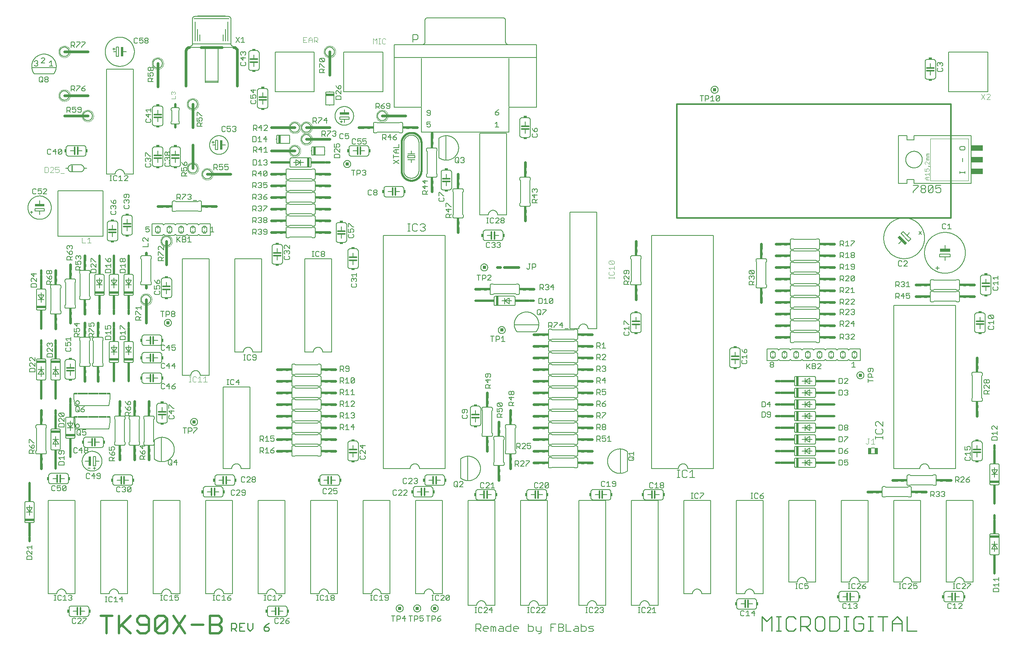
<source format=gto>
G75*
%MOIN*%
%OFA0B0*%
%FSLAX25Y25*%
%IPPOS*%
%LPD*%
%AMOC8*
5,1,8,0,0,1.08239X$1,22.5*
%
%ADD10C,0.02000*%
%ADD11C,0.01100*%
%ADD12C,0.00600*%
%ADD13C,0.01200*%
%ADD14R,0.09000X0.02500*%
%ADD15C,0.00500*%
%ADD16R,0.03000X0.01500*%
%ADD17R,0.01500X0.03000*%
%ADD18R,0.02500X0.09000*%
%ADD19R,0.02000X0.08000*%
%ADD20R,0.08000X0.02000*%
%ADD21R,0.12000X0.02000*%
%ADD22R,0.02000X0.12000*%
%ADD23R,0.02000X0.07000*%
%ADD24R,0.07000X0.02000*%
%ADD25C,0.01000*%
%ADD26C,0.00400*%
%ADD27C,0.00200*%
%ADD28R,0.03500X0.05000*%
%ADD29R,0.06500X0.05000*%
%ADD30C,0.00700*%
%ADD31C,0.00800*%
%ADD32C,0.02400*%
%ADD33R,0.02400X0.01000*%
%ADD34R,0.02000X0.01500*%
%ADD35R,0.07000X0.01500*%
%ADD36R,0.03400X0.02400*%
%ADD37R,0.02400X0.03400*%
%ADD38R,0.01000X0.02000*%
%ADD39R,0.02600X0.02600*%
%ADD40C,0.01600*%
%ADD41R,0.02000X0.01000*%
%ADD42R,0.02559X0.05512*%
D10*
X0083600Y0026113D02*
X0093609Y0026113D01*
X0088604Y0026113D02*
X0088604Y0011100D01*
X0099253Y0011100D02*
X0099253Y0026113D01*
X0101755Y0018606D02*
X0109262Y0011100D01*
X0114907Y0013602D02*
X0117409Y0011100D01*
X0122413Y0011100D01*
X0124915Y0013602D01*
X0124915Y0023611D01*
X0122413Y0026113D01*
X0117409Y0026113D01*
X0114907Y0023611D01*
X0114907Y0021109D01*
X0117409Y0018606D01*
X0124915Y0018606D01*
X0130560Y0013602D02*
X0140569Y0023611D01*
X0140569Y0013602D01*
X0138067Y0011100D01*
X0133062Y0011100D01*
X0130560Y0013602D01*
X0130560Y0023611D01*
X0133062Y0026113D01*
X0138067Y0026113D01*
X0140569Y0023611D01*
X0146213Y0026113D02*
X0156222Y0011100D01*
X0161867Y0018606D02*
X0171875Y0018606D01*
X0177520Y0018606D02*
X0185027Y0018606D01*
X0187529Y0016104D01*
X0187529Y0013602D01*
X0185027Y0011100D01*
X0177520Y0011100D01*
X0177520Y0026113D01*
X0185027Y0026113D01*
X0187529Y0023611D01*
X0187529Y0021109D01*
X0185027Y0018606D01*
X0156222Y0026113D02*
X0146213Y0011100D01*
X0109262Y0026113D02*
X0099253Y0016104D01*
X0022600Y0090100D02*
X0022600Y0093600D01*
X0022600Y0136600D02*
X0022600Y0140100D01*
X0045100Y0152600D02*
X0045100Y0156100D01*
X0057600Y0162600D02*
X0057600Y0166100D01*
X0045100Y0199100D02*
X0045100Y0202600D01*
X0057600Y0209100D02*
X0057600Y0212600D01*
X0045100Y0212600D02*
X0045100Y0216100D01*
X0032600Y0216100D02*
X0032600Y0212600D01*
X0095100Y0227600D02*
X0095100Y0231100D01*
X0107600Y0231100D02*
X0107600Y0227600D01*
X0045100Y0259100D02*
X0045100Y0262600D01*
X0032600Y0262600D02*
X0032600Y0259100D01*
X0032600Y0272600D02*
X0032600Y0276100D01*
X0082600Y0285100D02*
X0082600Y0288600D01*
X0095100Y0288600D02*
X0095100Y0285100D01*
X0095100Y0277600D02*
X0095100Y0274100D01*
X0107600Y0274100D02*
X0107600Y0277600D01*
X0107600Y0285100D02*
X0107600Y0288600D01*
X0107600Y0331600D02*
X0107600Y0335100D01*
X0095100Y0335100D02*
X0095100Y0331600D01*
X0082600Y0331600D02*
X0082600Y0335100D01*
X0032600Y0322600D02*
X0032600Y0319100D01*
X0230100Y0415100D02*
X0233600Y0415100D01*
X0276600Y0415100D02*
X0280100Y0415100D01*
X0147600Y0445100D02*
X0147600Y0447100D01*
X0147600Y0463100D02*
X0147600Y0465100D01*
X0405100Y0296350D02*
X0408600Y0296350D01*
X0451600Y0296350D02*
X0455100Y0296350D01*
X0662600Y0227600D02*
X0666100Y0227600D01*
X0666100Y0217600D02*
X0662600Y0217600D01*
X0662600Y0207600D02*
X0666100Y0207600D01*
X0666100Y0197600D02*
X0662600Y0197600D01*
X0662600Y0187600D02*
X0666100Y0187600D01*
X0666100Y0177600D02*
X0662600Y0177600D01*
X0662600Y0167600D02*
X0666100Y0167600D01*
X0666100Y0157600D02*
X0662600Y0157600D01*
X0709100Y0157600D02*
X0712600Y0157600D01*
X0712600Y0167600D02*
X0709100Y0167600D01*
X0709100Y0177600D02*
X0712600Y0177600D01*
X0712600Y0187600D02*
X0709100Y0187600D01*
X0709100Y0197600D02*
X0712600Y0197600D01*
X0712600Y0207600D02*
X0709100Y0207600D01*
X0709100Y0217600D02*
X0712600Y0217600D01*
X0712600Y0227600D02*
X0709100Y0227600D01*
X0850100Y0172600D02*
X0850100Y0169100D01*
X0850100Y0126100D02*
X0850100Y0122600D01*
X0850100Y0112600D02*
X0850100Y0109100D01*
X0850100Y0066100D02*
X0850100Y0062600D01*
D11*
X0783230Y0013150D02*
X0774956Y0013150D01*
X0774956Y0025561D01*
X0770799Y0021424D02*
X0770799Y0013150D01*
X0770799Y0019355D02*
X0762526Y0019355D01*
X0762526Y0021424D02*
X0766662Y0025561D01*
X0770799Y0021424D01*
X0762526Y0021424D02*
X0762526Y0013150D01*
X0754232Y0013150D02*
X0754232Y0025561D01*
X0750095Y0025561D02*
X0758369Y0025561D01*
X0745945Y0025561D02*
X0741808Y0025561D01*
X0743876Y0025561D02*
X0743876Y0013150D01*
X0741808Y0013150D02*
X0745945Y0013150D01*
X0737651Y0015218D02*
X0737651Y0019355D01*
X0733514Y0019355D01*
X0729377Y0015218D02*
X0731446Y0013150D01*
X0735583Y0013150D01*
X0737651Y0015218D01*
X0729377Y0015218D02*
X0729377Y0023492D01*
X0731446Y0025561D01*
X0735583Y0025561D01*
X0737651Y0023492D01*
X0725227Y0025561D02*
X0721090Y0025561D01*
X0723159Y0025561D02*
X0723159Y0013150D01*
X0725227Y0013150D02*
X0721090Y0013150D01*
X0716933Y0015218D02*
X0716933Y0023492D01*
X0714865Y0025561D01*
X0708660Y0025561D01*
X0708660Y0013150D01*
X0714865Y0013150D01*
X0716933Y0015218D01*
X0704503Y0015218D02*
X0704503Y0023492D01*
X0702434Y0025561D01*
X0698297Y0025561D01*
X0696229Y0023492D01*
X0696229Y0015218D01*
X0698297Y0013150D01*
X0702434Y0013150D01*
X0704503Y0015218D01*
X0692072Y0013150D02*
X0687935Y0017287D01*
X0690004Y0017287D02*
X0683798Y0017287D01*
X0683798Y0013150D02*
X0683798Y0025561D01*
X0690004Y0025561D01*
X0692072Y0023492D01*
X0692072Y0019355D01*
X0690004Y0017287D01*
X0679641Y0015218D02*
X0677573Y0013150D01*
X0673436Y0013150D01*
X0671368Y0015218D01*
X0671368Y0023492D01*
X0673436Y0025561D01*
X0677573Y0025561D01*
X0679641Y0023492D01*
X0667217Y0025561D02*
X0663081Y0025561D01*
X0665149Y0025561D02*
X0665149Y0013150D01*
X0663081Y0013150D02*
X0667217Y0013150D01*
X0658924Y0013150D02*
X0658924Y0025561D01*
X0654787Y0021424D01*
X0650650Y0025561D01*
X0650650Y0013150D01*
X0227979Y0014234D02*
X0227979Y0015319D01*
X0226895Y0016403D01*
X0223642Y0016403D01*
X0223642Y0014234D01*
X0224726Y0013150D01*
X0226895Y0013150D01*
X0227979Y0014234D01*
X0225810Y0018571D02*
X0223642Y0016403D01*
X0225810Y0018571D02*
X0227979Y0019656D01*
X0213983Y0019656D02*
X0213983Y0015319D01*
X0211814Y0013150D01*
X0209646Y0015319D01*
X0209646Y0019656D01*
X0206985Y0019656D02*
X0202648Y0019656D01*
X0202648Y0013150D01*
X0206985Y0013150D01*
X0204816Y0016403D02*
X0202648Y0016403D01*
X0199987Y0016403D02*
X0198903Y0015319D01*
X0195650Y0015319D01*
X0197819Y0015319D02*
X0199987Y0013150D01*
X0199987Y0016403D02*
X0199987Y0018571D01*
X0198903Y0019656D01*
X0195650Y0019656D01*
X0195650Y0013150D01*
D12*
X0226600Y0027600D02*
X0226600Y0032600D01*
X0226602Y0032687D01*
X0226608Y0032774D01*
X0226617Y0032861D01*
X0226630Y0032947D01*
X0226647Y0033033D01*
X0226668Y0033118D01*
X0226693Y0033201D01*
X0226721Y0033284D01*
X0226752Y0033365D01*
X0226787Y0033445D01*
X0226826Y0033523D01*
X0226868Y0033600D01*
X0226913Y0033675D01*
X0226962Y0033747D01*
X0227013Y0033818D01*
X0227068Y0033886D01*
X0227125Y0033951D01*
X0227186Y0034014D01*
X0227249Y0034075D01*
X0227314Y0034132D01*
X0227382Y0034187D01*
X0227453Y0034238D01*
X0227525Y0034287D01*
X0227600Y0034332D01*
X0227677Y0034374D01*
X0227755Y0034413D01*
X0227835Y0034448D01*
X0227916Y0034479D01*
X0227999Y0034507D01*
X0228082Y0034532D01*
X0228167Y0034553D01*
X0228253Y0034570D01*
X0228339Y0034583D01*
X0228426Y0034592D01*
X0228513Y0034598D01*
X0228600Y0034600D01*
X0241600Y0034600D01*
X0241687Y0034598D01*
X0241774Y0034592D01*
X0241861Y0034583D01*
X0241947Y0034570D01*
X0242033Y0034553D01*
X0242118Y0034532D01*
X0242201Y0034507D01*
X0242284Y0034479D01*
X0242365Y0034448D01*
X0242445Y0034413D01*
X0242523Y0034374D01*
X0242600Y0034332D01*
X0242675Y0034287D01*
X0242747Y0034238D01*
X0242818Y0034187D01*
X0242886Y0034132D01*
X0242951Y0034075D01*
X0243014Y0034014D01*
X0243075Y0033951D01*
X0243132Y0033886D01*
X0243187Y0033818D01*
X0243238Y0033747D01*
X0243287Y0033675D01*
X0243332Y0033600D01*
X0243374Y0033523D01*
X0243413Y0033445D01*
X0243448Y0033365D01*
X0243479Y0033284D01*
X0243507Y0033201D01*
X0243532Y0033118D01*
X0243553Y0033033D01*
X0243570Y0032947D01*
X0243583Y0032861D01*
X0243592Y0032774D01*
X0243598Y0032687D01*
X0243600Y0032600D01*
X0243600Y0027600D01*
X0243598Y0027513D01*
X0243592Y0027426D01*
X0243583Y0027339D01*
X0243570Y0027253D01*
X0243553Y0027167D01*
X0243532Y0027082D01*
X0243507Y0026999D01*
X0243479Y0026916D01*
X0243448Y0026835D01*
X0243413Y0026755D01*
X0243374Y0026677D01*
X0243332Y0026600D01*
X0243287Y0026525D01*
X0243238Y0026453D01*
X0243187Y0026382D01*
X0243132Y0026314D01*
X0243075Y0026249D01*
X0243014Y0026186D01*
X0242951Y0026125D01*
X0242886Y0026068D01*
X0242818Y0026013D01*
X0242747Y0025962D01*
X0242675Y0025913D01*
X0242600Y0025868D01*
X0242523Y0025826D01*
X0242445Y0025787D01*
X0242365Y0025752D01*
X0242284Y0025721D01*
X0242201Y0025693D01*
X0242118Y0025668D01*
X0242033Y0025647D01*
X0241947Y0025630D01*
X0241861Y0025617D01*
X0241774Y0025608D01*
X0241687Y0025602D01*
X0241600Y0025600D01*
X0228600Y0025600D01*
X0228513Y0025602D01*
X0228426Y0025608D01*
X0228339Y0025617D01*
X0228253Y0025630D01*
X0228167Y0025647D01*
X0228082Y0025668D01*
X0227999Y0025693D01*
X0227916Y0025721D01*
X0227835Y0025752D01*
X0227755Y0025787D01*
X0227677Y0025826D01*
X0227600Y0025868D01*
X0227525Y0025913D01*
X0227453Y0025962D01*
X0227382Y0026013D01*
X0227314Y0026068D01*
X0227249Y0026125D01*
X0227186Y0026186D01*
X0227125Y0026249D01*
X0227068Y0026314D01*
X0227013Y0026382D01*
X0226962Y0026453D01*
X0226913Y0026525D01*
X0226868Y0026600D01*
X0226826Y0026677D01*
X0226787Y0026755D01*
X0226752Y0026835D01*
X0226721Y0026916D01*
X0226693Y0026999D01*
X0226668Y0027082D01*
X0226647Y0027167D01*
X0226630Y0027253D01*
X0226617Y0027339D01*
X0226608Y0027426D01*
X0226602Y0027513D01*
X0226600Y0027600D01*
X0230100Y0030100D02*
X0233800Y0030100D01*
X0236300Y0030100D02*
X0240100Y0030100D01*
X0241600Y0045100D02*
X0234100Y0045100D01*
X0234098Y0045226D01*
X0234092Y0045351D01*
X0234082Y0045476D01*
X0234068Y0045601D01*
X0234051Y0045726D01*
X0234029Y0045850D01*
X0234004Y0045973D01*
X0233974Y0046095D01*
X0233941Y0046216D01*
X0233904Y0046336D01*
X0233864Y0046455D01*
X0233819Y0046572D01*
X0233771Y0046689D01*
X0233719Y0046803D01*
X0233664Y0046916D01*
X0233605Y0047027D01*
X0233543Y0047136D01*
X0233477Y0047243D01*
X0233408Y0047348D01*
X0233336Y0047451D01*
X0233261Y0047552D01*
X0233182Y0047650D01*
X0233100Y0047745D01*
X0233016Y0047838D01*
X0232928Y0047928D01*
X0232838Y0048016D01*
X0232745Y0048100D01*
X0232650Y0048182D01*
X0232552Y0048261D01*
X0232451Y0048336D01*
X0232348Y0048408D01*
X0232243Y0048477D01*
X0232136Y0048543D01*
X0232027Y0048605D01*
X0231916Y0048664D01*
X0231803Y0048719D01*
X0231689Y0048771D01*
X0231572Y0048819D01*
X0231455Y0048864D01*
X0231336Y0048904D01*
X0231216Y0048941D01*
X0231095Y0048974D01*
X0230973Y0049004D01*
X0230850Y0049029D01*
X0230726Y0049051D01*
X0230601Y0049068D01*
X0230476Y0049082D01*
X0230351Y0049092D01*
X0230226Y0049098D01*
X0230100Y0049100D01*
X0229974Y0049098D01*
X0229849Y0049092D01*
X0229724Y0049082D01*
X0229599Y0049068D01*
X0229474Y0049051D01*
X0229350Y0049029D01*
X0229227Y0049004D01*
X0229105Y0048974D01*
X0228984Y0048941D01*
X0228864Y0048904D01*
X0228745Y0048864D01*
X0228628Y0048819D01*
X0228511Y0048771D01*
X0228397Y0048719D01*
X0228284Y0048664D01*
X0228173Y0048605D01*
X0228064Y0048543D01*
X0227957Y0048477D01*
X0227852Y0048408D01*
X0227749Y0048336D01*
X0227648Y0048261D01*
X0227550Y0048182D01*
X0227455Y0048100D01*
X0227362Y0048016D01*
X0227272Y0047928D01*
X0227184Y0047838D01*
X0227100Y0047745D01*
X0227018Y0047650D01*
X0226939Y0047552D01*
X0226864Y0047451D01*
X0226792Y0047348D01*
X0226723Y0047243D01*
X0226657Y0047136D01*
X0226595Y0047027D01*
X0226536Y0046916D01*
X0226481Y0046803D01*
X0226429Y0046689D01*
X0226381Y0046572D01*
X0226336Y0046455D01*
X0226296Y0046336D01*
X0226259Y0046216D01*
X0226226Y0046095D01*
X0226196Y0045973D01*
X0226171Y0045850D01*
X0226149Y0045726D01*
X0226132Y0045601D01*
X0226118Y0045476D01*
X0226108Y0045351D01*
X0226102Y0045226D01*
X0226100Y0045100D01*
X0218600Y0045100D01*
X0218600Y0125100D01*
X0241600Y0125100D01*
X0241600Y0045100D01*
X0263600Y0045100D02*
X0271100Y0045100D01*
X0271102Y0045226D01*
X0271108Y0045351D01*
X0271118Y0045476D01*
X0271132Y0045601D01*
X0271149Y0045726D01*
X0271171Y0045850D01*
X0271196Y0045973D01*
X0271226Y0046095D01*
X0271259Y0046216D01*
X0271296Y0046336D01*
X0271336Y0046455D01*
X0271381Y0046572D01*
X0271429Y0046689D01*
X0271481Y0046803D01*
X0271536Y0046916D01*
X0271595Y0047027D01*
X0271657Y0047136D01*
X0271723Y0047243D01*
X0271792Y0047348D01*
X0271864Y0047451D01*
X0271939Y0047552D01*
X0272018Y0047650D01*
X0272100Y0047745D01*
X0272184Y0047838D01*
X0272272Y0047928D01*
X0272362Y0048016D01*
X0272455Y0048100D01*
X0272550Y0048182D01*
X0272648Y0048261D01*
X0272749Y0048336D01*
X0272852Y0048408D01*
X0272957Y0048477D01*
X0273064Y0048543D01*
X0273173Y0048605D01*
X0273284Y0048664D01*
X0273397Y0048719D01*
X0273511Y0048771D01*
X0273628Y0048819D01*
X0273745Y0048864D01*
X0273864Y0048904D01*
X0273984Y0048941D01*
X0274105Y0048974D01*
X0274227Y0049004D01*
X0274350Y0049029D01*
X0274474Y0049051D01*
X0274599Y0049068D01*
X0274724Y0049082D01*
X0274849Y0049092D01*
X0274974Y0049098D01*
X0275100Y0049100D01*
X0275226Y0049098D01*
X0275351Y0049092D01*
X0275476Y0049082D01*
X0275601Y0049068D01*
X0275726Y0049051D01*
X0275850Y0049029D01*
X0275973Y0049004D01*
X0276095Y0048974D01*
X0276216Y0048941D01*
X0276336Y0048904D01*
X0276455Y0048864D01*
X0276572Y0048819D01*
X0276689Y0048771D01*
X0276803Y0048719D01*
X0276916Y0048664D01*
X0277027Y0048605D01*
X0277136Y0048543D01*
X0277243Y0048477D01*
X0277348Y0048408D01*
X0277451Y0048336D01*
X0277552Y0048261D01*
X0277650Y0048182D01*
X0277745Y0048100D01*
X0277838Y0048016D01*
X0277928Y0047928D01*
X0278016Y0047838D01*
X0278100Y0047745D01*
X0278182Y0047650D01*
X0278261Y0047552D01*
X0278336Y0047451D01*
X0278408Y0047348D01*
X0278477Y0047243D01*
X0278543Y0047136D01*
X0278605Y0047027D01*
X0278664Y0046916D01*
X0278719Y0046803D01*
X0278771Y0046689D01*
X0278819Y0046572D01*
X0278864Y0046455D01*
X0278904Y0046336D01*
X0278941Y0046216D01*
X0278974Y0046095D01*
X0279004Y0045973D01*
X0279029Y0045850D01*
X0279051Y0045726D01*
X0279068Y0045601D01*
X0279082Y0045476D01*
X0279092Y0045351D01*
X0279098Y0045226D01*
X0279100Y0045100D01*
X0286600Y0045100D01*
X0286600Y0125100D01*
X0263600Y0125100D01*
X0263600Y0045100D01*
X0308600Y0045100D02*
X0316100Y0045100D01*
X0316102Y0045226D01*
X0316108Y0045351D01*
X0316118Y0045476D01*
X0316132Y0045601D01*
X0316149Y0045726D01*
X0316171Y0045850D01*
X0316196Y0045973D01*
X0316226Y0046095D01*
X0316259Y0046216D01*
X0316296Y0046336D01*
X0316336Y0046455D01*
X0316381Y0046572D01*
X0316429Y0046689D01*
X0316481Y0046803D01*
X0316536Y0046916D01*
X0316595Y0047027D01*
X0316657Y0047136D01*
X0316723Y0047243D01*
X0316792Y0047348D01*
X0316864Y0047451D01*
X0316939Y0047552D01*
X0317018Y0047650D01*
X0317100Y0047745D01*
X0317184Y0047838D01*
X0317272Y0047928D01*
X0317362Y0048016D01*
X0317455Y0048100D01*
X0317550Y0048182D01*
X0317648Y0048261D01*
X0317749Y0048336D01*
X0317852Y0048408D01*
X0317957Y0048477D01*
X0318064Y0048543D01*
X0318173Y0048605D01*
X0318284Y0048664D01*
X0318397Y0048719D01*
X0318511Y0048771D01*
X0318628Y0048819D01*
X0318745Y0048864D01*
X0318864Y0048904D01*
X0318984Y0048941D01*
X0319105Y0048974D01*
X0319227Y0049004D01*
X0319350Y0049029D01*
X0319474Y0049051D01*
X0319599Y0049068D01*
X0319724Y0049082D01*
X0319849Y0049092D01*
X0319974Y0049098D01*
X0320100Y0049100D01*
X0320226Y0049098D01*
X0320351Y0049092D01*
X0320476Y0049082D01*
X0320601Y0049068D01*
X0320726Y0049051D01*
X0320850Y0049029D01*
X0320973Y0049004D01*
X0321095Y0048974D01*
X0321216Y0048941D01*
X0321336Y0048904D01*
X0321455Y0048864D01*
X0321572Y0048819D01*
X0321689Y0048771D01*
X0321803Y0048719D01*
X0321916Y0048664D01*
X0322027Y0048605D01*
X0322136Y0048543D01*
X0322243Y0048477D01*
X0322348Y0048408D01*
X0322451Y0048336D01*
X0322552Y0048261D01*
X0322650Y0048182D01*
X0322745Y0048100D01*
X0322838Y0048016D01*
X0322928Y0047928D01*
X0323016Y0047838D01*
X0323100Y0047745D01*
X0323182Y0047650D01*
X0323261Y0047552D01*
X0323336Y0047451D01*
X0323408Y0047348D01*
X0323477Y0047243D01*
X0323543Y0047136D01*
X0323605Y0047027D01*
X0323664Y0046916D01*
X0323719Y0046803D01*
X0323771Y0046689D01*
X0323819Y0046572D01*
X0323864Y0046455D01*
X0323904Y0046336D01*
X0323941Y0046216D01*
X0323974Y0046095D01*
X0324004Y0045973D01*
X0324029Y0045850D01*
X0324051Y0045726D01*
X0324068Y0045601D01*
X0324082Y0045476D01*
X0324092Y0045351D01*
X0324098Y0045226D01*
X0324100Y0045100D01*
X0331600Y0045100D01*
X0331600Y0125100D01*
X0308600Y0125100D01*
X0308600Y0045100D01*
X0337100Y0032600D02*
X0337102Y0032709D01*
X0337108Y0032818D01*
X0337118Y0032926D01*
X0337132Y0033034D01*
X0337149Y0033142D01*
X0337171Y0033249D01*
X0337196Y0033355D01*
X0337226Y0033459D01*
X0337259Y0033563D01*
X0337296Y0033666D01*
X0337336Y0033767D01*
X0337380Y0033866D01*
X0337428Y0033964D01*
X0337480Y0034061D01*
X0337534Y0034155D01*
X0337592Y0034247D01*
X0337654Y0034337D01*
X0337719Y0034424D01*
X0337786Y0034510D01*
X0337857Y0034593D01*
X0337931Y0034673D01*
X0338008Y0034750D01*
X0338087Y0034825D01*
X0338169Y0034896D01*
X0338254Y0034965D01*
X0338341Y0035030D01*
X0338430Y0035093D01*
X0338522Y0035151D01*
X0338616Y0035207D01*
X0338711Y0035259D01*
X0338809Y0035308D01*
X0338908Y0035353D01*
X0339009Y0035395D01*
X0339111Y0035432D01*
X0339214Y0035466D01*
X0339319Y0035497D01*
X0339425Y0035523D01*
X0339531Y0035546D01*
X0339639Y0035564D01*
X0339747Y0035579D01*
X0339855Y0035590D01*
X0339964Y0035597D01*
X0340073Y0035600D01*
X0340182Y0035599D01*
X0340291Y0035594D01*
X0340399Y0035585D01*
X0340507Y0035572D01*
X0340615Y0035555D01*
X0340722Y0035535D01*
X0340828Y0035510D01*
X0340933Y0035482D01*
X0341037Y0035450D01*
X0341140Y0035414D01*
X0341242Y0035374D01*
X0341342Y0035331D01*
X0341440Y0035284D01*
X0341537Y0035234D01*
X0341631Y0035180D01*
X0341724Y0035122D01*
X0341815Y0035062D01*
X0341903Y0034998D01*
X0341989Y0034931D01*
X0342072Y0034861D01*
X0342153Y0034788D01*
X0342231Y0034712D01*
X0342306Y0034633D01*
X0342379Y0034551D01*
X0342448Y0034467D01*
X0342514Y0034381D01*
X0342577Y0034292D01*
X0342637Y0034201D01*
X0342694Y0034108D01*
X0342747Y0034013D01*
X0342796Y0033916D01*
X0342842Y0033817D01*
X0342884Y0033717D01*
X0342923Y0033615D01*
X0342958Y0033511D01*
X0342989Y0033407D01*
X0343017Y0033302D01*
X0343040Y0033195D01*
X0343060Y0033088D01*
X0343076Y0032980D01*
X0343088Y0032872D01*
X0343096Y0032763D01*
X0343100Y0032654D01*
X0343100Y0032546D01*
X0343096Y0032437D01*
X0343088Y0032328D01*
X0343076Y0032220D01*
X0343060Y0032112D01*
X0343040Y0032005D01*
X0343017Y0031898D01*
X0342989Y0031793D01*
X0342958Y0031689D01*
X0342923Y0031585D01*
X0342884Y0031483D01*
X0342842Y0031383D01*
X0342796Y0031284D01*
X0342747Y0031187D01*
X0342694Y0031092D01*
X0342637Y0030999D01*
X0342577Y0030908D01*
X0342514Y0030819D01*
X0342448Y0030733D01*
X0342379Y0030649D01*
X0342306Y0030567D01*
X0342231Y0030488D01*
X0342153Y0030412D01*
X0342072Y0030339D01*
X0341989Y0030269D01*
X0341903Y0030202D01*
X0341815Y0030138D01*
X0341724Y0030078D01*
X0341631Y0030020D01*
X0341537Y0029966D01*
X0341440Y0029916D01*
X0341342Y0029869D01*
X0341242Y0029826D01*
X0341140Y0029786D01*
X0341037Y0029750D01*
X0340933Y0029718D01*
X0340828Y0029690D01*
X0340722Y0029665D01*
X0340615Y0029645D01*
X0340507Y0029628D01*
X0340399Y0029615D01*
X0340291Y0029606D01*
X0340182Y0029601D01*
X0340073Y0029600D01*
X0339964Y0029603D01*
X0339855Y0029610D01*
X0339747Y0029621D01*
X0339639Y0029636D01*
X0339531Y0029654D01*
X0339425Y0029677D01*
X0339319Y0029703D01*
X0339214Y0029734D01*
X0339111Y0029768D01*
X0339009Y0029805D01*
X0338908Y0029847D01*
X0338809Y0029892D01*
X0338711Y0029941D01*
X0338616Y0029993D01*
X0338522Y0030049D01*
X0338430Y0030107D01*
X0338341Y0030170D01*
X0338254Y0030235D01*
X0338169Y0030304D01*
X0338087Y0030375D01*
X0338008Y0030450D01*
X0337931Y0030527D01*
X0337857Y0030607D01*
X0337786Y0030690D01*
X0337719Y0030776D01*
X0337654Y0030863D01*
X0337592Y0030953D01*
X0337534Y0031045D01*
X0337480Y0031139D01*
X0337428Y0031236D01*
X0337380Y0031334D01*
X0337336Y0031433D01*
X0337296Y0031534D01*
X0337259Y0031637D01*
X0337226Y0031741D01*
X0337196Y0031845D01*
X0337171Y0031951D01*
X0337149Y0032058D01*
X0337132Y0032166D01*
X0337118Y0032274D01*
X0337108Y0032382D01*
X0337102Y0032491D01*
X0337100Y0032600D01*
X0352100Y0032600D02*
X0352102Y0032709D01*
X0352108Y0032818D01*
X0352118Y0032926D01*
X0352132Y0033034D01*
X0352149Y0033142D01*
X0352171Y0033249D01*
X0352196Y0033355D01*
X0352226Y0033459D01*
X0352259Y0033563D01*
X0352296Y0033666D01*
X0352336Y0033767D01*
X0352380Y0033866D01*
X0352428Y0033964D01*
X0352480Y0034061D01*
X0352534Y0034155D01*
X0352592Y0034247D01*
X0352654Y0034337D01*
X0352719Y0034424D01*
X0352786Y0034510D01*
X0352857Y0034593D01*
X0352931Y0034673D01*
X0353008Y0034750D01*
X0353087Y0034825D01*
X0353169Y0034896D01*
X0353254Y0034965D01*
X0353341Y0035030D01*
X0353430Y0035093D01*
X0353522Y0035151D01*
X0353616Y0035207D01*
X0353711Y0035259D01*
X0353809Y0035308D01*
X0353908Y0035353D01*
X0354009Y0035395D01*
X0354111Y0035432D01*
X0354214Y0035466D01*
X0354319Y0035497D01*
X0354425Y0035523D01*
X0354531Y0035546D01*
X0354639Y0035564D01*
X0354747Y0035579D01*
X0354855Y0035590D01*
X0354964Y0035597D01*
X0355073Y0035600D01*
X0355182Y0035599D01*
X0355291Y0035594D01*
X0355399Y0035585D01*
X0355507Y0035572D01*
X0355615Y0035555D01*
X0355722Y0035535D01*
X0355828Y0035510D01*
X0355933Y0035482D01*
X0356037Y0035450D01*
X0356140Y0035414D01*
X0356242Y0035374D01*
X0356342Y0035331D01*
X0356440Y0035284D01*
X0356537Y0035234D01*
X0356631Y0035180D01*
X0356724Y0035122D01*
X0356815Y0035062D01*
X0356903Y0034998D01*
X0356989Y0034931D01*
X0357072Y0034861D01*
X0357153Y0034788D01*
X0357231Y0034712D01*
X0357306Y0034633D01*
X0357379Y0034551D01*
X0357448Y0034467D01*
X0357514Y0034381D01*
X0357577Y0034292D01*
X0357637Y0034201D01*
X0357694Y0034108D01*
X0357747Y0034013D01*
X0357796Y0033916D01*
X0357842Y0033817D01*
X0357884Y0033717D01*
X0357923Y0033615D01*
X0357958Y0033511D01*
X0357989Y0033407D01*
X0358017Y0033302D01*
X0358040Y0033195D01*
X0358060Y0033088D01*
X0358076Y0032980D01*
X0358088Y0032872D01*
X0358096Y0032763D01*
X0358100Y0032654D01*
X0358100Y0032546D01*
X0358096Y0032437D01*
X0358088Y0032328D01*
X0358076Y0032220D01*
X0358060Y0032112D01*
X0358040Y0032005D01*
X0358017Y0031898D01*
X0357989Y0031793D01*
X0357958Y0031689D01*
X0357923Y0031585D01*
X0357884Y0031483D01*
X0357842Y0031383D01*
X0357796Y0031284D01*
X0357747Y0031187D01*
X0357694Y0031092D01*
X0357637Y0030999D01*
X0357577Y0030908D01*
X0357514Y0030819D01*
X0357448Y0030733D01*
X0357379Y0030649D01*
X0357306Y0030567D01*
X0357231Y0030488D01*
X0357153Y0030412D01*
X0357072Y0030339D01*
X0356989Y0030269D01*
X0356903Y0030202D01*
X0356815Y0030138D01*
X0356724Y0030078D01*
X0356631Y0030020D01*
X0356537Y0029966D01*
X0356440Y0029916D01*
X0356342Y0029869D01*
X0356242Y0029826D01*
X0356140Y0029786D01*
X0356037Y0029750D01*
X0355933Y0029718D01*
X0355828Y0029690D01*
X0355722Y0029665D01*
X0355615Y0029645D01*
X0355507Y0029628D01*
X0355399Y0029615D01*
X0355291Y0029606D01*
X0355182Y0029601D01*
X0355073Y0029600D01*
X0354964Y0029603D01*
X0354855Y0029610D01*
X0354747Y0029621D01*
X0354639Y0029636D01*
X0354531Y0029654D01*
X0354425Y0029677D01*
X0354319Y0029703D01*
X0354214Y0029734D01*
X0354111Y0029768D01*
X0354009Y0029805D01*
X0353908Y0029847D01*
X0353809Y0029892D01*
X0353711Y0029941D01*
X0353616Y0029993D01*
X0353522Y0030049D01*
X0353430Y0030107D01*
X0353341Y0030170D01*
X0353254Y0030235D01*
X0353169Y0030304D01*
X0353087Y0030375D01*
X0353008Y0030450D01*
X0352931Y0030527D01*
X0352857Y0030607D01*
X0352786Y0030690D01*
X0352719Y0030776D01*
X0352654Y0030863D01*
X0352592Y0030953D01*
X0352534Y0031045D01*
X0352480Y0031139D01*
X0352428Y0031236D01*
X0352380Y0031334D01*
X0352336Y0031433D01*
X0352296Y0031534D01*
X0352259Y0031637D01*
X0352226Y0031741D01*
X0352196Y0031845D01*
X0352171Y0031951D01*
X0352149Y0032058D01*
X0352132Y0032166D01*
X0352118Y0032274D01*
X0352108Y0032382D01*
X0352102Y0032491D01*
X0352100Y0032600D01*
X0353600Y0045100D02*
X0361100Y0045100D01*
X0361102Y0045226D01*
X0361108Y0045351D01*
X0361118Y0045476D01*
X0361132Y0045601D01*
X0361149Y0045726D01*
X0361171Y0045850D01*
X0361196Y0045973D01*
X0361226Y0046095D01*
X0361259Y0046216D01*
X0361296Y0046336D01*
X0361336Y0046455D01*
X0361381Y0046572D01*
X0361429Y0046689D01*
X0361481Y0046803D01*
X0361536Y0046916D01*
X0361595Y0047027D01*
X0361657Y0047136D01*
X0361723Y0047243D01*
X0361792Y0047348D01*
X0361864Y0047451D01*
X0361939Y0047552D01*
X0362018Y0047650D01*
X0362100Y0047745D01*
X0362184Y0047838D01*
X0362272Y0047928D01*
X0362362Y0048016D01*
X0362455Y0048100D01*
X0362550Y0048182D01*
X0362648Y0048261D01*
X0362749Y0048336D01*
X0362852Y0048408D01*
X0362957Y0048477D01*
X0363064Y0048543D01*
X0363173Y0048605D01*
X0363284Y0048664D01*
X0363397Y0048719D01*
X0363511Y0048771D01*
X0363628Y0048819D01*
X0363745Y0048864D01*
X0363864Y0048904D01*
X0363984Y0048941D01*
X0364105Y0048974D01*
X0364227Y0049004D01*
X0364350Y0049029D01*
X0364474Y0049051D01*
X0364599Y0049068D01*
X0364724Y0049082D01*
X0364849Y0049092D01*
X0364974Y0049098D01*
X0365100Y0049100D01*
X0365226Y0049098D01*
X0365351Y0049092D01*
X0365476Y0049082D01*
X0365601Y0049068D01*
X0365726Y0049051D01*
X0365850Y0049029D01*
X0365973Y0049004D01*
X0366095Y0048974D01*
X0366216Y0048941D01*
X0366336Y0048904D01*
X0366455Y0048864D01*
X0366572Y0048819D01*
X0366689Y0048771D01*
X0366803Y0048719D01*
X0366916Y0048664D01*
X0367027Y0048605D01*
X0367136Y0048543D01*
X0367243Y0048477D01*
X0367348Y0048408D01*
X0367451Y0048336D01*
X0367552Y0048261D01*
X0367650Y0048182D01*
X0367745Y0048100D01*
X0367838Y0048016D01*
X0367928Y0047928D01*
X0368016Y0047838D01*
X0368100Y0047745D01*
X0368182Y0047650D01*
X0368261Y0047552D01*
X0368336Y0047451D01*
X0368408Y0047348D01*
X0368477Y0047243D01*
X0368543Y0047136D01*
X0368605Y0047027D01*
X0368664Y0046916D01*
X0368719Y0046803D01*
X0368771Y0046689D01*
X0368819Y0046572D01*
X0368864Y0046455D01*
X0368904Y0046336D01*
X0368941Y0046216D01*
X0368974Y0046095D01*
X0369004Y0045973D01*
X0369029Y0045850D01*
X0369051Y0045726D01*
X0369068Y0045601D01*
X0369082Y0045476D01*
X0369092Y0045351D01*
X0369098Y0045226D01*
X0369100Y0045100D01*
X0376600Y0045100D01*
X0376600Y0125100D01*
X0353600Y0125100D01*
X0353600Y0045100D01*
X0367100Y0032600D02*
X0367102Y0032709D01*
X0367108Y0032818D01*
X0367118Y0032926D01*
X0367132Y0033034D01*
X0367149Y0033142D01*
X0367171Y0033249D01*
X0367196Y0033355D01*
X0367226Y0033459D01*
X0367259Y0033563D01*
X0367296Y0033666D01*
X0367336Y0033767D01*
X0367380Y0033866D01*
X0367428Y0033964D01*
X0367480Y0034061D01*
X0367534Y0034155D01*
X0367592Y0034247D01*
X0367654Y0034337D01*
X0367719Y0034424D01*
X0367786Y0034510D01*
X0367857Y0034593D01*
X0367931Y0034673D01*
X0368008Y0034750D01*
X0368087Y0034825D01*
X0368169Y0034896D01*
X0368254Y0034965D01*
X0368341Y0035030D01*
X0368430Y0035093D01*
X0368522Y0035151D01*
X0368616Y0035207D01*
X0368711Y0035259D01*
X0368809Y0035308D01*
X0368908Y0035353D01*
X0369009Y0035395D01*
X0369111Y0035432D01*
X0369214Y0035466D01*
X0369319Y0035497D01*
X0369425Y0035523D01*
X0369531Y0035546D01*
X0369639Y0035564D01*
X0369747Y0035579D01*
X0369855Y0035590D01*
X0369964Y0035597D01*
X0370073Y0035600D01*
X0370182Y0035599D01*
X0370291Y0035594D01*
X0370399Y0035585D01*
X0370507Y0035572D01*
X0370615Y0035555D01*
X0370722Y0035535D01*
X0370828Y0035510D01*
X0370933Y0035482D01*
X0371037Y0035450D01*
X0371140Y0035414D01*
X0371242Y0035374D01*
X0371342Y0035331D01*
X0371440Y0035284D01*
X0371537Y0035234D01*
X0371631Y0035180D01*
X0371724Y0035122D01*
X0371815Y0035062D01*
X0371903Y0034998D01*
X0371989Y0034931D01*
X0372072Y0034861D01*
X0372153Y0034788D01*
X0372231Y0034712D01*
X0372306Y0034633D01*
X0372379Y0034551D01*
X0372448Y0034467D01*
X0372514Y0034381D01*
X0372577Y0034292D01*
X0372637Y0034201D01*
X0372694Y0034108D01*
X0372747Y0034013D01*
X0372796Y0033916D01*
X0372842Y0033817D01*
X0372884Y0033717D01*
X0372923Y0033615D01*
X0372958Y0033511D01*
X0372989Y0033407D01*
X0373017Y0033302D01*
X0373040Y0033195D01*
X0373060Y0033088D01*
X0373076Y0032980D01*
X0373088Y0032872D01*
X0373096Y0032763D01*
X0373100Y0032654D01*
X0373100Y0032546D01*
X0373096Y0032437D01*
X0373088Y0032328D01*
X0373076Y0032220D01*
X0373060Y0032112D01*
X0373040Y0032005D01*
X0373017Y0031898D01*
X0372989Y0031793D01*
X0372958Y0031689D01*
X0372923Y0031585D01*
X0372884Y0031483D01*
X0372842Y0031383D01*
X0372796Y0031284D01*
X0372747Y0031187D01*
X0372694Y0031092D01*
X0372637Y0030999D01*
X0372577Y0030908D01*
X0372514Y0030819D01*
X0372448Y0030733D01*
X0372379Y0030649D01*
X0372306Y0030567D01*
X0372231Y0030488D01*
X0372153Y0030412D01*
X0372072Y0030339D01*
X0371989Y0030269D01*
X0371903Y0030202D01*
X0371815Y0030138D01*
X0371724Y0030078D01*
X0371631Y0030020D01*
X0371537Y0029966D01*
X0371440Y0029916D01*
X0371342Y0029869D01*
X0371242Y0029826D01*
X0371140Y0029786D01*
X0371037Y0029750D01*
X0370933Y0029718D01*
X0370828Y0029690D01*
X0370722Y0029665D01*
X0370615Y0029645D01*
X0370507Y0029628D01*
X0370399Y0029615D01*
X0370291Y0029606D01*
X0370182Y0029601D01*
X0370073Y0029600D01*
X0369964Y0029603D01*
X0369855Y0029610D01*
X0369747Y0029621D01*
X0369639Y0029636D01*
X0369531Y0029654D01*
X0369425Y0029677D01*
X0369319Y0029703D01*
X0369214Y0029734D01*
X0369111Y0029768D01*
X0369009Y0029805D01*
X0368908Y0029847D01*
X0368809Y0029892D01*
X0368711Y0029941D01*
X0368616Y0029993D01*
X0368522Y0030049D01*
X0368430Y0030107D01*
X0368341Y0030170D01*
X0368254Y0030235D01*
X0368169Y0030304D01*
X0368087Y0030375D01*
X0368008Y0030450D01*
X0367931Y0030527D01*
X0367857Y0030607D01*
X0367786Y0030690D01*
X0367719Y0030776D01*
X0367654Y0030863D01*
X0367592Y0030953D01*
X0367534Y0031045D01*
X0367480Y0031139D01*
X0367428Y0031236D01*
X0367380Y0031334D01*
X0367336Y0031433D01*
X0367296Y0031534D01*
X0367259Y0031637D01*
X0367226Y0031741D01*
X0367196Y0031845D01*
X0367171Y0031951D01*
X0367149Y0032058D01*
X0367132Y0032166D01*
X0367118Y0032274D01*
X0367108Y0032382D01*
X0367102Y0032491D01*
X0367100Y0032600D01*
X0398600Y0035100D02*
X0406100Y0035100D01*
X0406102Y0035226D01*
X0406108Y0035351D01*
X0406118Y0035476D01*
X0406132Y0035601D01*
X0406149Y0035726D01*
X0406171Y0035850D01*
X0406196Y0035973D01*
X0406226Y0036095D01*
X0406259Y0036216D01*
X0406296Y0036336D01*
X0406336Y0036455D01*
X0406381Y0036572D01*
X0406429Y0036689D01*
X0406481Y0036803D01*
X0406536Y0036916D01*
X0406595Y0037027D01*
X0406657Y0037136D01*
X0406723Y0037243D01*
X0406792Y0037348D01*
X0406864Y0037451D01*
X0406939Y0037552D01*
X0407018Y0037650D01*
X0407100Y0037745D01*
X0407184Y0037838D01*
X0407272Y0037928D01*
X0407362Y0038016D01*
X0407455Y0038100D01*
X0407550Y0038182D01*
X0407648Y0038261D01*
X0407749Y0038336D01*
X0407852Y0038408D01*
X0407957Y0038477D01*
X0408064Y0038543D01*
X0408173Y0038605D01*
X0408284Y0038664D01*
X0408397Y0038719D01*
X0408511Y0038771D01*
X0408628Y0038819D01*
X0408745Y0038864D01*
X0408864Y0038904D01*
X0408984Y0038941D01*
X0409105Y0038974D01*
X0409227Y0039004D01*
X0409350Y0039029D01*
X0409474Y0039051D01*
X0409599Y0039068D01*
X0409724Y0039082D01*
X0409849Y0039092D01*
X0409974Y0039098D01*
X0410100Y0039100D01*
X0410226Y0039098D01*
X0410351Y0039092D01*
X0410476Y0039082D01*
X0410601Y0039068D01*
X0410726Y0039051D01*
X0410850Y0039029D01*
X0410973Y0039004D01*
X0411095Y0038974D01*
X0411216Y0038941D01*
X0411336Y0038904D01*
X0411455Y0038864D01*
X0411572Y0038819D01*
X0411689Y0038771D01*
X0411803Y0038719D01*
X0411916Y0038664D01*
X0412027Y0038605D01*
X0412136Y0038543D01*
X0412243Y0038477D01*
X0412348Y0038408D01*
X0412451Y0038336D01*
X0412552Y0038261D01*
X0412650Y0038182D01*
X0412745Y0038100D01*
X0412838Y0038016D01*
X0412928Y0037928D01*
X0413016Y0037838D01*
X0413100Y0037745D01*
X0413182Y0037650D01*
X0413261Y0037552D01*
X0413336Y0037451D01*
X0413408Y0037348D01*
X0413477Y0037243D01*
X0413543Y0037136D01*
X0413605Y0037027D01*
X0413664Y0036916D01*
X0413719Y0036803D01*
X0413771Y0036689D01*
X0413819Y0036572D01*
X0413864Y0036455D01*
X0413904Y0036336D01*
X0413941Y0036216D01*
X0413974Y0036095D01*
X0414004Y0035973D01*
X0414029Y0035850D01*
X0414051Y0035726D01*
X0414068Y0035601D01*
X0414082Y0035476D01*
X0414092Y0035351D01*
X0414098Y0035226D01*
X0414100Y0035100D01*
X0421600Y0035100D01*
X0421600Y0125100D01*
X0398600Y0125100D01*
X0398600Y0035100D01*
X0405400Y0019305D02*
X0408603Y0019305D01*
X0409670Y0018238D01*
X0409670Y0016103D01*
X0408603Y0015035D01*
X0405400Y0015035D01*
X0405400Y0012900D02*
X0405400Y0019305D01*
X0407535Y0015035D02*
X0409670Y0012900D01*
X0411845Y0013968D02*
X0411845Y0016103D01*
X0412913Y0017170D01*
X0415048Y0017170D01*
X0416116Y0016103D01*
X0416116Y0015035D01*
X0411845Y0015035D01*
X0411845Y0013968D02*
X0412913Y0012900D01*
X0415048Y0012900D01*
X0418291Y0012900D02*
X0418291Y0017170D01*
X0419359Y0017170D01*
X0420426Y0016103D01*
X0421494Y0017170D01*
X0422561Y0016103D01*
X0422561Y0012900D01*
X0420426Y0012900D02*
X0420426Y0016103D01*
X0424736Y0013968D02*
X0425804Y0015035D01*
X0429007Y0015035D01*
X0429007Y0016103D02*
X0429007Y0012900D01*
X0425804Y0012900D01*
X0424736Y0013968D01*
X0425804Y0017170D02*
X0427939Y0017170D01*
X0429007Y0016103D01*
X0431182Y0016103D02*
X0432250Y0017170D01*
X0435452Y0017170D01*
X0435452Y0019305D02*
X0435452Y0012900D01*
X0432250Y0012900D01*
X0431182Y0013968D01*
X0431182Y0016103D01*
X0437627Y0016103D02*
X0438695Y0017170D01*
X0440830Y0017170D01*
X0441898Y0016103D01*
X0441898Y0015035D01*
X0437627Y0015035D01*
X0437627Y0013968D02*
X0437627Y0016103D01*
X0437627Y0013968D02*
X0438695Y0012900D01*
X0440830Y0012900D01*
X0450518Y0012900D02*
X0450518Y0019305D01*
X0450518Y0017170D02*
X0453721Y0017170D01*
X0454789Y0016103D01*
X0454789Y0013968D01*
X0453721Y0012900D01*
X0450518Y0012900D01*
X0456964Y0013968D02*
X0456964Y0017170D01*
X0456964Y0013968D02*
X0458032Y0012900D01*
X0461234Y0012900D01*
X0461234Y0011832D02*
X0460167Y0010765D01*
X0459099Y0010765D01*
X0461234Y0011832D02*
X0461234Y0017170D01*
X0469855Y0016103D02*
X0471990Y0016103D01*
X0469855Y0019305D02*
X0474125Y0019305D01*
X0476300Y0019305D02*
X0479503Y0019305D01*
X0480571Y0018238D01*
X0480571Y0017170D01*
X0479503Y0016103D01*
X0476300Y0016103D01*
X0476300Y0019305D02*
X0476300Y0012900D01*
X0479503Y0012900D01*
X0480571Y0013968D01*
X0480571Y0015035D01*
X0479503Y0016103D01*
X0482746Y0019305D02*
X0482746Y0012900D01*
X0487016Y0012900D01*
X0489191Y0013968D02*
X0490259Y0015035D01*
X0493462Y0015035D01*
X0493462Y0016103D02*
X0493462Y0012900D01*
X0490259Y0012900D01*
X0489191Y0013968D01*
X0490259Y0017170D02*
X0492394Y0017170D01*
X0493462Y0016103D01*
X0495637Y0017170D02*
X0498840Y0017170D01*
X0499907Y0016103D01*
X0499907Y0013968D01*
X0498840Y0012900D01*
X0495637Y0012900D01*
X0495637Y0019305D01*
X0502082Y0016103D02*
X0503150Y0017170D01*
X0506353Y0017170D01*
X0505285Y0015035D02*
X0503150Y0015035D01*
X0502082Y0016103D01*
X0502082Y0012900D02*
X0505285Y0012900D01*
X0506353Y0013968D01*
X0505285Y0015035D01*
X0509100Y0035100D02*
X0509098Y0035226D01*
X0509092Y0035351D01*
X0509082Y0035476D01*
X0509068Y0035601D01*
X0509051Y0035726D01*
X0509029Y0035850D01*
X0509004Y0035973D01*
X0508974Y0036095D01*
X0508941Y0036216D01*
X0508904Y0036336D01*
X0508864Y0036455D01*
X0508819Y0036572D01*
X0508771Y0036689D01*
X0508719Y0036803D01*
X0508664Y0036916D01*
X0508605Y0037027D01*
X0508543Y0037136D01*
X0508477Y0037243D01*
X0508408Y0037348D01*
X0508336Y0037451D01*
X0508261Y0037552D01*
X0508182Y0037650D01*
X0508100Y0037745D01*
X0508016Y0037838D01*
X0507928Y0037928D01*
X0507838Y0038016D01*
X0507745Y0038100D01*
X0507650Y0038182D01*
X0507552Y0038261D01*
X0507451Y0038336D01*
X0507348Y0038408D01*
X0507243Y0038477D01*
X0507136Y0038543D01*
X0507027Y0038605D01*
X0506916Y0038664D01*
X0506803Y0038719D01*
X0506689Y0038771D01*
X0506572Y0038819D01*
X0506455Y0038864D01*
X0506336Y0038904D01*
X0506216Y0038941D01*
X0506095Y0038974D01*
X0505973Y0039004D01*
X0505850Y0039029D01*
X0505726Y0039051D01*
X0505601Y0039068D01*
X0505476Y0039082D01*
X0505351Y0039092D01*
X0505226Y0039098D01*
X0505100Y0039100D01*
X0504974Y0039098D01*
X0504849Y0039092D01*
X0504724Y0039082D01*
X0504599Y0039068D01*
X0504474Y0039051D01*
X0504350Y0039029D01*
X0504227Y0039004D01*
X0504105Y0038974D01*
X0503984Y0038941D01*
X0503864Y0038904D01*
X0503745Y0038864D01*
X0503628Y0038819D01*
X0503511Y0038771D01*
X0503397Y0038719D01*
X0503284Y0038664D01*
X0503173Y0038605D01*
X0503064Y0038543D01*
X0502957Y0038477D01*
X0502852Y0038408D01*
X0502749Y0038336D01*
X0502648Y0038261D01*
X0502550Y0038182D01*
X0502455Y0038100D01*
X0502362Y0038016D01*
X0502272Y0037928D01*
X0502184Y0037838D01*
X0502100Y0037745D01*
X0502018Y0037650D01*
X0501939Y0037552D01*
X0501864Y0037451D01*
X0501792Y0037348D01*
X0501723Y0037243D01*
X0501657Y0037136D01*
X0501595Y0037027D01*
X0501536Y0036916D01*
X0501481Y0036803D01*
X0501429Y0036689D01*
X0501381Y0036572D01*
X0501336Y0036455D01*
X0501296Y0036336D01*
X0501259Y0036216D01*
X0501226Y0036095D01*
X0501196Y0035973D01*
X0501171Y0035850D01*
X0501149Y0035726D01*
X0501132Y0035601D01*
X0501118Y0035476D01*
X0501108Y0035351D01*
X0501102Y0035226D01*
X0501100Y0035100D01*
X0493600Y0035100D01*
X0493600Y0125100D01*
X0516600Y0125100D01*
X0516600Y0035100D01*
X0509100Y0035100D01*
X0538600Y0035100D02*
X0546100Y0035100D01*
X0546102Y0035226D01*
X0546108Y0035351D01*
X0546118Y0035476D01*
X0546132Y0035601D01*
X0546149Y0035726D01*
X0546171Y0035850D01*
X0546196Y0035973D01*
X0546226Y0036095D01*
X0546259Y0036216D01*
X0546296Y0036336D01*
X0546336Y0036455D01*
X0546381Y0036572D01*
X0546429Y0036689D01*
X0546481Y0036803D01*
X0546536Y0036916D01*
X0546595Y0037027D01*
X0546657Y0037136D01*
X0546723Y0037243D01*
X0546792Y0037348D01*
X0546864Y0037451D01*
X0546939Y0037552D01*
X0547018Y0037650D01*
X0547100Y0037745D01*
X0547184Y0037838D01*
X0547272Y0037928D01*
X0547362Y0038016D01*
X0547455Y0038100D01*
X0547550Y0038182D01*
X0547648Y0038261D01*
X0547749Y0038336D01*
X0547852Y0038408D01*
X0547957Y0038477D01*
X0548064Y0038543D01*
X0548173Y0038605D01*
X0548284Y0038664D01*
X0548397Y0038719D01*
X0548511Y0038771D01*
X0548628Y0038819D01*
X0548745Y0038864D01*
X0548864Y0038904D01*
X0548984Y0038941D01*
X0549105Y0038974D01*
X0549227Y0039004D01*
X0549350Y0039029D01*
X0549474Y0039051D01*
X0549599Y0039068D01*
X0549724Y0039082D01*
X0549849Y0039092D01*
X0549974Y0039098D01*
X0550100Y0039100D01*
X0550226Y0039098D01*
X0550351Y0039092D01*
X0550476Y0039082D01*
X0550601Y0039068D01*
X0550726Y0039051D01*
X0550850Y0039029D01*
X0550973Y0039004D01*
X0551095Y0038974D01*
X0551216Y0038941D01*
X0551336Y0038904D01*
X0551455Y0038864D01*
X0551572Y0038819D01*
X0551689Y0038771D01*
X0551803Y0038719D01*
X0551916Y0038664D01*
X0552027Y0038605D01*
X0552136Y0038543D01*
X0552243Y0038477D01*
X0552348Y0038408D01*
X0552451Y0038336D01*
X0552552Y0038261D01*
X0552650Y0038182D01*
X0552745Y0038100D01*
X0552838Y0038016D01*
X0552928Y0037928D01*
X0553016Y0037838D01*
X0553100Y0037745D01*
X0553182Y0037650D01*
X0553261Y0037552D01*
X0553336Y0037451D01*
X0553408Y0037348D01*
X0553477Y0037243D01*
X0553543Y0037136D01*
X0553605Y0037027D01*
X0553664Y0036916D01*
X0553719Y0036803D01*
X0553771Y0036689D01*
X0553819Y0036572D01*
X0553864Y0036455D01*
X0553904Y0036336D01*
X0553941Y0036216D01*
X0553974Y0036095D01*
X0554004Y0035973D01*
X0554029Y0035850D01*
X0554051Y0035726D01*
X0554068Y0035601D01*
X0554082Y0035476D01*
X0554092Y0035351D01*
X0554098Y0035226D01*
X0554100Y0035100D01*
X0561600Y0035100D01*
X0561600Y0125100D01*
X0538600Y0125100D01*
X0538600Y0035100D01*
X0583600Y0045100D02*
X0591100Y0045100D01*
X0591102Y0045226D01*
X0591108Y0045351D01*
X0591118Y0045476D01*
X0591132Y0045601D01*
X0591149Y0045726D01*
X0591171Y0045850D01*
X0591196Y0045973D01*
X0591226Y0046095D01*
X0591259Y0046216D01*
X0591296Y0046336D01*
X0591336Y0046455D01*
X0591381Y0046572D01*
X0591429Y0046689D01*
X0591481Y0046803D01*
X0591536Y0046916D01*
X0591595Y0047027D01*
X0591657Y0047136D01*
X0591723Y0047243D01*
X0591792Y0047348D01*
X0591864Y0047451D01*
X0591939Y0047552D01*
X0592018Y0047650D01*
X0592100Y0047745D01*
X0592184Y0047838D01*
X0592272Y0047928D01*
X0592362Y0048016D01*
X0592455Y0048100D01*
X0592550Y0048182D01*
X0592648Y0048261D01*
X0592749Y0048336D01*
X0592852Y0048408D01*
X0592957Y0048477D01*
X0593064Y0048543D01*
X0593173Y0048605D01*
X0593284Y0048664D01*
X0593397Y0048719D01*
X0593511Y0048771D01*
X0593628Y0048819D01*
X0593745Y0048864D01*
X0593864Y0048904D01*
X0593984Y0048941D01*
X0594105Y0048974D01*
X0594227Y0049004D01*
X0594350Y0049029D01*
X0594474Y0049051D01*
X0594599Y0049068D01*
X0594724Y0049082D01*
X0594849Y0049092D01*
X0594974Y0049098D01*
X0595100Y0049100D01*
X0595226Y0049098D01*
X0595351Y0049092D01*
X0595476Y0049082D01*
X0595601Y0049068D01*
X0595726Y0049051D01*
X0595850Y0049029D01*
X0595973Y0049004D01*
X0596095Y0048974D01*
X0596216Y0048941D01*
X0596336Y0048904D01*
X0596455Y0048864D01*
X0596572Y0048819D01*
X0596689Y0048771D01*
X0596803Y0048719D01*
X0596916Y0048664D01*
X0597027Y0048605D01*
X0597136Y0048543D01*
X0597243Y0048477D01*
X0597348Y0048408D01*
X0597451Y0048336D01*
X0597552Y0048261D01*
X0597650Y0048182D01*
X0597745Y0048100D01*
X0597838Y0048016D01*
X0597928Y0047928D01*
X0598016Y0047838D01*
X0598100Y0047745D01*
X0598182Y0047650D01*
X0598261Y0047552D01*
X0598336Y0047451D01*
X0598408Y0047348D01*
X0598477Y0047243D01*
X0598543Y0047136D01*
X0598605Y0047027D01*
X0598664Y0046916D01*
X0598719Y0046803D01*
X0598771Y0046689D01*
X0598819Y0046572D01*
X0598864Y0046455D01*
X0598904Y0046336D01*
X0598941Y0046216D01*
X0598974Y0046095D01*
X0599004Y0045973D01*
X0599029Y0045850D01*
X0599051Y0045726D01*
X0599068Y0045601D01*
X0599082Y0045476D01*
X0599092Y0045351D01*
X0599098Y0045226D01*
X0599100Y0045100D01*
X0606600Y0045100D01*
X0606600Y0125100D01*
X0583600Y0125100D01*
X0583600Y0045100D01*
X0628600Y0045100D02*
X0636100Y0045100D01*
X0636102Y0045226D01*
X0636108Y0045351D01*
X0636118Y0045476D01*
X0636132Y0045601D01*
X0636149Y0045726D01*
X0636171Y0045850D01*
X0636196Y0045973D01*
X0636226Y0046095D01*
X0636259Y0046216D01*
X0636296Y0046336D01*
X0636336Y0046455D01*
X0636381Y0046572D01*
X0636429Y0046689D01*
X0636481Y0046803D01*
X0636536Y0046916D01*
X0636595Y0047027D01*
X0636657Y0047136D01*
X0636723Y0047243D01*
X0636792Y0047348D01*
X0636864Y0047451D01*
X0636939Y0047552D01*
X0637018Y0047650D01*
X0637100Y0047745D01*
X0637184Y0047838D01*
X0637272Y0047928D01*
X0637362Y0048016D01*
X0637455Y0048100D01*
X0637550Y0048182D01*
X0637648Y0048261D01*
X0637749Y0048336D01*
X0637852Y0048408D01*
X0637957Y0048477D01*
X0638064Y0048543D01*
X0638173Y0048605D01*
X0638284Y0048664D01*
X0638397Y0048719D01*
X0638511Y0048771D01*
X0638628Y0048819D01*
X0638745Y0048864D01*
X0638864Y0048904D01*
X0638984Y0048941D01*
X0639105Y0048974D01*
X0639227Y0049004D01*
X0639350Y0049029D01*
X0639474Y0049051D01*
X0639599Y0049068D01*
X0639724Y0049082D01*
X0639849Y0049092D01*
X0639974Y0049098D01*
X0640100Y0049100D01*
X0640226Y0049098D01*
X0640351Y0049092D01*
X0640476Y0049082D01*
X0640601Y0049068D01*
X0640726Y0049051D01*
X0640850Y0049029D01*
X0640973Y0049004D01*
X0641095Y0048974D01*
X0641216Y0048941D01*
X0641336Y0048904D01*
X0641455Y0048864D01*
X0641572Y0048819D01*
X0641689Y0048771D01*
X0641803Y0048719D01*
X0641916Y0048664D01*
X0642027Y0048605D01*
X0642136Y0048543D01*
X0642243Y0048477D01*
X0642348Y0048408D01*
X0642451Y0048336D01*
X0642552Y0048261D01*
X0642650Y0048182D01*
X0642745Y0048100D01*
X0642838Y0048016D01*
X0642928Y0047928D01*
X0643016Y0047838D01*
X0643100Y0047745D01*
X0643182Y0047650D01*
X0643261Y0047552D01*
X0643336Y0047451D01*
X0643408Y0047348D01*
X0643477Y0047243D01*
X0643543Y0047136D01*
X0643605Y0047027D01*
X0643664Y0046916D01*
X0643719Y0046803D01*
X0643771Y0046689D01*
X0643819Y0046572D01*
X0643864Y0046455D01*
X0643904Y0046336D01*
X0643941Y0046216D01*
X0643974Y0046095D01*
X0644004Y0045973D01*
X0644029Y0045850D01*
X0644051Y0045726D01*
X0644068Y0045601D01*
X0644082Y0045476D01*
X0644092Y0045351D01*
X0644098Y0045226D01*
X0644100Y0045100D01*
X0651600Y0045100D01*
X0651600Y0125100D01*
X0628600Y0125100D01*
X0628600Y0045100D01*
X0631100Y0040850D02*
X0644100Y0040850D01*
X0644187Y0040848D01*
X0644274Y0040842D01*
X0644361Y0040833D01*
X0644447Y0040820D01*
X0644533Y0040803D01*
X0644618Y0040782D01*
X0644701Y0040757D01*
X0644784Y0040729D01*
X0644865Y0040698D01*
X0644945Y0040663D01*
X0645023Y0040624D01*
X0645100Y0040582D01*
X0645175Y0040537D01*
X0645247Y0040488D01*
X0645318Y0040437D01*
X0645386Y0040382D01*
X0645451Y0040325D01*
X0645514Y0040264D01*
X0645575Y0040201D01*
X0645632Y0040136D01*
X0645687Y0040068D01*
X0645738Y0039997D01*
X0645787Y0039925D01*
X0645832Y0039850D01*
X0645874Y0039773D01*
X0645913Y0039695D01*
X0645948Y0039615D01*
X0645979Y0039534D01*
X0646007Y0039451D01*
X0646032Y0039368D01*
X0646053Y0039283D01*
X0646070Y0039197D01*
X0646083Y0039111D01*
X0646092Y0039024D01*
X0646098Y0038937D01*
X0646100Y0038850D01*
X0646100Y0033850D01*
X0646098Y0033763D01*
X0646092Y0033676D01*
X0646083Y0033589D01*
X0646070Y0033503D01*
X0646053Y0033417D01*
X0646032Y0033332D01*
X0646007Y0033249D01*
X0645979Y0033166D01*
X0645948Y0033085D01*
X0645913Y0033005D01*
X0645874Y0032927D01*
X0645832Y0032850D01*
X0645787Y0032775D01*
X0645738Y0032703D01*
X0645687Y0032632D01*
X0645632Y0032564D01*
X0645575Y0032499D01*
X0645514Y0032436D01*
X0645451Y0032375D01*
X0645386Y0032318D01*
X0645318Y0032263D01*
X0645247Y0032212D01*
X0645175Y0032163D01*
X0645100Y0032118D01*
X0645023Y0032076D01*
X0644945Y0032037D01*
X0644865Y0032002D01*
X0644784Y0031971D01*
X0644701Y0031943D01*
X0644618Y0031918D01*
X0644533Y0031897D01*
X0644447Y0031880D01*
X0644361Y0031867D01*
X0644274Y0031858D01*
X0644187Y0031852D01*
X0644100Y0031850D01*
X0631100Y0031850D01*
X0631013Y0031852D01*
X0630926Y0031858D01*
X0630839Y0031867D01*
X0630753Y0031880D01*
X0630667Y0031897D01*
X0630582Y0031918D01*
X0630499Y0031943D01*
X0630416Y0031971D01*
X0630335Y0032002D01*
X0630255Y0032037D01*
X0630177Y0032076D01*
X0630100Y0032118D01*
X0630025Y0032163D01*
X0629953Y0032212D01*
X0629882Y0032263D01*
X0629814Y0032318D01*
X0629749Y0032375D01*
X0629686Y0032436D01*
X0629625Y0032499D01*
X0629568Y0032564D01*
X0629513Y0032632D01*
X0629462Y0032703D01*
X0629413Y0032775D01*
X0629368Y0032850D01*
X0629326Y0032927D01*
X0629287Y0033005D01*
X0629252Y0033085D01*
X0629221Y0033166D01*
X0629193Y0033249D01*
X0629168Y0033332D01*
X0629147Y0033417D01*
X0629130Y0033503D01*
X0629117Y0033589D01*
X0629108Y0033676D01*
X0629102Y0033763D01*
X0629100Y0033850D01*
X0629100Y0038850D01*
X0629102Y0038937D01*
X0629108Y0039024D01*
X0629117Y0039111D01*
X0629130Y0039197D01*
X0629147Y0039283D01*
X0629168Y0039368D01*
X0629193Y0039451D01*
X0629221Y0039534D01*
X0629252Y0039615D01*
X0629287Y0039695D01*
X0629326Y0039773D01*
X0629368Y0039850D01*
X0629413Y0039925D01*
X0629462Y0039997D01*
X0629513Y0040068D01*
X0629568Y0040136D01*
X0629625Y0040201D01*
X0629686Y0040264D01*
X0629749Y0040325D01*
X0629814Y0040382D01*
X0629882Y0040437D01*
X0629953Y0040488D01*
X0630025Y0040537D01*
X0630100Y0040582D01*
X0630177Y0040624D01*
X0630255Y0040663D01*
X0630335Y0040698D01*
X0630416Y0040729D01*
X0630499Y0040757D01*
X0630582Y0040782D01*
X0630667Y0040803D01*
X0630753Y0040820D01*
X0630839Y0040833D01*
X0630926Y0040842D01*
X0631013Y0040848D01*
X0631100Y0040850D01*
X0632600Y0036350D02*
X0636300Y0036350D01*
X0638800Y0036350D02*
X0642600Y0036350D01*
X0673600Y0055100D02*
X0681100Y0055100D01*
X0681102Y0055226D01*
X0681108Y0055351D01*
X0681118Y0055476D01*
X0681132Y0055601D01*
X0681149Y0055726D01*
X0681171Y0055850D01*
X0681196Y0055973D01*
X0681226Y0056095D01*
X0681259Y0056216D01*
X0681296Y0056336D01*
X0681336Y0056455D01*
X0681381Y0056572D01*
X0681429Y0056689D01*
X0681481Y0056803D01*
X0681536Y0056916D01*
X0681595Y0057027D01*
X0681657Y0057136D01*
X0681723Y0057243D01*
X0681792Y0057348D01*
X0681864Y0057451D01*
X0681939Y0057552D01*
X0682018Y0057650D01*
X0682100Y0057745D01*
X0682184Y0057838D01*
X0682272Y0057928D01*
X0682362Y0058016D01*
X0682455Y0058100D01*
X0682550Y0058182D01*
X0682648Y0058261D01*
X0682749Y0058336D01*
X0682852Y0058408D01*
X0682957Y0058477D01*
X0683064Y0058543D01*
X0683173Y0058605D01*
X0683284Y0058664D01*
X0683397Y0058719D01*
X0683511Y0058771D01*
X0683628Y0058819D01*
X0683745Y0058864D01*
X0683864Y0058904D01*
X0683984Y0058941D01*
X0684105Y0058974D01*
X0684227Y0059004D01*
X0684350Y0059029D01*
X0684474Y0059051D01*
X0684599Y0059068D01*
X0684724Y0059082D01*
X0684849Y0059092D01*
X0684974Y0059098D01*
X0685100Y0059100D01*
X0685226Y0059098D01*
X0685351Y0059092D01*
X0685476Y0059082D01*
X0685601Y0059068D01*
X0685726Y0059051D01*
X0685850Y0059029D01*
X0685973Y0059004D01*
X0686095Y0058974D01*
X0686216Y0058941D01*
X0686336Y0058904D01*
X0686455Y0058864D01*
X0686572Y0058819D01*
X0686689Y0058771D01*
X0686803Y0058719D01*
X0686916Y0058664D01*
X0687027Y0058605D01*
X0687136Y0058543D01*
X0687243Y0058477D01*
X0687348Y0058408D01*
X0687451Y0058336D01*
X0687552Y0058261D01*
X0687650Y0058182D01*
X0687745Y0058100D01*
X0687838Y0058016D01*
X0687928Y0057928D01*
X0688016Y0057838D01*
X0688100Y0057745D01*
X0688182Y0057650D01*
X0688261Y0057552D01*
X0688336Y0057451D01*
X0688408Y0057348D01*
X0688477Y0057243D01*
X0688543Y0057136D01*
X0688605Y0057027D01*
X0688664Y0056916D01*
X0688719Y0056803D01*
X0688771Y0056689D01*
X0688819Y0056572D01*
X0688864Y0056455D01*
X0688904Y0056336D01*
X0688941Y0056216D01*
X0688974Y0056095D01*
X0689004Y0055973D01*
X0689029Y0055850D01*
X0689051Y0055726D01*
X0689068Y0055601D01*
X0689082Y0055476D01*
X0689092Y0055351D01*
X0689098Y0055226D01*
X0689100Y0055100D01*
X0696600Y0055100D01*
X0696600Y0125100D01*
X0673600Y0125100D01*
X0673600Y0055100D01*
X0716600Y0045100D02*
X0716600Y0040100D01*
X0716602Y0040013D01*
X0716608Y0039926D01*
X0716617Y0039839D01*
X0716630Y0039753D01*
X0716647Y0039667D01*
X0716668Y0039582D01*
X0716693Y0039499D01*
X0716721Y0039416D01*
X0716752Y0039335D01*
X0716787Y0039255D01*
X0716826Y0039177D01*
X0716868Y0039100D01*
X0716913Y0039025D01*
X0716962Y0038953D01*
X0717013Y0038882D01*
X0717068Y0038814D01*
X0717125Y0038749D01*
X0717186Y0038686D01*
X0717249Y0038625D01*
X0717314Y0038568D01*
X0717382Y0038513D01*
X0717453Y0038462D01*
X0717525Y0038413D01*
X0717600Y0038368D01*
X0717677Y0038326D01*
X0717755Y0038287D01*
X0717835Y0038252D01*
X0717916Y0038221D01*
X0717999Y0038193D01*
X0718082Y0038168D01*
X0718167Y0038147D01*
X0718253Y0038130D01*
X0718339Y0038117D01*
X0718426Y0038108D01*
X0718513Y0038102D01*
X0718600Y0038100D01*
X0731600Y0038100D01*
X0731687Y0038102D01*
X0731774Y0038108D01*
X0731861Y0038117D01*
X0731947Y0038130D01*
X0732033Y0038147D01*
X0732118Y0038168D01*
X0732201Y0038193D01*
X0732284Y0038221D01*
X0732365Y0038252D01*
X0732445Y0038287D01*
X0732523Y0038326D01*
X0732600Y0038368D01*
X0732675Y0038413D01*
X0732747Y0038462D01*
X0732818Y0038513D01*
X0732886Y0038568D01*
X0732951Y0038625D01*
X0733014Y0038686D01*
X0733075Y0038749D01*
X0733132Y0038814D01*
X0733187Y0038882D01*
X0733238Y0038953D01*
X0733287Y0039025D01*
X0733332Y0039100D01*
X0733374Y0039177D01*
X0733413Y0039255D01*
X0733448Y0039335D01*
X0733479Y0039416D01*
X0733507Y0039499D01*
X0733532Y0039582D01*
X0733553Y0039667D01*
X0733570Y0039753D01*
X0733583Y0039839D01*
X0733592Y0039926D01*
X0733598Y0040013D01*
X0733600Y0040100D01*
X0733600Y0045100D01*
X0733598Y0045187D01*
X0733592Y0045274D01*
X0733583Y0045361D01*
X0733570Y0045447D01*
X0733553Y0045533D01*
X0733532Y0045618D01*
X0733507Y0045701D01*
X0733479Y0045784D01*
X0733448Y0045865D01*
X0733413Y0045945D01*
X0733374Y0046023D01*
X0733332Y0046100D01*
X0733287Y0046175D01*
X0733238Y0046247D01*
X0733187Y0046318D01*
X0733132Y0046386D01*
X0733075Y0046451D01*
X0733014Y0046514D01*
X0732951Y0046575D01*
X0732886Y0046632D01*
X0732818Y0046687D01*
X0732747Y0046738D01*
X0732675Y0046787D01*
X0732600Y0046832D01*
X0732523Y0046874D01*
X0732445Y0046913D01*
X0732365Y0046948D01*
X0732284Y0046979D01*
X0732201Y0047007D01*
X0732118Y0047032D01*
X0732033Y0047053D01*
X0731947Y0047070D01*
X0731861Y0047083D01*
X0731774Y0047092D01*
X0731687Y0047098D01*
X0731600Y0047100D01*
X0718600Y0047100D01*
X0718513Y0047098D01*
X0718426Y0047092D01*
X0718339Y0047083D01*
X0718253Y0047070D01*
X0718167Y0047053D01*
X0718082Y0047032D01*
X0717999Y0047007D01*
X0717916Y0046979D01*
X0717835Y0046948D01*
X0717755Y0046913D01*
X0717677Y0046874D01*
X0717600Y0046832D01*
X0717525Y0046787D01*
X0717453Y0046738D01*
X0717382Y0046687D01*
X0717314Y0046632D01*
X0717249Y0046575D01*
X0717186Y0046514D01*
X0717125Y0046451D01*
X0717068Y0046386D01*
X0717013Y0046318D01*
X0716962Y0046247D01*
X0716913Y0046175D01*
X0716868Y0046100D01*
X0716826Y0046023D01*
X0716787Y0045945D01*
X0716752Y0045865D01*
X0716721Y0045784D01*
X0716693Y0045701D01*
X0716668Y0045618D01*
X0716647Y0045533D01*
X0716630Y0045447D01*
X0716617Y0045361D01*
X0716608Y0045274D01*
X0716602Y0045187D01*
X0716600Y0045100D01*
X0720100Y0042600D02*
X0723800Y0042600D01*
X0726300Y0042600D02*
X0730100Y0042600D01*
X0734100Y0055100D02*
X0734098Y0055226D01*
X0734092Y0055351D01*
X0734082Y0055476D01*
X0734068Y0055601D01*
X0734051Y0055726D01*
X0734029Y0055850D01*
X0734004Y0055973D01*
X0733974Y0056095D01*
X0733941Y0056216D01*
X0733904Y0056336D01*
X0733864Y0056455D01*
X0733819Y0056572D01*
X0733771Y0056689D01*
X0733719Y0056803D01*
X0733664Y0056916D01*
X0733605Y0057027D01*
X0733543Y0057136D01*
X0733477Y0057243D01*
X0733408Y0057348D01*
X0733336Y0057451D01*
X0733261Y0057552D01*
X0733182Y0057650D01*
X0733100Y0057745D01*
X0733016Y0057838D01*
X0732928Y0057928D01*
X0732838Y0058016D01*
X0732745Y0058100D01*
X0732650Y0058182D01*
X0732552Y0058261D01*
X0732451Y0058336D01*
X0732348Y0058408D01*
X0732243Y0058477D01*
X0732136Y0058543D01*
X0732027Y0058605D01*
X0731916Y0058664D01*
X0731803Y0058719D01*
X0731689Y0058771D01*
X0731572Y0058819D01*
X0731455Y0058864D01*
X0731336Y0058904D01*
X0731216Y0058941D01*
X0731095Y0058974D01*
X0730973Y0059004D01*
X0730850Y0059029D01*
X0730726Y0059051D01*
X0730601Y0059068D01*
X0730476Y0059082D01*
X0730351Y0059092D01*
X0730226Y0059098D01*
X0730100Y0059100D01*
X0729974Y0059098D01*
X0729849Y0059092D01*
X0729724Y0059082D01*
X0729599Y0059068D01*
X0729474Y0059051D01*
X0729350Y0059029D01*
X0729227Y0059004D01*
X0729105Y0058974D01*
X0728984Y0058941D01*
X0728864Y0058904D01*
X0728745Y0058864D01*
X0728628Y0058819D01*
X0728511Y0058771D01*
X0728397Y0058719D01*
X0728284Y0058664D01*
X0728173Y0058605D01*
X0728064Y0058543D01*
X0727957Y0058477D01*
X0727852Y0058408D01*
X0727749Y0058336D01*
X0727648Y0058261D01*
X0727550Y0058182D01*
X0727455Y0058100D01*
X0727362Y0058016D01*
X0727272Y0057928D01*
X0727184Y0057838D01*
X0727100Y0057745D01*
X0727018Y0057650D01*
X0726939Y0057552D01*
X0726864Y0057451D01*
X0726792Y0057348D01*
X0726723Y0057243D01*
X0726657Y0057136D01*
X0726595Y0057027D01*
X0726536Y0056916D01*
X0726481Y0056803D01*
X0726429Y0056689D01*
X0726381Y0056572D01*
X0726336Y0056455D01*
X0726296Y0056336D01*
X0726259Y0056216D01*
X0726226Y0056095D01*
X0726196Y0055973D01*
X0726171Y0055850D01*
X0726149Y0055726D01*
X0726132Y0055601D01*
X0726118Y0055476D01*
X0726108Y0055351D01*
X0726102Y0055226D01*
X0726100Y0055100D01*
X0718600Y0055100D01*
X0718600Y0125100D01*
X0741600Y0125100D01*
X0741600Y0055100D01*
X0734100Y0055100D01*
X0763600Y0055100D02*
X0771100Y0055100D01*
X0771102Y0055226D01*
X0771108Y0055351D01*
X0771118Y0055476D01*
X0771132Y0055601D01*
X0771149Y0055726D01*
X0771171Y0055850D01*
X0771196Y0055973D01*
X0771226Y0056095D01*
X0771259Y0056216D01*
X0771296Y0056336D01*
X0771336Y0056455D01*
X0771381Y0056572D01*
X0771429Y0056689D01*
X0771481Y0056803D01*
X0771536Y0056916D01*
X0771595Y0057027D01*
X0771657Y0057136D01*
X0771723Y0057243D01*
X0771792Y0057348D01*
X0771864Y0057451D01*
X0771939Y0057552D01*
X0772018Y0057650D01*
X0772100Y0057745D01*
X0772184Y0057838D01*
X0772272Y0057928D01*
X0772362Y0058016D01*
X0772455Y0058100D01*
X0772550Y0058182D01*
X0772648Y0058261D01*
X0772749Y0058336D01*
X0772852Y0058408D01*
X0772957Y0058477D01*
X0773064Y0058543D01*
X0773173Y0058605D01*
X0773284Y0058664D01*
X0773397Y0058719D01*
X0773511Y0058771D01*
X0773628Y0058819D01*
X0773745Y0058864D01*
X0773864Y0058904D01*
X0773984Y0058941D01*
X0774105Y0058974D01*
X0774227Y0059004D01*
X0774350Y0059029D01*
X0774474Y0059051D01*
X0774599Y0059068D01*
X0774724Y0059082D01*
X0774849Y0059092D01*
X0774974Y0059098D01*
X0775100Y0059100D01*
X0775226Y0059098D01*
X0775351Y0059092D01*
X0775476Y0059082D01*
X0775601Y0059068D01*
X0775726Y0059051D01*
X0775850Y0059029D01*
X0775973Y0059004D01*
X0776095Y0058974D01*
X0776216Y0058941D01*
X0776336Y0058904D01*
X0776455Y0058864D01*
X0776572Y0058819D01*
X0776689Y0058771D01*
X0776803Y0058719D01*
X0776916Y0058664D01*
X0777027Y0058605D01*
X0777136Y0058543D01*
X0777243Y0058477D01*
X0777348Y0058408D01*
X0777451Y0058336D01*
X0777552Y0058261D01*
X0777650Y0058182D01*
X0777745Y0058100D01*
X0777838Y0058016D01*
X0777928Y0057928D01*
X0778016Y0057838D01*
X0778100Y0057745D01*
X0778182Y0057650D01*
X0778261Y0057552D01*
X0778336Y0057451D01*
X0778408Y0057348D01*
X0778477Y0057243D01*
X0778543Y0057136D01*
X0778605Y0057027D01*
X0778664Y0056916D01*
X0778719Y0056803D01*
X0778771Y0056689D01*
X0778819Y0056572D01*
X0778864Y0056455D01*
X0778904Y0056336D01*
X0778941Y0056216D01*
X0778974Y0056095D01*
X0779004Y0055973D01*
X0779029Y0055850D01*
X0779051Y0055726D01*
X0779068Y0055601D01*
X0779082Y0055476D01*
X0779092Y0055351D01*
X0779098Y0055226D01*
X0779100Y0055100D01*
X0786600Y0055100D01*
X0786600Y0125100D01*
X0763600Y0125100D01*
X0763600Y0055100D01*
X0806600Y0045100D02*
X0806600Y0040100D01*
X0806602Y0040013D01*
X0806608Y0039926D01*
X0806617Y0039839D01*
X0806630Y0039753D01*
X0806647Y0039667D01*
X0806668Y0039582D01*
X0806693Y0039499D01*
X0806721Y0039416D01*
X0806752Y0039335D01*
X0806787Y0039255D01*
X0806826Y0039177D01*
X0806868Y0039100D01*
X0806913Y0039025D01*
X0806962Y0038953D01*
X0807013Y0038882D01*
X0807068Y0038814D01*
X0807125Y0038749D01*
X0807186Y0038686D01*
X0807249Y0038625D01*
X0807314Y0038568D01*
X0807382Y0038513D01*
X0807453Y0038462D01*
X0807525Y0038413D01*
X0807600Y0038368D01*
X0807677Y0038326D01*
X0807755Y0038287D01*
X0807835Y0038252D01*
X0807916Y0038221D01*
X0807999Y0038193D01*
X0808082Y0038168D01*
X0808167Y0038147D01*
X0808253Y0038130D01*
X0808339Y0038117D01*
X0808426Y0038108D01*
X0808513Y0038102D01*
X0808600Y0038100D01*
X0821600Y0038100D01*
X0821687Y0038102D01*
X0821774Y0038108D01*
X0821861Y0038117D01*
X0821947Y0038130D01*
X0822033Y0038147D01*
X0822118Y0038168D01*
X0822201Y0038193D01*
X0822284Y0038221D01*
X0822365Y0038252D01*
X0822445Y0038287D01*
X0822523Y0038326D01*
X0822600Y0038368D01*
X0822675Y0038413D01*
X0822747Y0038462D01*
X0822818Y0038513D01*
X0822886Y0038568D01*
X0822951Y0038625D01*
X0823014Y0038686D01*
X0823075Y0038749D01*
X0823132Y0038814D01*
X0823187Y0038882D01*
X0823238Y0038953D01*
X0823287Y0039025D01*
X0823332Y0039100D01*
X0823374Y0039177D01*
X0823413Y0039255D01*
X0823448Y0039335D01*
X0823479Y0039416D01*
X0823507Y0039499D01*
X0823532Y0039582D01*
X0823553Y0039667D01*
X0823570Y0039753D01*
X0823583Y0039839D01*
X0823592Y0039926D01*
X0823598Y0040013D01*
X0823600Y0040100D01*
X0823600Y0045100D01*
X0823598Y0045187D01*
X0823592Y0045274D01*
X0823583Y0045361D01*
X0823570Y0045447D01*
X0823553Y0045533D01*
X0823532Y0045618D01*
X0823507Y0045701D01*
X0823479Y0045784D01*
X0823448Y0045865D01*
X0823413Y0045945D01*
X0823374Y0046023D01*
X0823332Y0046100D01*
X0823287Y0046175D01*
X0823238Y0046247D01*
X0823187Y0046318D01*
X0823132Y0046386D01*
X0823075Y0046451D01*
X0823014Y0046514D01*
X0822951Y0046575D01*
X0822886Y0046632D01*
X0822818Y0046687D01*
X0822747Y0046738D01*
X0822675Y0046787D01*
X0822600Y0046832D01*
X0822523Y0046874D01*
X0822445Y0046913D01*
X0822365Y0046948D01*
X0822284Y0046979D01*
X0822201Y0047007D01*
X0822118Y0047032D01*
X0822033Y0047053D01*
X0821947Y0047070D01*
X0821861Y0047083D01*
X0821774Y0047092D01*
X0821687Y0047098D01*
X0821600Y0047100D01*
X0808600Y0047100D01*
X0808513Y0047098D01*
X0808426Y0047092D01*
X0808339Y0047083D01*
X0808253Y0047070D01*
X0808167Y0047053D01*
X0808082Y0047032D01*
X0807999Y0047007D01*
X0807916Y0046979D01*
X0807835Y0046948D01*
X0807755Y0046913D01*
X0807677Y0046874D01*
X0807600Y0046832D01*
X0807525Y0046787D01*
X0807453Y0046738D01*
X0807382Y0046687D01*
X0807314Y0046632D01*
X0807249Y0046575D01*
X0807186Y0046514D01*
X0807125Y0046451D01*
X0807068Y0046386D01*
X0807013Y0046318D01*
X0806962Y0046247D01*
X0806913Y0046175D01*
X0806868Y0046100D01*
X0806826Y0046023D01*
X0806787Y0045945D01*
X0806752Y0045865D01*
X0806721Y0045784D01*
X0806693Y0045701D01*
X0806668Y0045618D01*
X0806647Y0045533D01*
X0806630Y0045447D01*
X0806617Y0045361D01*
X0806608Y0045274D01*
X0806602Y0045187D01*
X0806600Y0045100D01*
X0810100Y0042600D02*
X0813800Y0042600D01*
X0816300Y0042600D02*
X0820100Y0042600D01*
X0824100Y0055100D02*
X0824098Y0055226D01*
X0824092Y0055351D01*
X0824082Y0055476D01*
X0824068Y0055601D01*
X0824051Y0055726D01*
X0824029Y0055850D01*
X0824004Y0055973D01*
X0823974Y0056095D01*
X0823941Y0056216D01*
X0823904Y0056336D01*
X0823864Y0056455D01*
X0823819Y0056572D01*
X0823771Y0056689D01*
X0823719Y0056803D01*
X0823664Y0056916D01*
X0823605Y0057027D01*
X0823543Y0057136D01*
X0823477Y0057243D01*
X0823408Y0057348D01*
X0823336Y0057451D01*
X0823261Y0057552D01*
X0823182Y0057650D01*
X0823100Y0057745D01*
X0823016Y0057838D01*
X0822928Y0057928D01*
X0822838Y0058016D01*
X0822745Y0058100D01*
X0822650Y0058182D01*
X0822552Y0058261D01*
X0822451Y0058336D01*
X0822348Y0058408D01*
X0822243Y0058477D01*
X0822136Y0058543D01*
X0822027Y0058605D01*
X0821916Y0058664D01*
X0821803Y0058719D01*
X0821689Y0058771D01*
X0821572Y0058819D01*
X0821455Y0058864D01*
X0821336Y0058904D01*
X0821216Y0058941D01*
X0821095Y0058974D01*
X0820973Y0059004D01*
X0820850Y0059029D01*
X0820726Y0059051D01*
X0820601Y0059068D01*
X0820476Y0059082D01*
X0820351Y0059092D01*
X0820226Y0059098D01*
X0820100Y0059100D01*
X0819974Y0059098D01*
X0819849Y0059092D01*
X0819724Y0059082D01*
X0819599Y0059068D01*
X0819474Y0059051D01*
X0819350Y0059029D01*
X0819227Y0059004D01*
X0819105Y0058974D01*
X0818984Y0058941D01*
X0818864Y0058904D01*
X0818745Y0058864D01*
X0818628Y0058819D01*
X0818511Y0058771D01*
X0818397Y0058719D01*
X0818284Y0058664D01*
X0818173Y0058605D01*
X0818064Y0058543D01*
X0817957Y0058477D01*
X0817852Y0058408D01*
X0817749Y0058336D01*
X0817648Y0058261D01*
X0817550Y0058182D01*
X0817455Y0058100D01*
X0817362Y0058016D01*
X0817272Y0057928D01*
X0817184Y0057838D01*
X0817100Y0057745D01*
X0817018Y0057650D01*
X0816939Y0057552D01*
X0816864Y0057451D01*
X0816792Y0057348D01*
X0816723Y0057243D01*
X0816657Y0057136D01*
X0816595Y0057027D01*
X0816536Y0056916D01*
X0816481Y0056803D01*
X0816429Y0056689D01*
X0816381Y0056572D01*
X0816336Y0056455D01*
X0816296Y0056336D01*
X0816259Y0056216D01*
X0816226Y0056095D01*
X0816196Y0055973D01*
X0816171Y0055850D01*
X0816149Y0055726D01*
X0816132Y0055601D01*
X0816118Y0055476D01*
X0816108Y0055351D01*
X0816102Y0055226D01*
X0816100Y0055100D01*
X0808600Y0055100D01*
X0808600Y0125100D01*
X0831600Y0125100D01*
X0831600Y0055100D01*
X0824100Y0055100D01*
X0847100Y0078600D02*
X0853100Y0078600D01*
X0853160Y0078602D01*
X0853221Y0078607D01*
X0853280Y0078616D01*
X0853339Y0078629D01*
X0853398Y0078645D01*
X0853455Y0078665D01*
X0853510Y0078688D01*
X0853565Y0078715D01*
X0853617Y0078744D01*
X0853668Y0078777D01*
X0853717Y0078813D01*
X0853763Y0078851D01*
X0853807Y0078893D01*
X0853849Y0078937D01*
X0853887Y0078983D01*
X0853923Y0079032D01*
X0853956Y0079083D01*
X0853985Y0079135D01*
X0854012Y0079190D01*
X0854035Y0079245D01*
X0854055Y0079302D01*
X0854071Y0079361D01*
X0854084Y0079420D01*
X0854093Y0079479D01*
X0854098Y0079540D01*
X0854100Y0079600D01*
X0854100Y0095600D01*
X0854098Y0095660D01*
X0854093Y0095721D01*
X0854084Y0095780D01*
X0854071Y0095839D01*
X0854055Y0095898D01*
X0854035Y0095955D01*
X0854012Y0096010D01*
X0853985Y0096065D01*
X0853956Y0096117D01*
X0853923Y0096168D01*
X0853887Y0096217D01*
X0853849Y0096263D01*
X0853807Y0096307D01*
X0853763Y0096349D01*
X0853717Y0096387D01*
X0853668Y0096423D01*
X0853617Y0096456D01*
X0853565Y0096485D01*
X0853510Y0096512D01*
X0853455Y0096535D01*
X0853398Y0096555D01*
X0853339Y0096571D01*
X0853280Y0096584D01*
X0853221Y0096593D01*
X0853160Y0096598D01*
X0853100Y0096600D01*
X0847100Y0096600D01*
X0847040Y0096598D01*
X0846979Y0096593D01*
X0846920Y0096584D01*
X0846861Y0096571D01*
X0846802Y0096555D01*
X0846745Y0096535D01*
X0846690Y0096512D01*
X0846635Y0096485D01*
X0846583Y0096456D01*
X0846532Y0096423D01*
X0846483Y0096387D01*
X0846437Y0096349D01*
X0846393Y0096307D01*
X0846351Y0096263D01*
X0846313Y0096217D01*
X0846277Y0096168D01*
X0846244Y0096117D01*
X0846215Y0096065D01*
X0846188Y0096010D01*
X0846165Y0095955D01*
X0846145Y0095898D01*
X0846129Y0095839D01*
X0846116Y0095780D01*
X0846107Y0095721D01*
X0846102Y0095660D01*
X0846100Y0095600D01*
X0846100Y0079600D01*
X0846102Y0079540D01*
X0846107Y0079479D01*
X0846116Y0079420D01*
X0846129Y0079361D01*
X0846145Y0079302D01*
X0846165Y0079245D01*
X0846188Y0079190D01*
X0846215Y0079135D01*
X0846244Y0079083D01*
X0846277Y0079032D01*
X0846313Y0078983D01*
X0846351Y0078937D01*
X0846393Y0078893D01*
X0846437Y0078851D01*
X0846483Y0078813D01*
X0846532Y0078777D01*
X0846583Y0078744D01*
X0846635Y0078715D01*
X0846690Y0078688D01*
X0846745Y0078665D01*
X0846802Y0078645D01*
X0846861Y0078629D01*
X0846920Y0078616D01*
X0846979Y0078607D01*
X0847040Y0078602D01*
X0847100Y0078600D01*
X0850100Y0081600D02*
X0850100Y0087600D01*
X0847600Y0087600D01*
X0850100Y0087600D02*
X0852600Y0087600D01*
X0850100Y0087600D02*
X0852600Y0083600D01*
X0847600Y0083600D01*
X0850100Y0087600D01*
X0850100Y0090100D01*
X0778850Y0129100D02*
X0778850Y0136100D01*
X0778848Y0136160D01*
X0778843Y0136221D01*
X0778834Y0136280D01*
X0778821Y0136339D01*
X0778805Y0136398D01*
X0778785Y0136455D01*
X0778762Y0136510D01*
X0778735Y0136565D01*
X0778706Y0136617D01*
X0778673Y0136668D01*
X0778637Y0136717D01*
X0778599Y0136763D01*
X0778557Y0136807D01*
X0778513Y0136849D01*
X0778467Y0136887D01*
X0778418Y0136923D01*
X0778367Y0136956D01*
X0778315Y0136985D01*
X0778260Y0137012D01*
X0778205Y0137035D01*
X0778148Y0137055D01*
X0778089Y0137071D01*
X0778030Y0137084D01*
X0777971Y0137093D01*
X0777910Y0137098D01*
X0777850Y0137100D01*
X0776350Y0137100D01*
X0775850Y0136600D01*
X0756850Y0136600D01*
X0756350Y0137100D01*
X0754850Y0137100D01*
X0754790Y0137098D01*
X0754729Y0137093D01*
X0754670Y0137084D01*
X0754611Y0137071D01*
X0754552Y0137055D01*
X0754495Y0137035D01*
X0754440Y0137012D01*
X0754385Y0136985D01*
X0754333Y0136956D01*
X0754282Y0136923D01*
X0754233Y0136887D01*
X0754187Y0136849D01*
X0754143Y0136807D01*
X0754101Y0136763D01*
X0754063Y0136717D01*
X0754027Y0136668D01*
X0753994Y0136617D01*
X0753965Y0136565D01*
X0753938Y0136510D01*
X0753915Y0136455D01*
X0753895Y0136398D01*
X0753879Y0136339D01*
X0753866Y0136280D01*
X0753857Y0136221D01*
X0753852Y0136160D01*
X0753850Y0136100D01*
X0753850Y0129100D01*
X0753852Y0129040D01*
X0753857Y0128979D01*
X0753866Y0128920D01*
X0753879Y0128861D01*
X0753895Y0128802D01*
X0753915Y0128745D01*
X0753938Y0128690D01*
X0753965Y0128635D01*
X0753994Y0128583D01*
X0754027Y0128532D01*
X0754063Y0128483D01*
X0754101Y0128437D01*
X0754143Y0128393D01*
X0754187Y0128351D01*
X0754233Y0128313D01*
X0754282Y0128277D01*
X0754333Y0128244D01*
X0754385Y0128215D01*
X0754440Y0128188D01*
X0754495Y0128165D01*
X0754552Y0128145D01*
X0754611Y0128129D01*
X0754670Y0128116D01*
X0754729Y0128107D01*
X0754790Y0128102D01*
X0754850Y0128100D01*
X0756350Y0128100D01*
X0756850Y0128600D01*
X0775850Y0128600D01*
X0776350Y0128100D01*
X0777850Y0128100D01*
X0777910Y0128102D01*
X0777971Y0128107D01*
X0778030Y0128116D01*
X0778089Y0128129D01*
X0778148Y0128145D01*
X0778205Y0128165D01*
X0778260Y0128188D01*
X0778315Y0128215D01*
X0778367Y0128244D01*
X0778418Y0128277D01*
X0778467Y0128313D01*
X0778513Y0128351D01*
X0778557Y0128393D01*
X0778599Y0128437D01*
X0778637Y0128483D01*
X0778673Y0128532D01*
X0778706Y0128583D01*
X0778735Y0128635D01*
X0778762Y0128690D01*
X0778785Y0128745D01*
X0778805Y0128802D01*
X0778821Y0128861D01*
X0778834Y0128920D01*
X0778843Y0128979D01*
X0778848Y0129040D01*
X0778850Y0129100D01*
X0777600Y0138100D02*
X0776100Y0138100D01*
X0776040Y0138102D01*
X0775979Y0138107D01*
X0775920Y0138116D01*
X0775861Y0138129D01*
X0775802Y0138145D01*
X0775745Y0138165D01*
X0775690Y0138188D01*
X0775635Y0138215D01*
X0775583Y0138244D01*
X0775532Y0138277D01*
X0775483Y0138313D01*
X0775437Y0138351D01*
X0775393Y0138393D01*
X0775351Y0138437D01*
X0775313Y0138483D01*
X0775277Y0138532D01*
X0775244Y0138583D01*
X0775215Y0138635D01*
X0775188Y0138690D01*
X0775165Y0138745D01*
X0775145Y0138802D01*
X0775129Y0138861D01*
X0775116Y0138920D01*
X0775107Y0138979D01*
X0775102Y0139040D01*
X0775100Y0139100D01*
X0775100Y0146100D01*
X0775102Y0146160D01*
X0775107Y0146221D01*
X0775116Y0146280D01*
X0775129Y0146339D01*
X0775145Y0146398D01*
X0775165Y0146455D01*
X0775188Y0146510D01*
X0775215Y0146565D01*
X0775244Y0146617D01*
X0775277Y0146668D01*
X0775313Y0146717D01*
X0775351Y0146763D01*
X0775393Y0146807D01*
X0775437Y0146849D01*
X0775483Y0146887D01*
X0775532Y0146923D01*
X0775583Y0146956D01*
X0775635Y0146985D01*
X0775690Y0147012D01*
X0775745Y0147035D01*
X0775802Y0147055D01*
X0775861Y0147071D01*
X0775920Y0147084D01*
X0775979Y0147093D01*
X0776040Y0147098D01*
X0776100Y0147100D01*
X0777600Y0147100D01*
X0778100Y0146600D01*
X0797100Y0146600D01*
X0797600Y0147100D01*
X0799100Y0147100D01*
X0799160Y0147098D01*
X0799221Y0147093D01*
X0799280Y0147084D01*
X0799339Y0147071D01*
X0799398Y0147055D01*
X0799455Y0147035D01*
X0799510Y0147012D01*
X0799565Y0146985D01*
X0799617Y0146956D01*
X0799668Y0146923D01*
X0799717Y0146887D01*
X0799763Y0146849D01*
X0799807Y0146807D01*
X0799849Y0146763D01*
X0799887Y0146717D01*
X0799923Y0146668D01*
X0799956Y0146617D01*
X0799985Y0146565D01*
X0800012Y0146510D01*
X0800035Y0146455D01*
X0800055Y0146398D01*
X0800071Y0146339D01*
X0800084Y0146280D01*
X0800093Y0146221D01*
X0800098Y0146160D01*
X0800100Y0146100D01*
X0800100Y0139100D01*
X0800098Y0139040D01*
X0800093Y0138979D01*
X0800084Y0138920D01*
X0800071Y0138861D01*
X0800055Y0138802D01*
X0800035Y0138745D01*
X0800012Y0138690D01*
X0799985Y0138635D01*
X0799956Y0138583D01*
X0799923Y0138532D01*
X0799887Y0138483D01*
X0799849Y0138437D01*
X0799807Y0138393D01*
X0799763Y0138351D01*
X0799717Y0138313D01*
X0799668Y0138277D01*
X0799617Y0138244D01*
X0799565Y0138215D01*
X0799510Y0138188D01*
X0799455Y0138165D01*
X0799398Y0138145D01*
X0799339Y0138129D01*
X0799280Y0138116D01*
X0799221Y0138107D01*
X0799160Y0138102D01*
X0799100Y0138100D01*
X0797600Y0138100D01*
X0797100Y0138600D01*
X0778100Y0138600D01*
X0777600Y0138100D01*
X0786100Y0152600D02*
X0763600Y0152600D01*
X0763600Y0292600D01*
X0816600Y0292600D01*
X0816600Y0152600D01*
X0794100Y0152600D01*
X0794098Y0152726D01*
X0794092Y0152851D01*
X0794082Y0152976D01*
X0794068Y0153101D01*
X0794051Y0153226D01*
X0794029Y0153350D01*
X0794004Y0153473D01*
X0793974Y0153595D01*
X0793941Y0153716D01*
X0793904Y0153836D01*
X0793864Y0153955D01*
X0793819Y0154072D01*
X0793771Y0154189D01*
X0793719Y0154303D01*
X0793664Y0154416D01*
X0793605Y0154527D01*
X0793543Y0154636D01*
X0793477Y0154743D01*
X0793408Y0154848D01*
X0793336Y0154951D01*
X0793261Y0155052D01*
X0793182Y0155150D01*
X0793100Y0155245D01*
X0793016Y0155338D01*
X0792928Y0155428D01*
X0792838Y0155516D01*
X0792745Y0155600D01*
X0792650Y0155682D01*
X0792552Y0155761D01*
X0792451Y0155836D01*
X0792348Y0155908D01*
X0792243Y0155977D01*
X0792136Y0156043D01*
X0792027Y0156105D01*
X0791916Y0156164D01*
X0791803Y0156219D01*
X0791689Y0156271D01*
X0791572Y0156319D01*
X0791455Y0156364D01*
X0791336Y0156404D01*
X0791216Y0156441D01*
X0791095Y0156474D01*
X0790973Y0156504D01*
X0790850Y0156529D01*
X0790726Y0156551D01*
X0790601Y0156568D01*
X0790476Y0156582D01*
X0790351Y0156592D01*
X0790226Y0156598D01*
X0790100Y0156600D01*
X0789974Y0156598D01*
X0789849Y0156592D01*
X0789724Y0156582D01*
X0789599Y0156568D01*
X0789474Y0156551D01*
X0789350Y0156529D01*
X0789227Y0156504D01*
X0789105Y0156474D01*
X0788984Y0156441D01*
X0788864Y0156404D01*
X0788745Y0156364D01*
X0788628Y0156319D01*
X0788511Y0156271D01*
X0788397Y0156219D01*
X0788284Y0156164D01*
X0788173Y0156105D01*
X0788064Y0156043D01*
X0787957Y0155977D01*
X0787852Y0155908D01*
X0787749Y0155836D01*
X0787648Y0155761D01*
X0787550Y0155682D01*
X0787455Y0155600D01*
X0787362Y0155516D01*
X0787272Y0155428D01*
X0787184Y0155338D01*
X0787100Y0155245D01*
X0787018Y0155150D01*
X0786939Y0155052D01*
X0786864Y0154951D01*
X0786792Y0154848D01*
X0786723Y0154743D01*
X0786657Y0154636D01*
X0786595Y0154527D01*
X0786536Y0154416D01*
X0786481Y0154303D01*
X0786429Y0154189D01*
X0786381Y0154072D01*
X0786336Y0153955D01*
X0786296Y0153836D01*
X0786259Y0153716D01*
X0786226Y0153595D01*
X0786196Y0153473D01*
X0786171Y0153350D01*
X0786149Y0153226D01*
X0786132Y0153101D01*
X0786118Y0152976D01*
X0786108Y0152851D01*
X0786102Y0152726D01*
X0786100Y0152600D01*
X0754550Y0177962D02*
X0754550Y0180097D01*
X0754550Y0179030D02*
X0748145Y0179030D01*
X0748145Y0180097D02*
X0748145Y0177962D01*
X0749212Y0182259D02*
X0753482Y0182259D01*
X0754550Y0183327D01*
X0754550Y0185462D01*
X0753482Y0186529D01*
X0754550Y0188704D02*
X0750280Y0192975D01*
X0749212Y0192975D01*
X0748145Y0191907D01*
X0748145Y0189772D01*
X0749212Y0188704D01*
X0749212Y0186529D02*
X0748145Y0185462D01*
X0748145Y0183327D01*
X0749212Y0182259D01*
X0754550Y0188704D02*
X0754550Y0192975D01*
X0747561Y0170100D02*
X0744332Y0170100D01*
X0744332Y0165100D02*
X0747561Y0165100D01*
X0696600Y0164600D02*
X0696600Y0170600D01*
X0696598Y0170660D01*
X0696593Y0170721D01*
X0696584Y0170780D01*
X0696571Y0170839D01*
X0696555Y0170898D01*
X0696535Y0170955D01*
X0696512Y0171010D01*
X0696485Y0171065D01*
X0696456Y0171117D01*
X0696423Y0171168D01*
X0696387Y0171217D01*
X0696349Y0171263D01*
X0696307Y0171307D01*
X0696263Y0171349D01*
X0696217Y0171387D01*
X0696168Y0171423D01*
X0696117Y0171456D01*
X0696065Y0171485D01*
X0696010Y0171512D01*
X0695955Y0171535D01*
X0695898Y0171555D01*
X0695839Y0171571D01*
X0695780Y0171584D01*
X0695721Y0171593D01*
X0695660Y0171598D01*
X0695600Y0171600D01*
X0679600Y0171600D01*
X0679540Y0171598D01*
X0679479Y0171593D01*
X0679420Y0171584D01*
X0679361Y0171571D01*
X0679302Y0171555D01*
X0679245Y0171535D01*
X0679190Y0171512D01*
X0679135Y0171485D01*
X0679083Y0171456D01*
X0679032Y0171423D01*
X0678983Y0171387D01*
X0678937Y0171349D01*
X0678893Y0171307D01*
X0678851Y0171263D01*
X0678813Y0171217D01*
X0678777Y0171168D01*
X0678744Y0171117D01*
X0678715Y0171065D01*
X0678688Y0171010D01*
X0678665Y0170955D01*
X0678645Y0170898D01*
X0678629Y0170839D01*
X0678616Y0170780D01*
X0678607Y0170721D01*
X0678602Y0170660D01*
X0678600Y0170600D01*
X0678600Y0164600D01*
X0678602Y0164540D01*
X0678607Y0164479D01*
X0678616Y0164420D01*
X0678629Y0164361D01*
X0678645Y0164302D01*
X0678665Y0164245D01*
X0678688Y0164190D01*
X0678715Y0164135D01*
X0678744Y0164083D01*
X0678777Y0164032D01*
X0678813Y0163983D01*
X0678851Y0163937D01*
X0678893Y0163893D01*
X0678937Y0163851D01*
X0678983Y0163813D01*
X0679032Y0163777D01*
X0679083Y0163744D01*
X0679135Y0163715D01*
X0679190Y0163688D01*
X0679245Y0163665D01*
X0679302Y0163645D01*
X0679361Y0163629D01*
X0679420Y0163616D01*
X0679479Y0163607D01*
X0679540Y0163602D01*
X0679600Y0163600D01*
X0695600Y0163600D01*
X0695660Y0163602D01*
X0695721Y0163607D01*
X0695780Y0163616D01*
X0695839Y0163629D01*
X0695898Y0163645D01*
X0695955Y0163665D01*
X0696010Y0163688D01*
X0696065Y0163715D01*
X0696117Y0163744D01*
X0696168Y0163777D01*
X0696217Y0163813D01*
X0696263Y0163851D01*
X0696307Y0163893D01*
X0696349Y0163937D01*
X0696387Y0163983D01*
X0696423Y0164032D01*
X0696456Y0164083D01*
X0696485Y0164135D01*
X0696512Y0164190D01*
X0696535Y0164245D01*
X0696555Y0164302D01*
X0696571Y0164361D01*
X0696584Y0164420D01*
X0696593Y0164479D01*
X0696598Y0164540D01*
X0696600Y0164600D01*
X0695600Y0161600D02*
X0679600Y0161600D01*
X0679540Y0161598D01*
X0679479Y0161593D01*
X0679420Y0161584D01*
X0679361Y0161571D01*
X0679302Y0161555D01*
X0679245Y0161535D01*
X0679190Y0161512D01*
X0679135Y0161485D01*
X0679083Y0161456D01*
X0679032Y0161423D01*
X0678983Y0161387D01*
X0678937Y0161349D01*
X0678893Y0161307D01*
X0678851Y0161263D01*
X0678813Y0161217D01*
X0678777Y0161168D01*
X0678744Y0161117D01*
X0678715Y0161065D01*
X0678688Y0161010D01*
X0678665Y0160955D01*
X0678645Y0160898D01*
X0678629Y0160839D01*
X0678616Y0160780D01*
X0678607Y0160721D01*
X0678602Y0160660D01*
X0678600Y0160600D01*
X0678600Y0154600D01*
X0678602Y0154540D01*
X0678607Y0154479D01*
X0678616Y0154420D01*
X0678629Y0154361D01*
X0678645Y0154302D01*
X0678665Y0154245D01*
X0678688Y0154190D01*
X0678715Y0154135D01*
X0678744Y0154083D01*
X0678777Y0154032D01*
X0678813Y0153983D01*
X0678851Y0153937D01*
X0678893Y0153893D01*
X0678937Y0153851D01*
X0678983Y0153813D01*
X0679032Y0153777D01*
X0679083Y0153744D01*
X0679135Y0153715D01*
X0679190Y0153688D01*
X0679245Y0153665D01*
X0679302Y0153645D01*
X0679361Y0153629D01*
X0679420Y0153616D01*
X0679479Y0153607D01*
X0679540Y0153602D01*
X0679600Y0153600D01*
X0695600Y0153600D01*
X0695660Y0153602D01*
X0695721Y0153607D01*
X0695780Y0153616D01*
X0695839Y0153629D01*
X0695898Y0153645D01*
X0695955Y0153665D01*
X0696010Y0153688D01*
X0696065Y0153715D01*
X0696117Y0153744D01*
X0696168Y0153777D01*
X0696217Y0153813D01*
X0696263Y0153851D01*
X0696307Y0153893D01*
X0696349Y0153937D01*
X0696387Y0153983D01*
X0696423Y0154032D01*
X0696456Y0154083D01*
X0696485Y0154135D01*
X0696512Y0154190D01*
X0696535Y0154245D01*
X0696555Y0154302D01*
X0696571Y0154361D01*
X0696584Y0154420D01*
X0696593Y0154479D01*
X0696598Y0154540D01*
X0696600Y0154600D01*
X0696600Y0160600D01*
X0696598Y0160660D01*
X0696593Y0160721D01*
X0696584Y0160780D01*
X0696571Y0160839D01*
X0696555Y0160898D01*
X0696535Y0160955D01*
X0696512Y0161010D01*
X0696485Y0161065D01*
X0696456Y0161117D01*
X0696423Y0161168D01*
X0696387Y0161217D01*
X0696349Y0161263D01*
X0696307Y0161307D01*
X0696263Y0161349D01*
X0696217Y0161387D01*
X0696168Y0161423D01*
X0696117Y0161456D01*
X0696065Y0161485D01*
X0696010Y0161512D01*
X0695955Y0161535D01*
X0695898Y0161555D01*
X0695839Y0161571D01*
X0695780Y0161584D01*
X0695721Y0161593D01*
X0695660Y0161598D01*
X0695600Y0161600D01*
X0691600Y0160100D02*
X0687600Y0157600D01*
X0687600Y0155100D01*
X0687600Y0157600D02*
X0687600Y0160100D01*
X0687600Y0157600D02*
X0693600Y0157600D01*
X0691600Y0160100D02*
X0691600Y0155100D01*
X0687600Y0157600D01*
X0685100Y0157600D01*
X0687600Y0165100D02*
X0687600Y0167600D01*
X0687600Y0170100D01*
X0687600Y0167600D02*
X0691600Y0170100D01*
X0691600Y0165100D01*
X0687600Y0167600D01*
X0693600Y0167600D01*
X0687600Y0167600D02*
X0685100Y0167600D01*
X0687600Y0175100D02*
X0687600Y0177600D01*
X0687600Y0180100D01*
X0687600Y0177600D02*
X0691600Y0180100D01*
X0691600Y0175100D01*
X0687600Y0177600D01*
X0693600Y0177600D01*
X0696600Y0174600D02*
X0696598Y0174540D01*
X0696593Y0174479D01*
X0696584Y0174420D01*
X0696571Y0174361D01*
X0696555Y0174302D01*
X0696535Y0174245D01*
X0696512Y0174190D01*
X0696485Y0174135D01*
X0696456Y0174083D01*
X0696423Y0174032D01*
X0696387Y0173983D01*
X0696349Y0173937D01*
X0696307Y0173893D01*
X0696263Y0173851D01*
X0696217Y0173813D01*
X0696168Y0173777D01*
X0696117Y0173744D01*
X0696065Y0173715D01*
X0696010Y0173688D01*
X0695955Y0173665D01*
X0695898Y0173645D01*
X0695839Y0173629D01*
X0695780Y0173616D01*
X0695721Y0173607D01*
X0695660Y0173602D01*
X0695600Y0173600D01*
X0679600Y0173600D01*
X0679540Y0173602D01*
X0679479Y0173607D01*
X0679420Y0173616D01*
X0679361Y0173629D01*
X0679302Y0173645D01*
X0679245Y0173665D01*
X0679190Y0173688D01*
X0679135Y0173715D01*
X0679083Y0173744D01*
X0679032Y0173777D01*
X0678983Y0173813D01*
X0678937Y0173851D01*
X0678893Y0173893D01*
X0678851Y0173937D01*
X0678813Y0173983D01*
X0678777Y0174032D01*
X0678744Y0174083D01*
X0678715Y0174135D01*
X0678688Y0174190D01*
X0678665Y0174245D01*
X0678645Y0174302D01*
X0678629Y0174361D01*
X0678616Y0174420D01*
X0678607Y0174479D01*
X0678602Y0174540D01*
X0678600Y0174600D01*
X0678600Y0180600D01*
X0678602Y0180660D01*
X0678607Y0180721D01*
X0678616Y0180780D01*
X0678629Y0180839D01*
X0678645Y0180898D01*
X0678665Y0180955D01*
X0678688Y0181010D01*
X0678715Y0181065D01*
X0678744Y0181117D01*
X0678777Y0181168D01*
X0678813Y0181217D01*
X0678851Y0181263D01*
X0678893Y0181307D01*
X0678937Y0181349D01*
X0678983Y0181387D01*
X0679032Y0181423D01*
X0679083Y0181456D01*
X0679135Y0181485D01*
X0679190Y0181512D01*
X0679245Y0181535D01*
X0679302Y0181555D01*
X0679361Y0181571D01*
X0679420Y0181584D01*
X0679479Y0181593D01*
X0679540Y0181598D01*
X0679600Y0181600D01*
X0695600Y0181600D01*
X0695660Y0181598D01*
X0695721Y0181593D01*
X0695780Y0181584D01*
X0695839Y0181571D01*
X0695898Y0181555D01*
X0695955Y0181535D01*
X0696010Y0181512D01*
X0696065Y0181485D01*
X0696117Y0181456D01*
X0696168Y0181423D01*
X0696217Y0181387D01*
X0696263Y0181349D01*
X0696307Y0181307D01*
X0696349Y0181263D01*
X0696387Y0181217D01*
X0696423Y0181168D01*
X0696456Y0181117D01*
X0696485Y0181065D01*
X0696512Y0181010D01*
X0696535Y0180955D01*
X0696555Y0180898D01*
X0696571Y0180839D01*
X0696584Y0180780D01*
X0696593Y0180721D01*
X0696598Y0180660D01*
X0696600Y0180600D01*
X0696600Y0174600D01*
X0695600Y0183600D02*
X0679600Y0183600D01*
X0679540Y0183602D01*
X0679479Y0183607D01*
X0679420Y0183616D01*
X0679361Y0183629D01*
X0679302Y0183645D01*
X0679245Y0183665D01*
X0679190Y0183688D01*
X0679135Y0183715D01*
X0679083Y0183744D01*
X0679032Y0183777D01*
X0678983Y0183813D01*
X0678937Y0183851D01*
X0678893Y0183893D01*
X0678851Y0183937D01*
X0678813Y0183983D01*
X0678777Y0184032D01*
X0678744Y0184083D01*
X0678715Y0184135D01*
X0678688Y0184190D01*
X0678665Y0184245D01*
X0678645Y0184302D01*
X0678629Y0184361D01*
X0678616Y0184420D01*
X0678607Y0184479D01*
X0678602Y0184540D01*
X0678600Y0184600D01*
X0678600Y0190600D01*
X0678602Y0190660D01*
X0678607Y0190721D01*
X0678616Y0190780D01*
X0678629Y0190839D01*
X0678645Y0190898D01*
X0678665Y0190955D01*
X0678688Y0191010D01*
X0678715Y0191065D01*
X0678744Y0191117D01*
X0678777Y0191168D01*
X0678813Y0191217D01*
X0678851Y0191263D01*
X0678893Y0191307D01*
X0678937Y0191349D01*
X0678983Y0191387D01*
X0679032Y0191423D01*
X0679083Y0191456D01*
X0679135Y0191485D01*
X0679190Y0191512D01*
X0679245Y0191535D01*
X0679302Y0191555D01*
X0679361Y0191571D01*
X0679420Y0191584D01*
X0679479Y0191593D01*
X0679540Y0191598D01*
X0679600Y0191600D01*
X0695600Y0191600D01*
X0695660Y0191598D01*
X0695721Y0191593D01*
X0695780Y0191584D01*
X0695839Y0191571D01*
X0695898Y0191555D01*
X0695955Y0191535D01*
X0696010Y0191512D01*
X0696065Y0191485D01*
X0696117Y0191456D01*
X0696168Y0191423D01*
X0696217Y0191387D01*
X0696263Y0191349D01*
X0696307Y0191307D01*
X0696349Y0191263D01*
X0696387Y0191217D01*
X0696423Y0191168D01*
X0696456Y0191117D01*
X0696485Y0191065D01*
X0696512Y0191010D01*
X0696535Y0190955D01*
X0696555Y0190898D01*
X0696571Y0190839D01*
X0696584Y0190780D01*
X0696593Y0190721D01*
X0696598Y0190660D01*
X0696600Y0190600D01*
X0696600Y0184600D01*
X0696598Y0184540D01*
X0696593Y0184479D01*
X0696584Y0184420D01*
X0696571Y0184361D01*
X0696555Y0184302D01*
X0696535Y0184245D01*
X0696512Y0184190D01*
X0696485Y0184135D01*
X0696456Y0184083D01*
X0696423Y0184032D01*
X0696387Y0183983D01*
X0696349Y0183937D01*
X0696307Y0183893D01*
X0696263Y0183851D01*
X0696217Y0183813D01*
X0696168Y0183777D01*
X0696117Y0183744D01*
X0696065Y0183715D01*
X0696010Y0183688D01*
X0695955Y0183665D01*
X0695898Y0183645D01*
X0695839Y0183629D01*
X0695780Y0183616D01*
X0695721Y0183607D01*
X0695660Y0183602D01*
X0695600Y0183600D01*
X0691600Y0185100D02*
X0687600Y0187600D01*
X0687600Y0185100D01*
X0687600Y0187600D02*
X0687600Y0190100D01*
X0687600Y0187600D02*
X0691600Y0190100D01*
X0691600Y0185100D01*
X0693600Y0187600D02*
X0687600Y0187600D01*
X0685100Y0187600D01*
X0687600Y0195100D02*
X0687600Y0197600D01*
X0687600Y0200100D01*
X0687600Y0197600D02*
X0691600Y0200100D01*
X0691600Y0195100D01*
X0687600Y0197600D01*
X0693600Y0197600D01*
X0696600Y0194600D02*
X0696598Y0194540D01*
X0696593Y0194479D01*
X0696584Y0194420D01*
X0696571Y0194361D01*
X0696555Y0194302D01*
X0696535Y0194245D01*
X0696512Y0194190D01*
X0696485Y0194135D01*
X0696456Y0194083D01*
X0696423Y0194032D01*
X0696387Y0193983D01*
X0696349Y0193937D01*
X0696307Y0193893D01*
X0696263Y0193851D01*
X0696217Y0193813D01*
X0696168Y0193777D01*
X0696117Y0193744D01*
X0696065Y0193715D01*
X0696010Y0193688D01*
X0695955Y0193665D01*
X0695898Y0193645D01*
X0695839Y0193629D01*
X0695780Y0193616D01*
X0695721Y0193607D01*
X0695660Y0193602D01*
X0695600Y0193600D01*
X0679600Y0193600D01*
X0679540Y0193602D01*
X0679479Y0193607D01*
X0679420Y0193616D01*
X0679361Y0193629D01*
X0679302Y0193645D01*
X0679245Y0193665D01*
X0679190Y0193688D01*
X0679135Y0193715D01*
X0679083Y0193744D01*
X0679032Y0193777D01*
X0678983Y0193813D01*
X0678937Y0193851D01*
X0678893Y0193893D01*
X0678851Y0193937D01*
X0678813Y0193983D01*
X0678777Y0194032D01*
X0678744Y0194083D01*
X0678715Y0194135D01*
X0678688Y0194190D01*
X0678665Y0194245D01*
X0678645Y0194302D01*
X0678629Y0194361D01*
X0678616Y0194420D01*
X0678607Y0194479D01*
X0678602Y0194540D01*
X0678600Y0194600D01*
X0678600Y0200600D01*
X0678602Y0200660D01*
X0678607Y0200721D01*
X0678616Y0200780D01*
X0678629Y0200839D01*
X0678645Y0200898D01*
X0678665Y0200955D01*
X0678688Y0201010D01*
X0678715Y0201065D01*
X0678744Y0201117D01*
X0678777Y0201168D01*
X0678813Y0201217D01*
X0678851Y0201263D01*
X0678893Y0201307D01*
X0678937Y0201349D01*
X0678983Y0201387D01*
X0679032Y0201423D01*
X0679083Y0201456D01*
X0679135Y0201485D01*
X0679190Y0201512D01*
X0679245Y0201535D01*
X0679302Y0201555D01*
X0679361Y0201571D01*
X0679420Y0201584D01*
X0679479Y0201593D01*
X0679540Y0201598D01*
X0679600Y0201600D01*
X0695600Y0201600D01*
X0695660Y0201598D01*
X0695721Y0201593D01*
X0695780Y0201584D01*
X0695839Y0201571D01*
X0695898Y0201555D01*
X0695955Y0201535D01*
X0696010Y0201512D01*
X0696065Y0201485D01*
X0696117Y0201456D01*
X0696168Y0201423D01*
X0696217Y0201387D01*
X0696263Y0201349D01*
X0696307Y0201307D01*
X0696349Y0201263D01*
X0696387Y0201217D01*
X0696423Y0201168D01*
X0696456Y0201117D01*
X0696485Y0201065D01*
X0696512Y0201010D01*
X0696535Y0200955D01*
X0696555Y0200898D01*
X0696571Y0200839D01*
X0696584Y0200780D01*
X0696593Y0200721D01*
X0696598Y0200660D01*
X0696600Y0200600D01*
X0696600Y0194600D01*
X0687600Y0197600D02*
X0685100Y0197600D01*
X0687600Y0205100D02*
X0687600Y0207600D01*
X0687600Y0210100D01*
X0687600Y0207600D02*
X0691600Y0210100D01*
X0691600Y0205100D01*
X0687600Y0207600D01*
X0693600Y0207600D01*
X0696600Y0210600D02*
X0696598Y0210660D01*
X0696593Y0210721D01*
X0696584Y0210780D01*
X0696571Y0210839D01*
X0696555Y0210898D01*
X0696535Y0210955D01*
X0696512Y0211010D01*
X0696485Y0211065D01*
X0696456Y0211117D01*
X0696423Y0211168D01*
X0696387Y0211217D01*
X0696349Y0211263D01*
X0696307Y0211307D01*
X0696263Y0211349D01*
X0696217Y0211387D01*
X0696168Y0211423D01*
X0696117Y0211456D01*
X0696065Y0211485D01*
X0696010Y0211512D01*
X0695955Y0211535D01*
X0695898Y0211555D01*
X0695839Y0211571D01*
X0695780Y0211584D01*
X0695721Y0211593D01*
X0695660Y0211598D01*
X0695600Y0211600D01*
X0679600Y0211600D01*
X0679540Y0211598D01*
X0679479Y0211593D01*
X0679420Y0211584D01*
X0679361Y0211571D01*
X0679302Y0211555D01*
X0679245Y0211535D01*
X0679190Y0211512D01*
X0679135Y0211485D01*
X0679083Y0211456D01*
X0679032Y0211423D01*
X0678983Y0211387D01*
X0678937Y0211349D01*
X0678893Y0211307D01*
X0678851Y0211263D01*
X0678813Y0211217D01*
X0678777Y0211168D01*
X0678744Y0211117D01*
X0678715Y0211065D01*
X0678688Y0211010D01*
X0678665Y0210955D01*
X0678645Y0210898D01*
X0678629Y0210839D01*
X0678616Y0210780D01*
X0678607Y0210721D01*
X0678602Y0210660D01*
X0678600Y0210600D01*
X0678600Y0204600D01*
X0678602Y0204540D01*
X0678607Y0204479D01*
X0678616Y0204420D01*
X0678629Y0204361D01*
X0678645Y0204302D01*
X0678665Y0204245D01*
X0678688Y0204190D01*
X0678715Y0204135D01*
X0678744Y0204083D01*
X0678777Y0204032D01*
X0678813Y0203983D01*
X0678851Y0203937D01*
X0678893Y0203893D01*
X0678937Y0203851D01*
X0678983Y0203813D01*
X0679032Y0203777D01*
X0679083Y0203744D01*
X0679135Y0203715D01*
X0679190Y0203688D01*
X0679245Y0203665D01*
X0679302Y0203645D01*
X0679361Y0203629D01*
X0679420Y0203616D01*
X0679479Y0203607D01*
X0679540Y0203602D01*
X0679600Y0203600D01*
X0695600Y0203600D01*
X0695660Y0203602D01*
X0695721Y0203607D01*
X0695780Y0203616D01*
X0695839Y0203629D01*
X0695898Y0203645D01*
X0695955Y0203665D01*
X0696010Y0203688D01*
X0696065Y0203715D01*
X0696117Y0203744D01*
X0696168Y0203777D01*
X0696217Y0203813D01*
X0696263Y0203851D01*
X0696307Y0203893D01*
X0696349Y0203937D01*
X0696387Y0203983D01*
X0696423Y0204032D01*
X0696456Y0204083D01*
X0696485Y0204135D01*
X0696512Y0204190D01*
X0696535Y0204245D01*
X0696555Y0204302D01*
X0696571Y0204361D01*
X0696584Y0204420D01*
X0696593Y0204479D01*
X0696598Y0204540D01*
X0696600Y0204600D01*
X0696600Y0210600D01*
X0695600Y0213600D02*
X0679600Y0213600D01*
X0679540Y0213602D01*
X0679479Y0213607D01*
X0679420Y0213616D01*
X0679361Y0213629D01*
X0679302Y0213645D01*
X0679245Y0213665D01*
X0679190Y0213688D01*
X0679135Y0213715D01*
X0679083Y0213744D01*
X0679032Y0213777D01*
X0678983Y0213813D01*
X0678937Y0213851D01*
X0678893Y0213893D01*
X0678851Y0213937D01*
X0678813Y0213983D01*
X0678777Y0214032D01*
X0678744Y0214083D01*
X0678715Y0214135D01*
X0678688Y0214190D01*
X0678665Y0214245D01*
X0678645Y0214302D01*
X0678629Y0214361D01*
X0678616Y0214420D01*
X0678607Y0214479D01*
X0678602Y0214540D01*
X0678600Y0214600D01*
X0678600Y0220600D01*
X0678602Y0220660D01*
X0678607Y0220721D01*
X0678616Y0220780D01*
X0678629Y0220839D01*
X0678645Y0220898D01*
X0678665Y0220955D01*
X0678688Y0221010D01*
X0678715Y0221065D01*
X0678744Y0221117D01*
X0678777Y0221168D01*
X0678813Y0221217D01*
X0678851Y0221263D01*
X0678893Y0221307D01*
X0678937Y0221349D01*
X0678983Y0221387D01*
X0679032Y0221423D01*
X0679083Y0221456D01*
X0679135Y0221485D01*
X0679190Y0221512D01*
X0679245Y0221535D01*
X0679302Y0221555D01*
X0679361Y0221571D01*
X0679420Y0221584D01*
X0679479Y0221593D01*
X0679540Y0221598D01*
X0679600Y0221600D01*
X0695600Y0221600D01*
X0695660Y0221598D01*
X0695721Y0221593D01*
X0695780Y0221584D01*
X0695839Y0221571D01*
X0695898Y0221555D01*
X0695955Y0221535D01*
X0696010Y0221512D01*
X0696065Y0221485D01*
X0696117Y0221456D01*
X0696168Y0221423D01*
X0696217Y0221387D01*
X0696263Y0221349D01*
X0696307Y0221307D01*
X0696349Y0221263D01*
X0696387Y0221217D01*
X0696423Y0221168D01*
X0696456Y0221117D01*
X0696485Y0221065D01*
X0696512Y0221010D01*
X0696535Y0220955D01*
X0696555Y0220898D01*
X0696571Y0220839D01*
X0696584Y0220780D01*
X0696593Y0220721D01*
X0696598Y0220660D01*
X0696600Y0220600D01*
X0696600Y0214600D01*
X0696598Y0214540D01*
X0696593Y0214479D01*
X0696584Y0214420D01*
X0696571Y0214361D01*
X0696555Y0214302D01*
X0696535Y0214245D01*
X0696512Y0214190D01*
X0696485Y0214135D01*
X0696456Y0214083D01*
X0696423Y0214032D01*
X0696387Y0213983D01*
X0696349Y0213937D01*
X0696307Y0213893D01*
X0696263Y0213851D01*
X0696217Y0213813D01*
X0696168Y0213777D01*
X0696117Y0213744D01*
X0696065Y0213715D01*
X0696010Y0213688D01*
X0695955Y0213665D01*
X0695898Y0213645D01*
X0695839Y0213629D01*
X0695780Y0213616D01*
X0695721Y0213607D01*
X0695660Y0213602D01*
X0695600Y0213600D01*
X0691600Y0215100D02*
X0687600Y0217600D01*
X0687600Y0215100D01*
X0687600Y0217600D02*
X0687600Y0220100D01*
X0687600Y0217600D02*
X0691600Y0220100D01*
X0691600Y0215100D01*
X0693600Y0217600D02*
X0687600Y0217600D01*
X0685100Y0217600D01*
X0687600Y0225100D02*
X0687600Y0227600D01*
X0687600Y0230100D01*
X0687600Y0227600D02*
X0691600Y0230100D01*
X0691600Y0225100D01*
X0687600Y0227600D01*
X0693600Y0227600D01*
X0696600Y0224600D02*
X0696598Y0224540D01*
X0696593Y0224479D01*
X0696584Y0224420D01*
X0696571Y0224361D01*
X0696555Y0224302D01*
X0696535Y0224245D01*
X0696512Y0224190D01*
X0696485Y0224135D01*
X0696456Y0224083D01*
X0696423Y0224032D01*
X0696387Y0223983D01*
X0696349Y0223937D01*
X0696307Y0223893D01*
X0696263Y0223851D01*
X0696217Y0223813D01*
X0696168Y0223777D01*
X0696117Y0223744D01*
X0696065Y0223715D01*
X0696010Y0223688D01*
X0695955Y0223665D01*
X0695898Y0223645D01*
X0695839Y0223629D01*
X0695780Y0223616D01*
X0695721Y0223607D01*
X0695660Y0223602D01*
X0695600Y0223600D01*
X0679600Y0223600D01*
X0679540Y0223602D01*
X0679479Y0223607D01*
X0679420Y0223616D01*
X0679361Y0223629D01*
X0679302Y0223645D01*
X0679245Y0223665D01*
X0679190Y0223688D01*
X0679135Y0223715D01*
X0679083Y0223744D01*
X0679032Y0223777D01*
X0678983Y0223813D01*
X0678937Y0223851D01*
X0678893Y0223893D01*
X0678851Y0223937D01*
X0678813Y0223983D01*
X0678777Y0224032D01*
X0678744Y0224083D01*
X0678715Y0224135D01*
X0678688Y0224190D01*
X0678665Y0224245D01*
X0678645Y0224302D01*
X0678629Y0224361D01*
X0678616Y0224420D01*
X0678607Y0224479D01*
X0678602Y0224540D01*
X0678600Y0224600D01*
X0678600Y0230600D01*
X0678602Y0230660D01*
X0678607Y0230721D01*
X0678616Y0230780D01*
X0678629Y0230839D01*
X0678645Y0230898D01*
X0678665Y0230955D01*
X0678688Y0231010D01*
X0678715Y0231065D01*
X0678744Y0231117D01*
X0678777Y0231168D01*
X0678813Y0231217D01*
X0678851Y0231263D01*
X0678893Y0231307D01*
X0678937Y0231349D01*
X0678983Y0231387D01*
X0679032Y0231423D01*
X0679083Y0231456D01*
X0679135Y0231485D01*
X0679190Y0231512D01*
X0679245Y0231535D01*
X0679302Y0231555D01*
X0679361Y0231571D01*
X0679420Y0231584D01*
X0679479Y0231593D01*
X0679540Y0231598D01*
X0679600Y0231600D01*
X0695600Y0231600D01*
X0695660Y0231598D01*
X0695721Y0231593D01*
X0695780Y0231584D01*
X0695839Y0231571D01*
X0695898Y0231555D01*
X0695955Y0231535D01*
X0696010Y0231512D01*
X0696065Y0231485D01*
X0696117Y0231456D01*
X0696168Y0231423D01*
X0696217Y0231387D01*
X0696263Y0231349D01*
X0696307Y0231307D01*
X0696349Y0231263D01*
X0696387Y0231217D01*
X0696423Y0231168D01*
X0696456Y0231117D01*
X0696485Y0231065D01*
X0696512Y0231010D01*
X0696535Y0230955D01*
X0696555Y0230898D01*
X0696571Y0230839D01*
X0696584Y0230780D01*
X0696593Y0230721D01*
X0696598Y0230660D01*
X0696600Y0230600D01*
X0696600Y0224600D01*
X0687600Y0227600D02*
X0685100Y0227600D01*
X0685100Y0207600D02*
X0687600Y0207600D01*
X0687600Y0177600D02*
X0685100Y0177600D01*
X0609100Y0152600D02*
X0587100Y0152600D01*
X0585650Y0151305D02*
X0583515Y0151305D01*
X0582447Y0150238D01*
X0582447Y0145968D01*
X0583515Y0144900D01*
X0585650Y0144900D01*
X0586717Y0145968D01*
X0588892Y0144900D02*
X0593163Y0144900D01*
X0591028Y0144900D02*
X0591028Y0151305D01*
X0588892Y0149170D01*
X0586717Y0150238D02*
X0585650Y0151305D01*
X0587100Y0152600D02*
X0587098Y0152726D01*
X0587092Y0152851D01*
X0587082Y0152976D01*
X0587068Y0153101D01*
X0587051Y0153226D01*
X0587029Y0153350D01*
X0587004Y0153473D01*
X0586974Y0153595D01*
X0586941Y0153716D01*
X0586904Y0153836D01*
X0586864Y0153955D01*
X0586819Y0154072D01*
X0586771Y0154189D01*
X0586719Y0154303D01*
X0586664Y0154416D01*
X0586605Y0154527D01*
X0586543Y0154636D01*
X0586477Y0154743D01*
X0586408Y0154848D01*
X0586336Y0154951D01*
X0586261Y0155052D01*
X0586182Y0155150D01*
X0586100Y0155245D01*
X0586016Y0155338D01*
X0585928Y0155428D01*
X0585838Y0155516D01*
X0585745Y0155600D01*
X0585650Y0155682D01*
X0585552Y0155761D01*
X0585451Y0155836D01*
X0585348Y0155908D01*
X0585243Y0155977D01*
X0585136Y0156043D01*
X0585027Y0156105D01*
X0584916Y0156164D01*
X0584803Y0156219D01*
X0584689Y0156271D01*
X0584572Y0156319D01*
X0584455Y0156364D01*
X0584336Y0156404D01*
X0584216Y0156441D01*
X0584095Y0156474D01*
X0583973Y0156504D01*
X0583850Y0156529D01*
X0583726Y0156551D01*
X0583601Y0156568D01*
X0583476Y0156582D01*
X0583351Y0156592D01*
X0583226Y0156598D01*
X0583100Y0156600D01*
X0582974Y0156598D01*
X0582849Y0156592D01*
X0582724Y0156582D01*
X0582599Y0156568D01*
X0582474Y0156551D01*
X0582350Y0156529D01*
X0582227Y0156504D01*
X0582105Y0156474D01*
X0581984Y0156441D01*
X0581864Y0156404D01*
X0581745Y0156364D01*
X0581628Y0156319D01*
X0581511Y0156271D01*
X0581397Y0156219D01*
X0581284Y0156164D01*
X0581173Y0156105D01*
X0581064Y0156043D01*
X0580957Y0155977D01*
X0580852Y0155908D01*
X0580749Y0155836D01*
X0580648Y0155761D01*
X0580550Y0155682D01*
X0580455Y0155600D01*
X0580362Y0155516D01*
X0580272Y0155428D01*
X0580184Y0155338D01*
X0580100Y0155245D01*
X0580018Y0155150D01*
X0579939Y0155052D01*
X0579864Y0154951D01*
X0579792Y0154848D01*
X0579723Y0154743D01*
X0579657Y0154636D01*
X0579595Y0154527D01*
X0579536Y0154416D01*
X0579481Y0154303D01*
X0579429Y0154189D01*
X0579381Y0154072D01*
X0579336Y0153955D01*
X0579296Y0153836D01*
X0579259Y0153716D01*
X0579226Y0153595D01*
X0579196Y0153473D01*
X0579171Y0153350D01*
X0579149Y0153226D01*
X0579132Y0153101D01*
X0579118Y0152976D01*
X0579108Y0152851D01*
X0579102Y0152726D01*
X0579100Y0152600D01*
X0556100Y0152600D01*
X0556100Y0352600D01*
X0609100Y0352600D01*
X0609100Y0152600D01*
X0580285Y0151305D02*
X0578150Y0151305D01*
X0579218Y0151305D02*
X0579218Y0144900D01*
X0580285Y0144900D02*
X0578150Y0144900D01*
X0566100Y0132600D02*
X0566100Y0127600D01*
X0566098Y0127513D01*
X0566092Y0127426D01*
X0566083Y0127339D01*
X0566070Y0127253D01*
X0566053Y0127167D01*
X0566032Y0127082D01*
X0566007Y0126999D01*
X0565979Y0126916D01*
X0565948Y0126835D01*
X0565913Y0126755D01*
X0565874Y0126677D01*
X0565832Y0126600D01*
X0565787Y0126525D01*
X0565738Y0126453D01*
X0565687Y0126382D01*
X0565632Y0126314D01*
X0565575Y0126249D01*
X0565514Y0126186D01*
X0565451Y0126125D01*
X0565386Y0126068D01*
X0565318Y0126013D01*
X0565247Y0125962D01*
X0565175Y0125913D01*
X0565100Y0125868D01*
X0565023Y0125826D01*
X0564945Y0125787D01*
X0564865Y0125752D01*
X0564784Y0125721D01*
X0564701Y0125693D01*
X0564618Y0125668D01*
X0564533Y0125647D01*
X0564447Y0125630D01*
X0564361Y0125617D01*
X0564274Y0125608D01*
X0564187Y0125602D01*
X0564100Y0125600D01*
X0551100Y0125600D01*
X0551013Y0125602D01*
X0550926Y0125608D01*
X0550839Y0125617D01*
X0550753Y0125630D01*
X0550667Y0125647D01*
X0550582Y0125668D01*
X0550499Y0125693D01*
X0550416Y0125721D01*
X0550335Y0125752D01*
X0550255Y0125787D01*
X0550177Y0125826D01*
X0550100Y0125868D01*
X0550025Y0125913D01*
X0549953Y0125962D01*
X0549882Y0126013D01*
X0549814Y0126068D01*
X0549749Y0126125D01*
X0549686Y0126186D01*
X0549625Y0126249D01*
X0549568Y0126314D01*
X0549513Y0126382D01*
X0549462Y0126453D01*
X0549413Y0126525D01*
X0549368Y0126600D01*
X0549326Y0126677D01*
X0549287Y0126755D01*
X0549252Y0126835D01*
X0549221Y0126916D01*
X0549193Y0126999D01*
X0549168Y0127082D01*
X0549147Y0127167D01*
X0549130Y0127253D01*
X0549117Y0127339D01*
X0549108Y0127426D01*
X0549102Y0127513D01*
X0549100Y0127600D01*
X0549100Y0132600D01*
X0549102Y0132687D01*
X0549108Y0132774D01*
X0549117Y0132861D01*
X0549130Y0132947D01*
X0549147Y0133033D01*
X0549168Y0133118D01*
X0549193Y0133201D01*
X0549221Y0133284D01*
X0549252Y0133365D01*
X0549287Y0133445D01*
X0549326Y0133523D01*
X0549368Y0133600D01*
X0549413Y0133675D01*
X0549462Y0133747D01*
X0549513Y0133818D01*
X0549568Y0133886D01*
X0549625Y0133951D01*
X0549686Y0134014D01*
X0549749Y0134075D01*
X0549814Y0134132D01*
X0549882Y0134187D01*
X0549953Y0134238D01*
X0550025Y0134287D01*
X0550100Y0134332D01*
X0550177Y0134374D01*
X0550255Y0134413D01*
X0550335Y0134448D01*
X0550416Y0134479D01*
X0550499Y0134507D01*
X0550582Y0134532D01*
X0550667Y0134553D01*
X0550753Y0134570D01*
X0550839Y0134583D01*
X0550926Y0134592D01*
X0551013Y0134598D01*
X0551100Y0134600D01*
X0564100Y0134600D01*
X0564187Y0134598D01*
X0564274Y0134592D01*
X0564361Y0134583D01*
X0564447Y0134570D01*
X0564533Y0134553D01*
X0564618Y0134532D01*
X0564701Y0134507D01*
X0564784Y0134479D01*
X0564865Y0134448D01*
X0564945Y0134413D01*
X0565023Y0134374D01*
X0565100Y0134332D01*
X0565175Y0134287D01*
X0565247Y0134238D01*
X0565318Y0134187D01*
X0565386Y0134132D01*
X0565451Y0134075D01*
X0565514Y0134014D01*
X0565575Y0133951D01*
X0565632Y0133886D01*
X0565687Y0133818D01*
X0565738Y0133747D01*
X0565787Y0133675D01*
X0565832Y0133600D01*
X0565874Y0133523D01*
X0565913Y0133445D01*
X0565948Y0133365D01*
X0565979Y0133284D01*
X0566007Y0133201D01*
X0566032Y0133118D01*
X0566053Y0133033D01*
X0566070Y0132947D01*
X0566083Y0132861D01*
X0566092Y0132774D01*
X0566098Y0132687D01*
X0566100Y0132600D01*
X0562600Y0130100D02*
X0558800Y0130100D01*
X0556300Y0130100D02*
X0552600Y0130100D01*
X0535350Y0150602D02*
X0535350Y0167098D01*
X0529350Y0169338D02*
X0529350Y0164378D01*
X0529350Y0153322D01*
X0529350Y0148362D01*
X0533322Y0149348D02*
X0533537Y0149452D01*
X0533750Y0149561D01*
X0533960Y0149675D01*
X0534167Y0149794D01*
X0534372Y0149917D01*
X0534574Y0150045D01*
X0534773Y0150178D01*
X0534968Y0150315D01*
X0535161Y0150456D01*
X0535350Y0150602D01*
X0529350Y0148362D02*
X0529094Y0148353D01*
X0528838Y0148350D01*
X0528582Y0148353D01*
X0528326Y0148363D01*
X0528071Y0148379D01*
X0527816Y0148401D01*
X0527561Y0148429D01*
X0527308Y0148464D01*
X0527055Y0148505D01*
X0526803Y0148551D01*
X0526553Y0148604D01*
X0526304Y0148663D01*
X0526056Y0148729D01*
X0525810Y0148800D01*
X0525566Y0148877D01*
X0525324Y0148960D01*
X0525084Y0149049D01*
X0524846Y0149143D01*
X0524611Y0149244D01*
X0524378Y0149350D01*
X0529350Y0148362D02*
X0529607Y0148377D01*
X0529864Y0148399D01*
X0530120Y0148427D01*
X0530375Y0148461D01*
X0530629Y0148502D01*
X0530882Y0148549D01*
X0531134Y0148602D01*
X0531385Y0148661D01*
X0531634Y0148726D01*
X0531881Y0148797D01*
X0532127Y0148874D01*
X0532371Y0148958D01*
X0532612Y0149047D01*
X0532851Y0149142D01*
X0533088Y0149243D01*
X0533322Y0149350D01*
X0529350Y0169338D02*
X0529094Y0169347D01*
X0528838Y0169350D01*
X0528582Y0169347D01*
X0528326Y0169337D01*
X0528071Y0169321D01*
X0527816Y0169299D01*
X0527561Y0169271D01*
X0527308Y0169236D01*
X0527055Y0169195D01*
X0526803Y0169149D01*
X0526553Y0169096D01*
X0526304Y0169037D01*
X0526056Y0168971D01*
X0525810Y0168900D01*
X0525566Y0168823D01*
X0525324Y0168740D01*
X0525084Y0168651D01*
X0524846Y0168557D01*
X0524611Y0168456D01*
X0524378Y0168350D01*
X0533228Y0168396D02*
X0533453Y0168289D01*
X0533676Y0168177D01*
X0533896Y0168060D01*
X0534113Y0167938D01*
X0534328Y0167810D01*
X0534539Y0167677D01*
X0534747Y0167540D01*
X0534951Y0167397D01*
X0535153Y0167250D01*
X0535350Y0167098D01*
X0519350Y0154378D02*
X0519459Y0154153D01*
X0519574Y0153931D01*
X0519694Y0153711D01*
X0519819Y0153494D01*
X0519949Y0153281D01*
X0520084Y0153070D01*
X0520224Y0152863D01*
X0520369Y0152659D01*
X0520519Y0152459D01*
X0520674Y0152262D01*
X0520833Y0152070D01*
X0520997Y0151880D01*
X0521165Y0151695D01*
X0521337Y0151514D01*
X0521514Y0151337D01*
X0521695Y0151165D01*
X0521880Y0150997D01*
X0522070Y0150833D01*
X0522262Y0150674D01*
X0522459Y0150519D01*
X0522659Y0150369D01*
X0522863Y0150224D01*
X0523070Y0150084D01*
X0523281Y0149949D01*
X0523494Y0149819D01*
X0523711Y0149694D01*
X0523931Y0149574D01*
X0524153Y0149459D01*
X0524378Y0149350D01*
X0529350Y0169338D02*
X0529607Y0169323D01*
X0529864Y0169301D01*
X0530120Y0169273D01*
X0530375Y0169239D01*
X0530629Y0169198D01*
X0530882Y0169151D01*
X0531134Y0169098D01*
X0531385Y0169039D01*
X0531634Y0168974D01*
X0531881Y0168903D01*
X0532127Y0168826D01*
X0532371Y0168742D01*
X0532612Y0168653D01*
X0532851Y0168558D01*
X0533088Y0168457D01*
X0533322Y0168350D01*
X0519350Y0163322D02*
X0519244Y0163089D01*
X0519143Y0162852D01*
X0519048Y0162614D01*
X0518959Y0162373D01*
X0518876Y0162131D01*
X0518798Y0161886D01*
X0518727Y0161639D01*
X0518662Y0161391D01*
X0518603Y0161141D01*
X0518550Y0160890D01*
X0518503Y0160638D01*
X0518463Y0160384D01*
X0518428Y0160130D01*
X0518400Y0159875D01*
X0518378Y0159619D01*
X0518363Y0159363D01*
X0518353Y0159107D01*
X0518350Y0158850D01*
X0518353Y0158593D01*
X0518363Y0158337D01*
X0518378Y0158081D01*
X0518400Y0157825D01*
X0518428Y0157570D01*
X0518463Y0157316D01*
X0518503Y0157062D01*
X0518550Y0156810D01*
X0518603Y0156559D01*
X0518662Y0156309D01*
X0518727Y0156061D01*
X0518798Y0155814D01*
X0518876Y0155569D01*
X0518959Y0155327D01*
X0519048Y0155086D01*
X0519143Y0154848D01*
X0519244Y0154611D01*
X0519350Y0154378D01*
X0519350Y0163322D02*
X0519459Y0163547D01*
X0519574Y0163769D01*
X0519694Y0163989D01*
X0519819Y0164206D01*
X0519949Y0164419D01*
X0520084Y0164630D01*
X0520224Y0164837D01*
X0520369Y0165041D01*
X0520519Y0165241D01*
X0520674Y0165438D01*
X0520833Y0165630D01*
X0520997Y0165820D01*
X0521165Y0166005D01*
X0521337Y0166186D01*
X0521514Y0166363D01*
X0521695Y0166535D01*
X0521880Y0166703D01*
X0522070Y0166867D01*
X0522262Y0167026D01*
X0522459Y0167181D01*
X0522659Y0167331D01*
X0522863Y0167476D01*
X0523070Y0167616D01*
X0523281Y0167751D01*
X0523494Y0167881D01*
X0523711Y0168006D01*
X0523931Y0168126D01*
X0524153Y0168241D01*
X0524378Y0168350D01*
X0492600Y0171100D02*
X0492600Y0164100D01*
X0492598Y0164040D01*
X0492593Y0163979D01*
X0492584Y0163920D01*
X0492571Y0163861D01*
X0492555Y0163802D01*
X0492535Y0163745D01*
X0492512Y0163690D01*
X0492485Y0163635D01*
X0492456Y0163583D01*
X0492423Y0163532D01*
X0492387Y0163483D01*
X0492349Y0163437D01*
X0492307Y0163393D01*
X0492263Y0163351D01*
X0492217Y0163313D01*
X0492168Y0163277D01*
X0492117Y0163244D01*
X0492065Y0163215D01*
X0492010Y0163188D01*
X0491955Y0163165D01*
X0491898Y0163145D01*
X0491839Y0163129D01*
X0491780Y0163116D01*
X0491721Y0163107D01*
X0491660Y0163102D01*
X0491600Y0163100D01*
X0490100Y0163100D01*
X0489600Y0163600D01*
X0470600Y0163600D01*
X0470100Y0163100D01*
X0468600Y0163100D01*
X0468540Y0163102D01*
X0468479Y0163107D01*
X0468420Y0163116D01*
X0468361Y0163129D01*
X0468302Y0163145D01*
X0468245Y0163165D01*
X0468190Y0163188D01*
X0468135Y0163215D01*
X0468083Y0163244D01*
X0468032Y0163277D01*
X0467983Y0163313D01*
X0467937Y0163351D01*
X0467893Y0163393D01*
X0467851Y0163437D01*
X0467813Y0163483D01*
X0467777Y0163532D01*
X0467744Y0163583D01*
X0467715Y0163635D01*
X0467688Y0163690D01*
X0467665Y0163745D01*
X0467645Y0163802D01*
X0467629Y0163861D01*
X0467616Y0163920D01*
X0467607Y0163979D01*
X0467602Y0164040D01*
X0467600Y0164100D01*
X0467600Y0171100D01*
X0467602Y0171160D01*
X0467607Y0171221D01*
X0467616Y0171280D01*
X0467629Y0171339D01*
X0467645Y0171398D01*
X0467665Y0171455D01*
X0467688Y0171510D01*
X0467715Y0171565D01*
X0467744Y0171617D01*
X0467777Y0171668D01*
X0467813Y0171717D01*
X0467851Y0171763D01*
X0467893Y0171807D01*
X0467937Y0171849D01*
X0467983Y0171887D01*
X0468032Y0171923D01*
X0468083Y0171956D01*
X0468135Y0171985D01*
X0468190Y0172012D01*
X0468245Y0172035D01*
X0468302Y0172055D01*
X0468361Y0172071D01*
X0468420Y0172084D01*
X0468479Y0172093D01*
X0468540Y0172098D01*
X0468600Y0172100D01*
X0470100Y0172100D01*
X0470600Y0171600D01*
X0489600Y0171600D01*
X0490100Y0172100D01*
X0491600Y0172100D01*
X0491660Y0172098D01*
X0491721Y0172093D01*
X0491780Y0172084D01*
X0491839Y0172071D01*
X0491898Y0172055D01*
X0491955Y0172035D01*
X0492010Y0172012D01*
X0492065Y0171985D01*
X0492117Y0171956D01*
X0492168Y0171923D01*
X0492217Y0171887D01*
X0492263Y0171849D01*
X0492307Y0171807D01*
X0492349Y0171763D01*
X0492387Y0171717D01*
X0492423Y0171668D01*
X0492456Y0171617D01*
X0492485Y0171565D01*
X0492512Y0171510D01*
X0492535Y0171455D01*
X0492555Y0171398D01*
X0492571Y0171339D01*
X0492584Y0171280D01*
X0492593Y0171221D01*
X0492598Y0171160D01*
X0492600Y0171100D01*
X0491600Y0173100D02*
X0490100Y0173100D01*
X0489600Y0173600D01*
X0470600Y0173600D01*
X0470100Y0173100D01*
X0468600Y0173100D01*
X0468540Y0173102D01*
X0468479Y0173107D01*
X0468420Y0173116D01*
X0468361Y0173129D01*
X0468302Y0173145D01*
X0468245Y0173165D01*
X0468190Y0173188D01*
X0468135Y0173215D01*
X0468083Y0173244D01*
X0468032Y0173277D01*
X0467983Y0173313D01*
X0467937Y0173351D01*
X0467893Y0173393D01*
X0467851Y0173437D01*
X0467813Y0173483D01*
X0467777Y0173532D01*
X0467744Y0173583D01*
X0467715Y0173635D01*
X0467688Y0173690D01*
X0467665Y0173745D01*
X0467645Y0173802D01*
X0467629Y0173861D01*
X0467616Y0173920D01*
X0467607Y0173979D01*
X0467602Y0174040D01*
X0467600Y0174100D01*
X0467600Y0181100D01*
X0467602Y0181160D01*
X0467607Y0181221D01*
X0467616Y0181280D01*
X0467629Y0181339D01*
X0467645Y0181398D01*
X0467665Y0181455D01*
X0467688Y0181510D01*
X0467715Y0181565D01*
X0467744Y0181617D01*
X0467777Y0181668D01*
X0467813Y0181717D01*
X0467851Y0181763D01*
X0467893Y0181807D01*
X0467937Y0181849D01*
X0467983Y0181887D01*
X0468032Y0181923D01*
X0468083Y0181956D01*
X0468135Y0181985D01*
X0468190Y0182012D01*
X0468245Y0182035D01*
X0468302Y0182055D01*
X0468361Y0182071D01*
X0468420Y0182084D01*
X0468479Y0182093D01*
X0468540Y0182098D01*
X0468600Y0182100D01*
X0470100Y0182100D01*
X0470600Y0181600D01*
X0489600Y0181600D01*
X0490100Y0182100D01*
X0491600Y0182100D01*
X0491660Y0182098D01*
X0491721Y0182093D01*
X0491780Y0182084D01*
X0491839Y0182071D01*
X0491898Y0182055D01*
X0491955Y0182035D01*
X0492010Y0182012D01*
X0492065Y0181985D01*
X0492117Y0181956D01*
X0492168Y0181923D01*
X0492217Y0181887D01*
X0492263Y0181849D01*
X0492307Y0181807D01*
X0492349Y0181763D01*
X0492387Y0181717D01*
X0492423Y0181668D01*
X0492456Y0181617D01*
X0492485Y0181565D01*
X0492512Y0181510D01*
X0492535Y0181455D01*
X0492555Y0181398D01*
X0492571Y0181339D01*
X0492584Y0181280D01*
X0492593Y0181221D01*
X0492598Y0181160D01*
X0492600Y0181100D01*
X0492600Y0174100D01*
X0492598Y0174040D01*
X0492593Y0173979D01*
X0492584Y0173920D01*
X0492571Y0173861D01*
X0492555Y0173802D01*
X0492535Y0173745D01*
X0492512Y0173690D01*
X0492485Y0173635D01*
X0492456Y0173583D01*
X0492423Y0173532D01*
X0492387Y0173483D01*
X0492349Y0173437D01*
X0492307Y0173393D01*
X0492263Y0173351D01*
X0492217Y0173313D01*
X0492168Y0173277D01*
X0492117Y0173244D01*
X0492065Y0173215D01*
X0492010Y0173188D01*
X0491955Y0173165D01*
X0491898Y0173145D01*
X0491839Y0173129D01*
X0491780Y0173116D01*
X0491721Y0173107D01*
X0491660Y0173102D01*
X0491600Y0173100D01*
X0491600Y0183100D02*
X0490100Y0183100D01*
X0489600Y0183600D01*
X0470600Y0183600D01*
X0470100Y0183100D01*
X0468600Y0183100D01*
X0468540Y0183102D01*
X0468479Y0183107D01*
X0468420Y0183116D01*
X0468361Y0183129D01*
X0468302Y0183145D01*
X0468245Y0183165D01*
X0468190Y0183188D01*
X0468135Y0183215D01*
X0468083Y0183244D01*
X0468032Y0183277D01*
X0467983Y0183313D01*
X0467937Y0183351D01*
X0467893Y0183393D01*
X0467851Y0183437D01*
X0467813Y0183483D01*
X0467777Y0183532D01*
X0467744Y0183583D01*
X0467715Y0183635D01*
X0467688Y0183690D01*
X0467665Y0183745D01*
X0467645Y0183802D01*
X0467629Y0183861D01*
X0467616Y0183920D01*
X0467607Y0183979D01*
X0467602Y0184040D01*
X0467600Y0184100D01*
X0467600Y0191100D01*
X0467602Y0191160D01*
X0467607Y0191221D01*
X0467616Y0191280D01*
X0467629Y0191339D01*
X0467645Y0191398D01*
X0467665Y0191455D01*
X0467688Y0191510D01*
X0467715Y0191565D01*
X0467744Y0191617D01*
X0467777Y0191668D01*
X0467813Y0191717D01*
X0467851Y0191763D01*
X0467893Y0191807D01*
X0467937Y0191849D01*
X0467983Y0191887D01*
X0468032Y0191923D01*
X0468083Y0191956D01*
X0468135Y0191985D01*
X0468190Y0192012D01*
X0468245Y0192035D01*
X0468302Y0192055D01*
X0468361Y0192071D01*
X0468420Y0192084D01*
X0468479Y0192093D01*
X0468540Y0192098D01*
X0468600Y0192100D01*
X0470100Y0192100D01*
X0470600Y0191600D01*
X0489600Y0191600D01*
X0490100Y0192100D01*
X0491600Y0192100D01*
X0491660Y0192098D01*
X0491721Y0192093D01*
X0491780Y0192084D01*
X0491839Y0192071D01*
X0491898Y0192055D01*
X0491955Y0192035D01*
X0492010Y0192012D01*
X0492065Y0191985D01*
X0492117Y0191956D01*
X0492168Y0191923D01*
X0492217Y0191887D01*
X0492263Y0191849D01*
X0492307Y0191807D01*
X0492349Y0191763D01*
X0492387Y0191717D01*
X0492423Y0191668D01*
X0492456Y0191617D01*
X0492485Y0191565D01*
X0492512Y0191510D01*
X0492535Y0191455D01*
X0492555Y0191398D01*
X0492571Y0191339D01*
X0492584Y0191280D01*
X0492593Y0191221D01*
X0492598Y0191160D01*
X0492600Y0191100D01*
X0492600Y0184100D01*
X0492598Y0184040D01*
X0492593Y0183979D01*
X0492584Y0183920D01*
X0492571Y0183861D01*
X0492555Y0183802D01*
X0492535Y0183745D01*
X0492512Y0183690D01*
X0492485Y0183635D01*
X0492456Y0183583D01*
X0492423Y0183532D01*
X0492387Y0183483D01*
X0492349Y0183437D01*
X0492307Y0183393D01*
X0492263Y0183351D01*
X0492217Y0183313D01*
X0492168Y0183277D01*
X0492117Y0183244D01*
X0492065Y0183215D01*
X0492010Y0183188D01*
X0491955Y0183165D01*
X0491898Y0183145D01*
X0491839Y0183129D01*
X0491780Y0183116D01*
X0491721Y0183107D01*
X0491660Y0183102D01*
X0491600Y0183100D01*
X0491600Y0193100D02*
X0490100Y0193100D01*
X0489600Y0193600D01*
X0470600Y0193600D01*
X0470100Y0193100D01*
X0468600Y0193100D01*
X0468540Y0193102D01*
X0468479Y0193107D01*
X0468420Y0193116D01*
X0468361Y0193129D01*
X0468302Y0193145D01*
X0468245Y0193165D01*
X0468190Y0193188D01*
X0468135Y0193215D01*
X0468083Y0193244D01*
X0468032Y0193277D01*
X0467983Y0193313D01*
X0467937Y0193351D01*
X0467893Y0193393D01*
X0467851Y0193437D01*
X0467813Y0193483D01*
X0467777Y0193532D01*
X0467744Y0193583D01*
X0467715Y0193635D01*
X0467688Y0193690D01*
X0467665Y0193745D01*
X0467645Y0193802D01*
X0467629Y0193861D01*
X0467616Y0193920D01*
X0467607Y0193979D01*
X0467602Y0194040D01*
X0467600Y0194100D01*
X0467600Y0201100D01*
X0467602Y0201160D01*
X0467607Y0201221D01*
X0467616Y0201280D01*
X0467629Y0201339D01*
X0467645Y0201398D01*
X0467665Y0201455D01*
X0467688Y0201510D01*
X0467715Y0201565D01*
X0467744Y0201617D01*
X0467777Y0201668D01*
X0467813Y0201717D01*
X0467851Y0201763D01*
X0467893Y0201807D01*
X0467937Y0201849D01*
X0467983Y0201887D01*
X0468032Y0201923D01*
X0468083Y0201956D01*
X0468135Y0201985D01*
X0468190Y0202012D01*
X0468245Y0202035D01*
X0468302Y0202055D01*
X0468361Y0202071D01*
X0468420Y0202084D01*
X0468479Y0202093D01*
X0468540Y0202098D01*
X0468600Y0202100D01*
X0470100Y0202100D01*
X0470600Y0201600D01*
X0489600Y0201600D01*
X0490100Y0202100D01*
X0491600Y0202100D01*
X0491660Y0202098D01*
X0491721Y0202093D01*
X0491780Y0202084D01*
X0491839Y0202071D01*
X0491898Y0202055D01*
X0491955Y0202035D01*
X0492010Y0202012D01*
X0492065Y0201985D01*
X0492117Y0201956D01*
X0492168Y0201923D01*
X0492217Y0201887D01*
X0492263Y0201849D01*
X0492307Y0201807D01*
X0492349Y0201763D01*
X0492387Y0201717D01*
X0492423Y0201668D01*
X0492456Y0201617D01*
X0492485Y0201565D01*
X0492512Y0201510D01*
X0492535Y0201455D01*
X0492555Y0201398D01*
X0492571Y0201339D01*
X0492584Y0201280D01*
X0492593Y0201221D01*
X0492598Y0201160D01*
X0492600Y0201100D01*
X0492600Y0194100D01*
X0492598Y0194040D01*
X0492593Y0193979D01*
X0492584Y0193920D01*
X0492571Y0193861D01*
X0492555Y0193802D01*
X0492535Y0193745D01*
X0492512Y0193690D01*
X0492485Y0193635D01*
X0492456Y0193583D01*
X0492423Y0193532D01*
X0492387Y0193483D01*
X0492349Y0193437D01*
X0492307Y0193393D01*
X0492263Y0193351D01*
X0492217Y0193313D01*
X0492168Y0193277D01*
X0492117Y0193244D01*
X0492065Y0193215D01*
X0492010Y0193188D01*
X0491955Y0193165D01*
X0491898Y0193145D01*
X0491839Y0193129D01*
X0491780Y0193116D01*
X0491721Y0193107D01*
X0491660Y0193102D01*
X0491600Y0193100D01*
X0491600Y0203100D02*
X0490100Y0203100D01*
X0489600Y0203600D01*
X0470600Y0203600D01*
X0470100Y0203100D01*
X0468600Y0203100D01*
X0468540Y0203102D01*
X0468479Y0203107D01*
X0468420Y0203116D01*
X0468361Y0203129D01*
X0468302Y0203145D01*
X0468245Y0203165D01*
X0468190Y0203188D01*
X0468135Y0203215D01*
X0468083Y0203244D01*
X0468032Y0203277D01*
X0467983Y0203313D01*
X0467937Y0203351D01*
X0467893Y0203393D01*
X0467851Y0203437D01*
X0467813Y0203483D01*
X0467777Y0203532D01*
X0467744Y0203583D01*
X0467715Y0203635D01*
X0467688Y0203690D01*
X0467665Y0203745D01*
X0467645Y0203802D01*
X0467629Y0203861D01*
X0467616Y0203920D01*
X0467607Y0203979D01*
X0467602Y0204040D01*
X0467600Y0204100D01*
X0467600Y0211100D01*
X0467602Y0211160D01*
X0467607Y0211221D01*
X0467616Y0211280D01*
X0467629Y0211339D01*
X0467645Y0211398D01*
X0467665Y0211455D01*
X0467688Y0211510D01*
X0467715Y0211565D01*
X0467744Y0211617D01*
X0467777Y0211668D01*
X0467813Y0211717D01*
X0467851Y0211763D01*
X0467893Y0211807D01*
X0467937Y0211849D01*
X0467983Y0211887D01*
X0468032Y0211923D01*
X0468083Y0211956D01*
X0468135Y0211985D01*
X0468190Y0212012D01*
X0468245Y0212035D01*
X0468302Y0212055D01*
X0468361Y0212071D01*
X0468420Y0212084D01*
X0468479Y0212093D01*
X0468540Y0212098D01*
X0468600Y0212100D01*
X0470100Y0212100D01*
X0470600Y0211600D01*
X0489600Y0211600D01*
X0490100Y0212100D01*
X0491600Y0212100D01*
X0491600Y0213100D02*
X0490100Y0213100D01*
X0489600Y0213600D01*
X0470600Y0213600D01*
X0470100Y0213100D01*
X0468600Y0213100D01*
X0468540Y0213102D01*
X0468479Y0213107D01*
X0468420Y0213116D01*
X0468361Y0213129D01*
X0468302Y0213145D01*
X0468245Y0213165D01*
X0468190Y0213188D01*
X0468135Y0213215D01*
X0468083Y0213244D01*
X0468032Y0213277D01*
X0467983Y0213313D01*
X0467937Y0213351D01*
X0467893Y0213393D01*
X0467851Y0213437D01*
X0467813Y0213483D01*
X0467777Y0213532D01*
X0467744Y0213583D01*
X0467715Y0213635D01*
X0467688Y0213690D01*
X0467665Y0213745D01*
X0467645Y0213802D01*
X0467629Y0213861D01*
X0467616Y0213920D01*
X0467607Y0213979D01*
X0467602Y0214040D01*
X0467600Y0214100D01*
X0467600Y0221100D01*
X0467602Y0221160D01*
X0467607Y0221221D01*
X0467616Y0221280D01*
X0467629Y0221339D01*
X0467645Y0221398D01*
X0467665Y0221455D01*
X0467688Y0221510D01*
X0467715Y0221565D01*
X0467744Y0221617D01*
X0467777Y0221668D01*
X0467813Y0221717D01*
X0467851Y0221763D01*
X0467893Y0221807D01*
X0467937Y0221849D01*
X0467983Y0221887D01*
X0468032Y0221923D01*
X0468083Y0221956D01*
X0468135Y0221985D01*
X0468190Y0222012D01*
X0468245Y0222035D01*
X0468302Y0222055D01*
X0468361Y0222071D01*
X0468420Y0222084D01*
X0468479Y0222093D01*
X0468540Y0222098D01*
X0468600Y0222100D01*
X0470100Y0222100D01*
X0470600Y0221600D01*
X0489600Y0221600D01*
X0490100Y0222100D01*
X0491600Y0222100D01*
X0491660Y0222098D01*
X0491721Y0222093D01*
X0491780Y0222084D01*
X0491839Y0222071D01*
X0491898Y0222055D01*
X0491955Y0222035D01*
X0492010Y0222012D01*
X0492065Y0221985D01*
X0492117Y0221956D01*
X0492168Y0221923D01*
X0492217Y0221887D01*
X0492263Y0221849D01*
X0492307Y0221807D01*
X0492349Y0221763D01*
X0492387Y0221717D01*
X0492423Y0221668D01*
X0492456Y0221617D01*
X0492485Y0221565D01*
X0492512Y0221510D01*
X0492535Y0221455D01*
X0492555Y0221398D01*
X0492571Y0221339D01*
X0492584Y0221280D01*
X0492593Y0221221D01*
X0492598Y0221160D01*
X0492600Y0221100D01*
X0492600Y0214100D01*
X0492598Y0214040D01*
X0492593Y0213979D01*
X0492584Y0213920D01*
X0492571Y0213861D01*
X0492555Y0213802D01*
X0492535Y0213745D01*
X0492512Y0213690D01*
X0492485Y0213635D01*
X0492456Y0213583D01*
X0492423Y0213532D01*
X0492387Y0213483D01*
X0492349Y0213437D01*
X0492307Y0213393D01*
X0492263Y0213351D01*
X0492217Y0213313D01*
X0492168Y0213277D01*
X0492117Y0213244D01*
X0492065Y0213215D01*
X0492010Y0213188D01*
X0491955Y0213165D01*
X0491898Y0213145D01*
X0491839Y0213129D01*
X0491780Y0213116D01*
X0491721Y0213107D01*
X0491660Y0213102D01*
X0491600Y0213100D01*
X0491600Y0212100D02*
X0491660Y0212098D01*
X0491721Y0212093D01*
X0491780Y0212084D01*
X0491839Y0212071D01*
X0491898Y0212055D01*
X0491955Y0212035D01*
X0492010Y0212012D01*
X0492065Y0211985D01*
X0492117Y0211956D01*
X0492168Y0211923D01*
X0492217Y0211887D01*
X0492263Y0211849D01*
X0492307Y0211807D01*
X0492349Y0211763D01*
X0492387Y0211717D01*
X0492423Y0211668D01*
X0492456Y0211617D01*
X0492485Y0211565D01*
X0492512Y0211510D01*
X0492535Y0211455D01*
X0492555Y0211398D01*
X0492571Y0211339D01*
X0492584Y0211280D01*
X0492593Y0211221D01*
X0492598Y0211160D01*
X0492600Y0211100D01*
X0492600Y0204100D01*
X0492598Y0204040D01*
X0492593Y0203979D01*
X0492584Y0203920D01*
X0492571Y0203861D01*
X0492555Y0203802D01*
X0492535Y0203745D01*
X0492512Y0203690D01*
X0492485Y0203635D01*
X0492456Y0203583D01*
X0492423Y0203532D01*
X0492387Y0203483D01*
X0492349Y0203437D01*
X0492307Y0203393D01*
X0492263Y0203351D01*
X0492217Y0203313D01*
X0492168Y0203277D01*
X0492117Y0203244D01*
X0492065Y0203215D01*
X0492010Y0203188D01*
X0491955Y0203165D01*
X0491898Y0203145D01*
X0491839Y0203129D01*
X0491780Y0203116D01*
X0491721Y0203107D01*
X0491660Y0203102D01*
X0491600Y0203100D01*
X0491600Y0223100D02*
X0490100Y0223100D01*
X0489600Y0223600D01*
X0470600Y0223600D01*
X0470100Y0223100D01*
X0468600Y0223100D01*
X0468540Y0223102D01*
X0468479Y0223107D01*
X0468420Y0223116D01*
X0468361Y0223129D01*
X0468302Y0223145D01*
X0468245Y0223165D01*
X0468190Y0223188D01*
X0468135Y0223215D01*
X0468083Y0223244D01*
X0468032Y0223277D01*
X0467983Y0223313D01*
X0467937Y0223351D01*
X0467893Y0223393D01*
X0467851Y0223437D01*
X0467813Y0223483D01*
X0467777Y0223532D01*
X0467744Y0223583D01*
X0467715Y0223635D01*
X0467688Y0223690D01*
X0467665Y0223745D01*
X0467645Y0223802D01*
X0467629Y0223861D01*
X0467616Y0223920D01*
X0467607Y0223979D01*
X0467602Y0224040D01*
X0467600Y0224100D01*
X0467600Y0231100D01*
X0467602Y0231160D01*
X0467607Y0231221D01*
X0467616Y0231280D01*
X0467629Y0231339D01*
X0467645Y0231398D01*
X0467665Y0231455D01*
X0467688Y0231510D01*
X0467715Y0231565D01*
X0467744Y0231617D01*
X0467777Y0231668D01*
X0467813Y0231717D01*
X0467851Y0231763D01*
X0467893Y0231807D01*
X0467937Y0231849D01*
X0467983Y0231887D01*
X0468032Y0231923D01*
X0468083Y0231956D01*
X0468135Y0231985D01*
X0468190Y0232012D01*
X0468245Y0232035D01*
X0468302Y0232055D01*
X0468361Y0232071D01*
X0468420Y0232084D01*
X0468479Y0232093D01*
X0468540Y0232098D01*
X0468600Y0232100D01*
X0470100Y0232100D01*
X0470600Y0231600D01*
X0489600Y0231600D01*
X0490100Y0232100D01*
X0491600Y0232100D01*
X0491660Y0232098D01*
X0491721Y0232093D01*
X0491780Y0232084D01*
X0491839Y0232071D01*
X0491898Y0232055D01*
X0491955Y0232035D01*
X0492010Y0232012D01*
X0492065Y0231985D01*
X0492117Y0231956D01*
X0492168Y0231923D01*
X0492217Y0231887D01*
X0492263Y0231849D01*
X0492307Y0231807D01*
X0492349Y0231763D01*
X0492387Y0231717D01*
X0492423Y0231668D01*
X0492456Y0231617D01*
X0492485Y0231565D01*
X0492512Y0231510D01*
X0492535Y0231455D01*
X0492555Y0231398D01*
X0492571Y0231339D01*
X0492584Y0231280D01*
X0492593Y0231221D01*
X0492598Y0231160D01*
X0492600Y0231100D01*
X0492600Y0224100D01*
X0492598Y0224040D01*
X0492593Y0223979D01*
X0492584Y0223920D01*
X0492571Y0223861D01*
X0492555Y0223802D01*
X0492535Y0223745D01*
X0492512Y0223690D01*
X0492485Y0223635D01*
X0492456Y0223583D01*
X0492423Y0223532D01*
X0492387Y0223483D01*
X0492349Y0223437D01*
X0492307Y0223393D01*
X0492263Y0223351D01*
X0492217Y0223313D01*
X0492168Y0223277D01*
X0492117Y0223244D01*
X0492065Y0223215D01*
X0492010Y0223188D01*
X0491955Y0223165D01*
X0491898Y0223145D01*
X0491839Y0223129D01*
X0491780Y0223116D01*
X0491721Y0223107D01*
X0491660Y0223102D01*
X0491600Y0223100D01*
X0491600Y0233100D02*
X0490100Y0233100D01*
X0489600Y0233600D01*
X0470600Y0233600D01*
X0470100Y0233100D01*
X0468600Y0233100D01*
X0468540Y0233102D01*
X0468479Y0233107D01*
X0468420Y0233116D01*
X0468361Y0233129D01*
X0468302Y0233145D01*
X0468245Y0233165D01*
X0468190Y0233188D01*
X0468135Y0233215D01*
X0468083Y0233244D01*
X0468032Y0233277D01*
X0467983Y0233313D01*
X0467937Y0233351D01*
X0467893Y0233393D01*
X0467851Y0233437D01*
X0467813Y0233483D01*
X0467777Y0233532D01*
X0467744Y0233583D01*
X0467715Y0233635D01*
X0467688Y0233690D01*
X0467665Y0233745D01*
X0467645Y0233802D01*
X0467629Y0233861D01*
X0467616Y0233920D01*
X0467607Y0233979D01*
X0467602Y0234040D01*
X0467600Y0234100D01*
X0467600Y0241100D01*
X0467602Y0241160D01*
X0467607Y0241221D01*
X0467616Y0241280D01*
X0467629Y0241339D01*
X0467645Y0241398D01*
X0467665Y0241455D01*
X0467688Y0241510D01*
X0467715Y0241565D01*
X0467744Y0241617D01*
X0467777Y0241668D01*
X0467813Y0241717D01*
X0467851Y0241763D01*
X0467893Y0241807D01*
X0467937Y0241849D01*
X0467983Y0241887D01*
X0468032Y0241923D01*
X0468083Y0241956D01*
X0468135Y0241985D01*
X0468190Y0242012D01*
X0468245Y0242035D01*
X0468302Y0242055D01*
X0468361Y0242071D01*
X0468420Y0242084D01*
X0468479Y0242093D01*
X0468540Y0242098D01*
X0468600Y0242100D01*
X0470100Y0242100D01*
X0470600Y0241600D01*
X0489600Y0241600D01*
X0490100Y0242100D01*
X0491600Y0242100D01*
X0491660Y0242098D01*
X0491721Y0242093D01*
X0491780Y0242084D01*
X0491839Y0242071D01*
X0491898Y0242055D01*
X0491955Y0242035D01*
X0492010Y0242012D01*
X0492065Y0241985D01*
X0492117Y0241956D01*
X0492168Y0241923D01*
X0492217Y0241887D01*
X0492263Y0241849D01*
X0492307Y0241807D01*
X0492349Y0241763D01*
X0492387Y0241717D01*
X0492423Y0241668D01*
X0492456Y0241617D01*
X0492485Y0241565D01*
X0492512Y0241510D01*
X0492535Y0241455D01*
X0492555Y0241398D01*
X0492571Y0241339D01*
X0492584Y0241280D01*
X0492593Y0241221D01*
X0492598Y0241160D01*
X0492600Y0241100D01*
X0492600Y0234100D01*
X0492598Y0234040D01*
X0492593Y0233979D01*
X0492584Y0233920D01*
X0492571Y0233861D01*
X0492555Y0233802D01*
X0492535Y0233745D01*
X0492512Y0233690D01*
X0492485Y0233635D01*
X0492456Y0233583D01*
X0492423Y0233532D01*
X0492387Y0233483D01*
X0492349Y0233437D01*
X0492307Y0233393D01*
X0492263Y0233351D01*
X0492217Y0233313D01*
X0492168Y0233277D01*
X0492117Y0233244D01*
X0492065Y0233215D01*
X0492010Y0233188D01*
X0491955Y0233165D01*
X0491898Y0233145D01*
X0491839Y0233129D01*
X0491780Y0233116D01*
X0491721Y0233107D01*
X0491660Y0233102D01*
X0491600Y0233100D01*
X0491600Y0243100D02*
X0490100Y0243100D01*
X0489600Y0243600D01*
X0470600Y0243600D01*
X0470100Y0243100D01*
X0468600Y0243100D01*
X0468540Y0243102D01*
X0468479Y0243107D01*
X0468420Y0243116D01*
X0468361Y0243129D01*
X0468302Y0243145D01*
X0468245Y0243165D01*
X0468190Y0243188D01*
X0468135Y0243215D01*
X0468083Y0243244D01*
X0468032Y0243277D01*
X0467983Y0243313D01*
X0467937Y0243351D01*
X0467893Y0243393D01*
X0467851Y0243437D01*
X0467813Y0243483D01*
X0467777Y0243532D01*
X0467744Y0243583D01*
X0467715Y0243635D01*
X0467688Y0243690D01*
X0467665Y0243745D01*
X0467645Y0243802D01*
X0467629Y0243861D01*
X0467616Y0243920D01*
X0467607Y0243979D01*
X0467602Y0244040D01*
X0467600Y0244100D01*
X0467600Y0251100D01*
X0467602Y0251160D01*
X0467607Y0251221D01*
X0467616Y0251280D01*
X0467629Y0251339D01*
X0467645Y0251398D01*
X0467665Y0251455D01*
X0467688Y0251510D01*
X0467715Y0251565D01*
X0467744Y0251617D01*
X0467777Y0251668D01*
X0467813Y0251717D01*
X0467851Y0251763D01*
X0467893Y0251807D01*
X0467937Y0251849D01*
X0467983Y0251887D01*
X0468032Y0251923D01*
X0468083Y0251956D01*
X0468135Y0251985D01*
X0468190Y0252012D01*
X0468245Y0252035D01*
X0468302Y0252055D01*
X0468361Y0252071D01*
X0468420Y0252084D01*
X0468479Y0252093D01*
X0468540Y0252098D01*
X0468600Y0252100D01*
X0470100Y0252100D01*
X0470600Y0251600D01*
X0489600Y0251600D01*
X0490100Y0252100D01*
X0491600Y0252100D01*
X0491660Y0252098D01*
X0491721Y0252093D01*
X0491780Y0252084D01*
X0491839Y0252071D01*
X0491898Y0252055D01*
X0491955Y0252035D01*
X0492010Y0252012D01*
X0492065Y0251985D01*
X0492117Y0251956D01*
X0492168Y0251923D01*
X0492217Y0251887D01*
X0492263Y0251849D01*
X0492307Y0251807D01*
X0492349Y0251763D01*
X0492387Y0251717D01*
X0492423Y0251668D01*
X0492456Y0251617D01*
X0492485Y0251565D01*
X0492512Y0251510D01*
X0492535Y0251455D01*
X0492555Y0251398D01*
X0492571Y0251339D01*
X0492584Y0251280D01*
X0492593Y0251221D01*
X0492598Y0251160D01*
X0492600Y0251100D01*
X0492600Y0244100D01*
X0492598Y0244040D01*
X0492593Y0243979D01*
X0492584Y0243920D01*
X0492571Y0243861D01*
X0492555Y0243802D01*
X0492535Y0243745D01*
X0492512Y0243690D01*
X0492485Y0243635D01*
X0492456Y0243583D01*
X0492423Y0243532D01*
X0492387Y0243483D01*
X0492349Y0243437D01*
X0492307Y0243393D01*
X0492263Y0243351D01*
X0492217Y0243313D01*
X0492168Y0243277D01*
X0492117Y0243244D01*
X0492065Y0243215D01*
X0492010Y0243188D01*
X0491955Y0243165D01*
X0491898Y0243145D01*
X0491839Y0243129D01*
X0491780Y0243116D01*
X0491721Y0243107D01*
X0491660Y0243102D01*
X0491600Y0243100D01*
X0491600Y0253100D02*
X0490100Y0253100D01*
X0489600Y0253600D01*
X0470600Y0253600D01*
X0470100Y0253100D01*
X0468600Y0253100D01*
X0468540Y0253102D01*
X0468479Y0253107D01*
X0468420Y0253116D01*
X0468361Y0253129D01*
X0468302Y0253145D01*
X0468245Y0253165D01*
X0468190Y0253188D01*
X0468135Y0253215D01*
X0468083Y0253244D01*
X0468032Y0253277D01*
X0467983Y0253313D01*
X0467937Y0253351D01*
X0467893Y0253393D01*
X0467851Y0253437D01*
X0467813Y0253483D01*
X0467777Y0253532D01*
X0467744Y0253583D01*
X0467715Y0253635D01*
X0467688Y0253690D01*
X0467665Y0253745D01*
X0467645Y0253802D01*
X0467629Y0253861D01*
X0467616Y0253920D01*
X0467607Y0253979D01*
X0467602Y0254040D01*
X0467600Y0254100D01*
X0467600Y0261100D01*
X0467602Y0261160D01*
X0467607Y0261221D01*
X0467616Y0261280D01*
X0467629Y0261339D01*
X0467645Y0261398D01*
X0467665Y0261455D01*
X0467688Y0261510D01*
X0467715Y0261565D01*
X0467744Y0261617D01*
X0467777Y0261668D01*
X0467813Y0261717D01*
X0467851Y0261763D01*
X0467893Y0261807D01*
X0467937Y0261849D01*
X0467983Y0261887D01*
X0468032Y0261923D01*
X0468083Y0261956D01*
X0468135Y0261985D01*
X0468190Y0262012D01*
X0468245Y0262035D01*
X0468302Y0262055D01*
X0468361Y0262071D01*
X0468420Y0262084D01*
X0468479Y0262093D01*
X0468540Y0262098D01*
X0468600Y0262100D01*
X0470100Y0262100D01*
X0470600Y0261600D01*
X0489600Y0261600D01*
X0490100Y0262100D01*
X0491600Y0262100D01*
X0491660Y0262098D01*
X0491721Y0262093D01*
X0491780Y0262084D01*
X0491839Y0262071D01*
X0491898Y0262055D01*
X0491955Y0262035D01*
X0492010Y0262012D01*
X0492065Y0261985D01*
X0492117Y0261956D01*
X0492168Y0261923D01*
X0492217Y0261887D01*
X0492263Y0261849D01*
X0492307Y0261807D01*
X0492349Y0261763D01*
X0492387Y0261717D01*
X0492423Y0261668D01*
X0492456Y0261617D01*
X0492485Y0261565D01*
X0492512Y0261510D01*
X0492535Y0261455D01*
X0492555Y0261398D01*
X0492571Y0261339D01*
X0492584Y0261280D01*
X0492593Y0261221D01*
X0492598Y0261160D01*
X0492600Y0261100D01*
X0492600Y0254100D01*
X0492598Y0254040D01*
X0492593Y0253979D01*
X0492584Y0253920D01*
X0492571Y0253861D01*
X0492555Y0253802D01*
X0492535Y0253745D01*
X0492512Y0253690D01*
X0492485Y0253635D01*
X0492456Y0253583D01*
X0492423Y0253532D01*
X0492387Y0253483D01*
X0492349Y0253437D01*
X0492307Y0253393D01*
X0492263Y0253351D01*
X0492217Y0253313D01*
X0492168Y0253277D01*
X0492117Y0253244D01*
X0492065Y0253215D01*
X0492010Y0253188D01*
X0491955Y0253165D01*
X0491898Y0253145D01*
X0491839Y0253129D01*
X0491780Y0253116D01*
X0491721Y0253107D01*
X0491660Y0253102D01*
X0491600Y0253100D01*
X0491600Y0263100D02*
X0490100Y0263100D01*
X0489600Y0263600D01*
X0470600Y0263600D01*
X0470100Y0263100D01*
X0468600Y0263100D01*
X0468540Y0263102D01*
X0468479Y0263107D01*
X0468420Y0263116D01*
X0468361Y0263129D01*
X0468302Y0263145D01*
X0468245Y0263165D01*
X0468190Y0263188D01*
X0468135Y0263215D01*
X0468083Y0263244D01*
X0468032Y0263277D01*
X0467983Y0263313D01*
X0467937Y0263351D01*
X0467893Y0263393D01*
X0467851Y0263437D01*
X0467813Y0263483D01*
X0467777Y0263532D01*
X0467744Y0263583D01*
X0467715Y0263635D01*
X0467688Y0263690D01*
X0467665Y0263745D01*
X0467645Y0263802D01*
X0467629Y0263861D01*
X0467616Y0263920D01*
X0467607Y0263979D01*
X0467602Y0264040D01*
X0467600Y0264100D01*
X0467600Y0271100D01*
X0467602Y0271160D01*
X0467607Y0271221D01*
X0467616Y0271280D01*
X0467629Y0271339D01*
X0467645Y0271398D01*
X0467665Y0271455D01*
X0467688Y0271510D01*
X0467715Y0271565D01*
X0467744Y0271617D01*
X0467777Y0271668D01*
X0467813Y0271717D01*
X0467851Y0271763D01*
X0467893Y0271807D01*
X0467937Y0271849D01*
X0467983Y0271887D01*
X0468032Y0271923D01*
X0468083Y0271956D01*
X0468135Y0271985D01*
X0468190Y0272012D01*
X0468245Y0272035D01*
X0468302Y0272055D01*
X0468361Y0272071D01*
X0468420Y0272084D01*
X0468479Y0272093D01*
X0468540Y0272098D01*
X0468600Y0272100D01*
X0470100Y0272100D01*
X0470600Y0271600D01*
X0489600Y0271600D01*
X0490100Y0272100D01*
X0491600Y0272100D01*
X0491660Y0272098D01*
X0491721Y0272093D01*
X0491780Y0272084D01*
X0491839Y0272071D01*
X0491898Y0272055D01*
X0491955Y0272035D01*
X0492010Y0272012D01*
X0492065Y0271985D01*
X0492117Y0271956D01*
X0492168Y0271923D01*
X0492217Y0271887D01*
X0492263Y0271849D01*
X0492307Y0271807D01*
X0492349Y0271763D01*
X0492387Y0271717D01*
X0492423Y0271668D01*
X0492456Y0271617D01*
X0492485Y0271565D01*
X0492512Y0271510D01*
X0492535Y0271455D01*
X0492555Y0271398D01*
X0492571Y0271339D01*
X0492584Y0271280D01*
X0492593Y0271221D01*
X0492598Y0271160D01*
X0492600Y0271100D01*
X0492600Y0264100D01*
X0492598Y0264040D01*
X0492593Y0263979D01*
X0492584Y0263920D01*
X0492571Y0263861D01*
X0492555Y0263802D01*
X0492535Y0263745D01*
X0492512Y0263690D01*
X0492485Y0263635D01*
X0492456Y0263583D01*
X0492423Y0263532D01*
X0492387Y0263483D01*
X0492349Y0263437D01*
X0492307Y0263393D01*
X0492263Y0263351D01*
X0492217Y0263313D01*
X0492168Y0263277D01*
X0492117Y0263244D01*
X0492065Y0263215D01*
X0492010Y0263188D01*
X0491955Y0263165D01*
X0491898Y0263145D01*
X0491839Y0263129D01*
X0491780Y0263116D01*
X0491721Y0263107D01*
X0491660Y0263102D01*
X0491600Y0263100D01*
X0493600Y0272600D02*
X0486100Y0272600D01*
X0486100Y0372600D01*
X0509100Y0372600D01*
X0509100Y0272600D01*
X0501600Y0272600D01*
X0501598Y0272726D01*
X0501592Y0272851D01*
X0501582Y0272976D01*
X0501568Y0273101D01*
X0501551Y0273226D01*
X0501529Y0273350D01*
X0501504Y0273473D01*
X0501474Y0273595D01*
X0501441Y0273716D01*
X0501404Y0273836D01*
X0501364Y0273955D01*
X0501319Y0274072D01*
X0501271Y0274189D01*
X0501219Y0274303D01*
X0501164Y0274416D01*
X0501105Y0274527D01*
X0501043Y0274636D01*
X0500977Y0274743D01*
X0500908Y0274848D01*
X0500836Y0274951D01*
X0500761Y0275052D01*
X0500682Y0275150D01*
X0500600Y0275245D01*
X0500516Y0275338D01*
X0500428Y0275428D01*
X0500338Y0275516D01*
X0500245Y0275600D01*
X0500150Y0275682D01*
X0500052Y0275761D01*
X0499951Y0275836D01*
X0499848Y0275908D01*
X0499743Y0275977D01*
X0499636Y0276043D01*
X0499527Y0276105D01*
X0499416Y0276164D01*
X0499303Y0276219D01*
X0499189Y0276271D01*
X0499072Y0276319D01*
X0498955Y0276364D01*
X0498836Y0276404D01*
X0498716Y0276441D01*
X0498595Y0276474D01*
X0498473Y0276504D01*
X0498350Y0276529D01*
X0498226Y0276551D01*
X0498101Y0276568D01*
X0497976Y0276582D01*
X0497851Y0276592D01*
X0497726Y0276598D01*
X0497600Y0276600D01*
X0497474Y0276598D01*
X0497349Y0276592D01*
X0497224Y0276582D01*
X0497099Y0276568D01*
X0496974Y0276551D01*
X0496850Y0276529D01*
X0496727Y0276504D01*
X0496605Y0276474D01*
X0496484Y0276441D01*
X0496364Y0276404D01*
X0496245Y0276364D01*
X0496128Y0276319D01*
X0496011Y0276271D01*
X0495897Y0276219D01*
X0495784Y0276164D01*
X0495673Y0276105D01*
X0495564Y0276043D01*
X0495457Y0275977D01*
X0495352Y0275908D01*
X0495249Y0275836D01*
X0495148Y0275761D01*
X0495050Y0275682D01*
X0494955Y0275600D01*
X0494862Y0275516D01*
X0494772Y0275428D01*
X0494684Y0275338D01*
X0494600Y0275245D01*
X0494518Y0275150D01*
X0494439Y0275052D01*
X0494364Y0274951D01*
X0494292Y0274848D01*
X0494223Y0274743D01*
X0494157Y0274636D01*
X0494095Y0274527D01*
X0494036Y0274416D01*
X0493981Y0274303D01*
X0493929Y0274189D01*
X0493881Y0274072D01*
X0493836Y0273955D01*
X0493796Y0273836D01*
X0493759Y0273716D01*
X0493726Y0273595D01*
X0493696Y0273473D01*
X0493671Y0273350D01*
X0493649Y0273226D01*
X0493632Y0273101D01*
X0493618Y0272976D01*
X0493608Y0272851D01*
X0493602Y0272726D01*
X0493600Y0272600D01*
X0459338Y0275850D02*
X0454378Y0275850D01*
X0443322Y0275850D01*
X0438362Y0275850D01*
X0440602Y0269850D02*
X0457098Y0269850D01*
X0457250Y0270047D01*
X0457397Y0270249D01*
X0457540Y0270453D01*
X0457677Y0270661D01*
X0457810Y0270872D01*
X0457938Y0271087D01*
X0458060Y0271304D01*
X0458177Y0271524D01*
X0458289Y0271747D01*
X0458396Y0271972D01*
X0459338Y0275850D02*
X0459347Y0276106D01*
X0459350Y0276362D01*
X0459347Y0276618D01*
X0459337Y0276874D01*
X0459321Y0277129D01*
X0459299Y0277384D01*
X0459271Y0277639D01*
X0459236Y0277892D01*
X0459195Y0278145D01*
X0459149Y0278397D01*
X0459096Y0278647D01*
X0459037Y0278896D01*
X0458971Y0279144D01*
X0458900Y0279390D01*
X0458823Y0279634D01*
X0458740Y0279876D01*
X0458651Y0280116D01*
X0458557Y0280354D01*
X0458456Y0280589D01*
X0458350Y0280822D01*
X0459338Y0275850D02*
X0459323Y0275593D01*
X0459301Y0275336D01*
X0459273Y0275080D01*
X0459239Y0274825D01*
X0459198Y0274571D01*
X0459151Y0274318D01*
X0459098Y0274066D01*
X0459039Y0273815D01*
X0458974Y0273566D01*
X0458903Y0273319D01*
X0458826Y0273073D01*
X0458742Y0272829D01*
X0458653Y0272588D01*
X0458558Y0272349D01*
X0458457Y0272112D01*
X0458350Y0271878D01*
X0438362Y0275850D02*
X0438353Y0276106D01*
X0438350Y0276362D01*
X0438353Y0276618D01*
X0438363Y0276874D01*
X0438379Y0277129D01*
X0438401Y0277384D01*
X0438429Y0277639D01*
X0438464Y0277892D01*
X0438505Y0278145D01*
X0438551Y0278397D01*
X0438604Y0278647D01*
X0438663Y0278896D01*
X0438729Y0279144D01*
X0438800Y0279390D01*
X0438877Y0279634D01*
X0438960Y0279876D01*
X0439049Y0280116D01*
X0439143Y0280354D01*
X0439244Y0280589D01*
X0439350Y0280822D01*
X0439348Y0271878D02*
X0439452Y0271663D01*
X0439561Y0271450D01*
X0439675Y0271240D01*
X0439794Y0271033D01*
X0439917Y0270828D01*
X0440045Y0270626D01*
X0440178Y0270427D01*
X0440315Y0270232D01*
X0440456Y0270039D01*
X0440602Y0269850D01*
X0453322Y0285850D02*
X0453547Y0285741D01*
X0453769Y0285626D01*
X0453989Y0285506D01*
X0454206Y0285381D01*
X0454419Y0285251D01*
X0454630Y0285116D01*
X0454837Y0284976D01*
X0455041Y0284831D01*
X0455241Y0284681D01*
X0455438Y0284526D01*
X0455630Y0284367D01*
X0455820Y0284203D01*
X0456005Y0284035D01*
X0456186Y0283863D01*
X0456363Y0283686D01*
X0456535Y0283505D01*
X0456703Y0283320D01*
X0456867Y0283130D01*
X0457026Y0282938D01*
X0457181Y0282741D01*
X0457331Y0282541D01*
X0457476Y0282337D01*
X0457616Y0282130D01*
X0457751Y0281919D01*
X0457881Y0281706D01*
X0458006Y0281489D01*
X0458126Y0281269D01*
X0458241Y0281047D01*
X0458350Y0280822D01*
X0438362Y0275850D02*
X0438377Y0275593D01*
X0438399Y0275336D01*
X0438427Y0275080D01*
X0438461Y0274825D01*
X0438502Y0274571D01*
X0438549Y0274318D01*
X0438602Y0274066D01*
X0438661Y0273815D01*
X0438726Y0273566D01*
X0438797Y0273319D01*
X0438874Y0273073D01*
X0438958Y0272829D01*
X0439047Y0272588D01*
X0439142Y0272349D01*
X0439243Y0272112D01*
X0439350Y0271878D01*
X0439350Y0280822D02*
X0439459Y0281047D01*
X0439574Y0281269D01*
X0439694Y0281489D01*
X0439819Y0281706D01*
X0439949Y0281919D01*
X0440084Y0282130D01*
X0440224Y0282337D01*
X0440369Y0282541D01*
X0440519Y0282741D01*
X0440674Y0282938D01*
X0440833Y0283130D01*
X0440997Y0283320D01*
X0441165Y0283505D01*
X0441337Y0283686D01*
X0441514Y0283863D01*
X0441695Y0284035D01*
X0441880Y0284203D01*
X0442070Y0284367D01*
X0442262Y0284526D01*
X0442459Y0284681D01*
X0442659Y0284831D01*
X0442863Y0284976D01*
X0443070Y0285116D01*
X0443281Y0285251D01*
X0443494Y0285381D01*
X0443711Y0285506D01*
X0443931Y0285626D01*
X0444153Y0285741D01*
X0444378Y0285850D01*
X0438100Y0292350D02*
X0422100Y0292350D01*
X0422040Y0292352D01*
X0421979Y0292357D01*
X0421920Y0292366D01*
X0421861Y0292379D01*
X0421802Y0292395D01*
X0421745Y0292415D01*
X0421690Y0292438D01*
X0421635Y0292465D01*
X0421583Y0292494D01*
X0421532Y0292527D01*
X0421483Y0292563D01*
X0421437Y0292601D01*
X0421393Y0292643D01*
X0421351Y0292687D01*
X0421313Y0292733D01*
X0421277Y0292782D01*
X0421244Y0292833D01*
X0421215Y0292885D01*
X0421188Y0292940D01*
X0421165Y0292995D01*
X0421145Y0293052D01*
X0421129Y0293111D01*
X0421116Y0293170D01*
X0421107Y0293229D01*
X0421102Y0293290D01*
X0421100Y0293350D01*
X0421100Y0299350D01*
X0421102Y0299410D01*
X0421107Y0299471D01*
X0421116Y0299530D01*
X0421129Y0299589D01*
X0421145Y0299648D01*
X0421165Y0299705D01*
X0421188Y0299760D01*
X0421215Y0299815D01*
X0421244Y0299867D01*
X0421277Y0299918D01*
X0421313Y0299967D01*
X0421351Y0300013D01*
X0421393Y0300057D01*
X0421437Y0300099D01*
X0421483Y0300137D01*
X0421532Y0300173D01*
X0421583Y0300206D01*
X0421635Y0300235D01*
X0421690Y0300262D01*
X0421745Y0300285D01*
X0421802Y0300305D01*
X0421861Y0300321D01*
X0421920Y0300334D01*
X0421979Y0300343D01*
X0422040Y0300348D01*
X0422100Y0300350D01*
X0438100Y0300350D01*
X0438160Y0300348D01*
X0438221Y0300343D01*
X0438280Y0300334D01*
X0438339Y0300321D01*
X0438398Y0300305D01*
X0438455Y0300285D01*
X0438510Y0300262D01*
X0438565Y0300235D01*
X0438617Y0300206D01*
X0438668Y0300173D01*
X0438717Y0300137D01*
X0438763Y0300099D01*
X0438807Y0300057D01*
X0438849Y0300013D01*
X0438887Y0299967D01*
X0438923Y0299918D01*
X0438956Y0299867D01*
X0438985Y0299815D01*
X0439012Y0299760D01*
X0439035Y0299705D01*
X0439055Y0299648D01*
X0439071Y0299589D01*
X0439084Y0299530D01*
X0439093Y0299471D01*
X0439098Y0299410D01*
X0439100Y0299350D01*
X0439100Y0293350D01*
X0439098Y0293290D01*
X0439093Y0293229D01*
X0439084Y0293170D01*
X0439071Y0293111D01*
X0439055Y0293052D01*
X0439035Y0292995D01*
X0439012Y0292940D01*
X0438985Y0292885D01*
X0438956Y0292833D01*
X0438923Y0292782D01*
X0438887Y0292733D01*
X0438849Y0292687D01*
X0438807Y0292643D01*
X0438763Y0292601D01*
X0438717Y0292563D01*
X0438668Y0292527D01*
X0438617Y0292494D01*
X0438565Y0292465D01*
X0438510Y0292438D01*
X0438455Y0292415D01*
X0438398Y0292395D01*
X0438339Y0292379D01*
X0438280Y0292366D01*
X0438221Y0292357D01*
X0438160Y0292352D01*
X0438100Y0292350D01*
X0434100Y0293850D02*
X0430100Y0296350D01*
X0430100Y0293850D01*
X0430100Y0296350D02*
X0430100Y0298850D01*
X0430100Y0296350D02*
X0434100Y0298850D01*
X0434100Y0293850D01*
X0436100Y0296350D02*
X0430100Y0296350D01*
X0427600Y0296350D01*
X0420600Y0302350D02*
X0439600Y0302350D01*
X0440100Y0301850D01*
X0441600Y0301850D01*
X0441660Y0301852D01*
X0441721Y0301857D01*
X0441780Y0301866D01*
X0441839Y0301879D01*
X0441898Y0301895D01*
X0441955Y0301915D01*
X0442010Y0301938D01*
X0442065Y0301965D01*
X0442117Y0301994D01*
X0442168Y0302027D01*
X0442217Y0302063D01*
X0442263Y0302101D01*
X0442307Y0302143D01*
X0442349Y0302187D01*
X0442387Y0302233D01*
X0442423Y0302282D01*
X0442456Y0302333D01*
X0442485Y0302385D01*
X0442512Y0302440D01*
X0442535Y0302495D01*
X0442555Y0302552D01*
X0442571Y0302611D01*
X0442584Y0302670D01*
X0442593Y0302729D01*
X0442598Y0302790D01*
X0442600Y0302850D01*
X0442600Y0309850D01*
X0442598Y0309910D01*
X0442593Y0309971D01*
X0442584Y0310030D01*
X0442571Y0310089D01*
X0442555Y0310148D01*
X0442535Y0310205D01*
X0442512Y0310260D01*
X0442485Y0310315D01*
X0442456Y0310367D01*
X0442423Y0310418D01*
X0442387Y0310467D01*
X0442349Y0310513D01*
X0442307Y0310557D01*
X0442263Y0310599D01*
X0442217Y0310637D01*
X0442168Y0310673D01*
X0442117Y0310706D01*
X0442065Y0310735D01*
X0442010Y0310762D01*
X0441955Y0310785D01*
X0441898Y0310805D01*
X0441839Y0310821D01*
X0441780Y0310834D01*
X0441721Y0310843D01*
X0441660Y0310848D01*
X0441600Y0310850D01*
X0440100Y0310850D01*
X0439600Y0310350D01*
X0420600Y0310350D01*
X0420100Y0310850D01*
X0418600Y0310850D01*
X0418540Y0310848D01*
X0418479Y0310843D01*
X0418420Y0310834D01*
X0418361Y0310821D01*
X0418302Y0310805D01*
X0418245Y0310785D01*
X0418190Y0310762D01*
X0418135Y0310735D01*
X0418083Y0310706D01*
X0418032Y0310673D01*
X0417983Y0310637D01*
X0417937Y0310599D01*
X0417893Y0310557D01*
X0417851Y0310513D01*
X0417813Y0310467D01*
X0417777Y0310418D01*
X0417744Y0310367D01*
X0417715Y0310315D01*
X0417688Y0310260D01*
X0417665Y0310205D01*
X0417645Y0310148D01*
X0417629Y0310089D01*
X0417616Y0310030D01*
X0417607Y0309971D01*
X0417602Y0309910D01*
X0417600Y0309850D01*
X0417600Y0302850D01*
X0417602Y0302790D01*
X0417607Y0302729D01*
X0417616Y0302670D01*
X0417629Y0302611D01*
X0417645Y0302552D01*
X0417665Y0302495D01*
X0417688Y0302440D01*
X0417715Y0302385D01*
X0417744Y0302333D01*
X0417777Y0302282D01*
X0417813Y0302233D01*
X0417851Y0302187D01*
X0417893Y0302143D01*
X0417937Y0302101D01*
X0417983Y0302063D01*
X0418032Y0302027D01*
X0418083Y0301994D01*
X0418135Y0301965D01*
X0418190Y0301938D01*
X0418245Y0301915D01*
X0418302Y0301895D01*
X0418361Y0301879D01*
X0418420Y0301866D01*
X0418479Y0301857D01*
X0418540Y0301852D01*
X0418600Y0301850D01*
X0420100Y0301850D01*
X0420600Y0302350D01*
X0409600Y0325100D02*
X0409602Y0325209D01*
X0409608Y0325318D01*
X0409618Y0325426D01*
X0409632Y0325534D01*
X0409649Y0325642D01*
X0409671Y0325749D01*
X0409696Y0325855D01*
X0409726Y0325959D01*
X0409759Y0326063D01*
X0409796Y0326166D01*
X0409836Y0326267D01*
X0409880Y0326366D01*
X0409928Y0326464D01*
X0409980Y0326561D01*
X0410034Y0326655D01*
X0410092Y0326747D01*
X0410154Y0326837D01*
X0410219Y0326924D01*
X0410286Y0327010D01*
X0410357Y0327093D01*
X0410431Y0327173D01*
X0410508Y0327250D01*
X0410587Y0327325D01*
X0410669Y0327396D01*
X0410754Y0327465D01*
X0410841Y0327530D01*
X0410930Y0327593D01*
X0411022Y0327651D01*
X0411116Y0327707D01*
X0411211Y0327759D01*
X0411309Y0327808D01*
X0411408Y0327853D01*
X0411509Y0327895D01*
X0411611Y0327932D01*
X0411714Y0327966D01*
X0411819Y0327997D01*
X0411925Y0328023D01*
X0412031Y0328046D01*
X0412139Y0328064D01*
X0412247Y0328079D01*
X0412355Y0328090D01*
X0412464Y0328097D01*
X0412573Y0328100D01*
X0412682Y0328099D01*
X0412791Y0328094D01*
X0412899Y0328085D01*
X0413007Y0328072D01*
X0413115Y0328055D01*
X0413222Y0328035D01*
X0413328Y0328010D01*
X0413433Y0327982D01*
X0413537Y0327950D01*
X0413640Y0327914D01*
X0413742Y0327874D01*
X0413842Y0327831D01*
X0413940Y0327784D01*
X0414037Y0327734D01*
X0414131Y0327680D01*
X0414224Y0327622D01*
X0414315Y0327562D01*
X0414403Y0327498D01*
X0414489Y0327431D01*
X0414572Y0327361D01*
X0414653Y0327288D01*
X0414731Y0327212D01*
X0414806Y0327133D01*
X0414879Y0327051D01*
X0414948Y0326967D01*
X0415014Y0326881D01*
X0415077Y0326792D01*
X0415137Y0326701D01*
X0415194Y0326608D01*
X0415247Y0326513D01*
X0415296Y0326416D01*
X0415342Y0326317D01*
X0415384Y0326217D01*
X0415423Y0326115D01*
X0415458Y0326011D01*
X0415489Y0325907D01*
X0415517Y0325802D01*
X0415540Y0325695D01*
X0415560Y0325588D01*
X0415576Y0325480D01*
X0415588Y0325372D01*
X0415596Y0325263D01*
X0415600Y0325154D01*
X0415600Y0325046D01*
X0415596Y0324937D01*
X0415588Y0324828D01*
X0415576Y0324720D01*
X0415560Y0324612D01*
X0415540Y0324505D01*
X0415517Y0324398D01*
X0415489Y0324293D01*
X0415458Y0324189D01*
X0415423Y0324085D01*
X0415384Y0323983D01*
X0415342Y0323883D01*
X0415296Y0323784D01*
X0415247Y0323687D01*
X0415194Y0323592D01*
X0415137Y0323499D01*
X0415077Y0323408D01*
X0415014Y0323319D01*
X0414948Y0323233D01*
X0414879Y0323149D01*
X0414806Y0323067D01*
X0414731Y0322988D01*
X0414653Y0322912D01*
X0414572Y0322839D01*
X0414489Y0322769D01*
X0414403Y0322702D01*
X0414315Y0322638D01*
X0414224Y0322578D01*
X0414131Y0322520D01*
X0414037Y0322466D01*
X0413940Y0322416D01*
X0413842Y0322369D01*
X0413742Y0322326D01*
X0413640Y0322286D01*
X0413537Y0322250D01*
X0413433Y0322218D01*
X0413328Y0322190D01*
X0413222Y0322165D01*
X0413115Y0322145D01*
X0413007Y0322128D01*
X0412899Y0322115D01*
X0412791Y0322106D01*
X0412682Y0322101D01*
X0412573Y0322100D01*
X0412464Y0322103D01*
X0412355Y0322110D01*
X0412247Y0322121D01*
X0412139Y0322136D01*
X0412031Y0322154D01*
X0411925Y0322177D01*
X0411819Y0322203D01*
X0411714Y0322234D01*
X0411611Y0322268D01*
X0411509Y0322305D01*
X0411408Y0322347D01*
X0411309Y0322392D01*
X0411211Y0322441D01*
X0411116Y0322493D01*
X0411022Y0322549D01*
X0410930Y0322607D01*
X0410841Y0322670D01*
X0410754Y0322735D01*
X0410669Y0322804D01*
X0410587Y0322875D01*
X0410508Y0322950D01*
X0410431Y0323027D01*
X0410357Y0323107D01*
X0410286Y0323190D01*
X0410219Y0323276D01*
X0410154Y0323363D01*
X0410092Y0323453D01*
X0410034Y0323545D01*
X0409980Y0323639D01*
X0409928Y0323736D01*
X0409880Y0323834D01*
X0409836Y0323933D01*
X0409796Y0324034D01*
X0409759Y0324137D01*
X0409726Y0324241D01*
X0409696Y0324345D01*
X0409671Y0324451D01*
X0409649Y0324558D01*
X0409632Y0324666D01*
X0409618Y0324774D01*
X0409608Y0324882D01*
X0409602Y0324991D01*
X0409600Y0325100D01*
X0413600Y0348100D02*
X0426600Y0348100D01*
X0426687Y0348102D01*
X0426774Y0348108D01*
X0426861Y0348117D01*
X0426947Y0348130D01*
X0427033Y0348147D01*
X0427118Y0348168D01*
X0427201Y0348193D01*
X0427284Y0348221D01*
X0427365Y0348252D01*
X0427445Y0348287D01*
X0427523Y0348326D01*
X0427600Y0348368D01*
X0427675Y0348413D01*
X0427747Y0348462D01*
X0427818Y0348513D01*
X0427886Y0348568D01*
X0427951Y0348625D01*
X0428014Y0348686D01*
X0428075Y0348749D01*
X0428132Y0348814D01*
X0428187Y0348882D01*
X0428238Y0348953D01*
X0428287Y0349025D01*
X0428332Y0349100D01*
X0428374Y0349177D01*
X0428413Y0349255D01*
X0428448Y0349335D01*
X0428479Y0349416D01*
X0428507Y0349499D01*
X0428532Y0349582D01*
X0428553Y0349667D01*
X0428570Y0349753D01*
X0428583Y0349839D01*
X0428592Y0349926D01*
X0428598Y0350013D01*
X0428600Y0350100D01*
X0428600Y0355100D01*
X0428598Y0355187D01*
X0428592Y0355274D01*
X0428583Y0355361D01*
X0428570Y0355447D01*
X0428553Y0355533D01*
X0428532Y0355618D01*
X0428507Y0355701D01*
X0428479Y0355784D01*
X0428448Y0355865D01*
X0428413Y0355945D01*
X0428374Y0356023D01*
X0428332Y0356100D01*
X0428287Y0356175D01*
X0428238Y0356247D01*
X0428187Y0356318D01*
X0428132Y0356386D01*
X0428075Y0356451D01*
X0428014Y0356514D01*
X0427951Y0356575D01*
X0427886Y0356632D01*
X0427818Y0356687D01*
X0427747Y0356738D01*
X0427675Y0356787D01*
X0427600Y0356832D01*
X0427523Y0356874D01*
X0427445Y0356913D01*
X0427365Y0356948D01*
X0427284Y0356979D01*
X0427201Y0357007D01*
X0427118Y0357032D01*
X0427033Y0357053D01*
X0426947Y0357070D01*
X0426861Y0357083D01*
X0426774Y0357092D01*
X0426687Y0357098D01*
X0426600Y0357100D01*
X0413600Y0357100D01*
X0413513Y0357098D01*
X0413426Y0357092D01*
X0413339Y0357083D01*
X0413253Y0357070D01*
X0413167Y0357053D01*
X0413082Y0357032D01*
X0412999Y0357007D01*
X0412916Y0356979D01*
X0412835Y0356948D01*
X0412755Y0356913D01*
X0412677Y0356874D01*
X0412600Y0356832D01*
X0412525Y0356787D01*
X0412453Y0356738D01*
X0412382Y0356687D01*
X0412314Y0356632D01*
X0412249Y0356575D01*
X0412186Y0356514D01*
X0412125Y0356451D01*
X0412068Y0356386D01*
X0412013Y0356318D01*
X0411962Y0356247D01*
X0411913Y0356175D01*
X0411868Y0356100D01*
X0411826Y0356023D01*
X0411787Y0355945D01*
X0411752Y0355865D01*
X0411721Y0355784D01*
X0411693Y0355701D01*
X0411668Y0355618D01*
X0411647Y0355533D01*
X0411630Y0355447D01*
X0411617Y0355361D01*
X0411608Y0355274D01*
X0411602Y0355187D01*
X0411600Y0355100D01*
X0411600Y0350100D01*
X0411602Y0350013D01*
X0411608Y0349926D01*
X0411617Y0349839D01*
X0411630Y0349753D01*
X0411647Y0349667D01*
X0411668Y0349582D01*
X0411693Y0349499D01*
X0411721Y0349416D01*
X0411752Y0349335D01*
X0411787Y0349255D01*
X0411826Y0349177D01*
X0411868Y0349100D01*
X0411913Y0349025D01*
X0411962Y0348953D01*
X0412013Y0348882D01*
X0412068Y0348814D01*
X0412125Y0348749D01*
X0412186Y0348686D01*
X0412249Y0348625D01*
X0412314Y0348568D01*
X0412382Y0348513D01*
X0412453Y0348462D01*
X0412525Y0348413D01*
X0412600Y0348368D01*
X0412677Y0348326D01*
X0412755Y0348287D01*
X0412835Y0348252D01*
X0412916Y0348221D01*
X0412999Y0348193D01*
X0413082Y0348168D01*
X0413167Y0348147D01*
X0413253Y0348130D01*
X0413339Y0348117D01*
X0413426Y0348108D01*
X0413513Y0348102D01*
X0413600Y0348100D01*
X0415100Y0352600D02*
X0418800Y0352600D01*
X0421300Y0352600D02*
X0425100Y0352600D01*
X0424100Y0370100D02*
X0431600Y0370100D01*
X0431600Y0440100D01*
X0408600Y0440100D01*
X0408600Y0370100D01*
X0416100Y0370100D01*
X0416102Y0370226D01*
X0416108Y0370351D01*
X0416118Y0370476D01*
X0416132Y0370601D01*
X0416149Y0370726D01*
X0416171Y0370850D01*
X0416196Y0370973D01*
X0416226Y0371095D01*
X0416259Y0371216D01*
X0416296Y0371336D01*
X0416336Y0371455D01*
X0416381Y0371572D01*
X0416429Y0371689D01*
X0416481Y0371803D01*
X0416536Y0371916D01*
X0416595Y0372027D01*
X0416657Y0372136D01*
X0416723Y0372243D01*
X0416792Y0372348D01*
X0416864Y0372451D01*
X0416939Y0372552D01*
X0417018Y0372650D01*
X0417100Y0372745D01*
X0417184Y0372838D01*
X0417272Y0372928D01*
X0417362Y0373016D01*
X0417455Y0373100D01*
X0417550Y0373182D01*
X0417648Y0373261D01*
X0417749Y0373336D01*
X0417852Y0373408D01*
X0417957Y0373477D01*
X0418064Y0373543D01*
X0418173Y0373605D01*
X0418284Y0373664D01*
X0418397Y0373719D01*
X0418511Y0373771D01*
X0418628Y0373819D01*
X0418745Y0373864D01*
X0418864Y0373904D01*
X0418984Y0373941D01*
X0419105Y0373974D01*
X0419227Y0374004D01*
X0419350Y0374029D01*
X0419474Y0374051D01*
X0419599Y0374068D01*
X0419724Y0374082D01*
X0419849Y0374092D01*
X0419974Y0374098D01*
X0420100Y0374100D01*
X0420226Y0374098D01*
X0420351Y0374092D01*
X0420476Y0374082D01*
X0420601Y0374068D01*
X0420726Y0374051D01*
X0420850Y0374029D01*
X0420973Y0374004D01*
X0421095Y0373974D01*
X0421216Y0373941D01*
X0421336Y0373904D01*
X0421455Y0373864D01*
X0421572Y0373819D01*
X0421689Y0373771D01*
X0421803Y0373719D01*
X0421916Y0373664D01*
X0422027Y0373605D01*
X0422136Y0373543D01*
X0422243Y0373477D01*
X0422348Y0373408D01*
X0422451Y0373336D01*
X0422552Y0373261D01*
X0422650Y0373182D01*
X0422745Y0373100D01*
X0422838Y0373016D01*
X0422928Y0372928D01*
X0423016Y0372838D01*
X0423100Y0372745D01*
X0423182Y0372650D01*
X0423261Y0372552D01*
X0423336Y0372451D01*
X0423408Y0372348D01*
X0423477Y0372243D01*
X0423543Y0372136D01*
X0423605Y0372027D01*
X0423664Y0371916D01*
X0423719Y0371803D01*
X0423771Y0371689D01*
X0423819Y0371572D01*
X0423864Y0371455D01*
X0423904Y0371336D01*
X0423941Y0371216D01*
X0423974Y0371095D01*
X0424004Y0370973D01*
X0424029Y0370850D01*
X0424051Y0370726D01*
X0424068Y0370601D01*
X0424082Y0370476D01*
X0424092Y0370351D01*
X0424098Y0370226D01*
X0424100Y0370100D01*
X0443100Y0378600D02*
X0443100Y0380100D01*
X0443600Y0380600D01*
X0443600Y0399600D01*
X0443100Y0400100D01*
X0443100Y0401600D01*
X0443102Y0401660D01*
X0443107Y0401721D01*
X0443116Y0401780D01*
X0443129Y0401839D01*
X0443145Y0401898D01*
X0443165Y0401955D01*
X0443188Y0402010D01*
X0443215Y0402065D01*
X0443244Y0402117D01*
X0443277Y0402168D01*
X0443313Y0402217D01*
X0443351Y0402263D01*
X0443393Y0402307D01*
X0443437Y0402349D01*
X0443483Y0402387D01*
X0443532Y0402423D01*
X0443583Y0402456D01*
X0443635Y0402485D01*
X0443690Y0402512D01*
X0443745Y0402535D01*
X0443802Y0402555D01*
X0443861Y0402571D01*
X0443920Y0402584D01*
X0443979Y0402593D01*
X0444040Y0402598D01*
X0444100Y0402600D01*
X0451100Y0402600D01*
X0451160Y0402598D01*
X0451221Y0402593D01*
X0451280Y0402584D01*
X0451339Y0402571D01*
X0451398Y0402555D01*
X0451455Y0402535D01*
X0451510Y0402512D01*
X0451565Y0402485D01*
X0451617Y0402456D01*
X0451668Y0402423D01*
X0451717Y0402387D01*
X0451763Y0402349D01*
X0451807Y0402307D01*
X0451849Y0402263D01*
X0451887Y0402217D01*
X0451923Y0402168D01*
X0451956Y0402117D01*
X0451985Y0402065D01*
X0452012Y0402010D01*
X0452035Y0401955D01*
X0452055Y0401898D01*
X0452071Y0401839D01*
X0452084Y0401780D01*
X0452093Y0401721D01*
X0452098Y0401660D01*
X0452100Y0401600D01*
X0452100Y0400100D01*
X0451600Y0399600D01*
X0451600Y0380600D01*
X0452100Y0380100D01*
X0452100Y0378600D01*
X0452098Y0378540D01*
X0452093Y0378479D01*
X0452084Y0378420D01*
X0452071Y0378361D01*
X0452055Y0378302D01*
X0452035Y0378245D01*
X0452012Y0378190D01*
X0451985Y0378135D01*
X0451956Y0378083D01*
X0451923Y0378032D01*
X0451887Y0377983D01*
X0451849Y0377937D01*
X0451807Y0377893D01*
X0451763Y0377851D01*
X0451717Y0377813D01*
X0451668Y0377777D01*
X0451617Y0377744D01*
X0451565Y0377715D01*
X0451510Y0377688D01*
X0451455Y0377665D01*
X0451398Y0377645D01*
X0451339Y0377629D01*
X0451280Y0377616D01*
X0451221Y0377607D01*
X0451160Y0377602D01*
X0451100Y0377600D01*
X0444100Y0377600D01*
X0444040Y0377602D01*
X0443979Y0377607D01*
X0443920Y0377616D01*
X0443861Y0377629D01*
X0443802Y0377645D01*
X0443745Y0377665D01*
X0443690Y0377688D01*
X0443635Y0377715D01*
X0443583Y0377744D01*
X0443532Y0377777D01*
X0443483Y0377813D01*
X0443437Y0377851D01*
X0443393Y0377893D01*
X0443351Y0377937D01*
X0443313Y0377983D01*
X0443277Y0378032D01*
X0443244Y0378083D01*
X0443215Y0378135D01*
X0443188Y0378190D01*
X0443165Y0378245D01*
X0443145Y0378302D01*
X0443129Y0378361D01*
X0443116Y0378420D01*
X0443107Y0378479D01*
X0443102Y0378540D01*
X0443100Y0378600D01*
X0394600Y0370100D02*
X0394600Y0368600D01*
X0394598Y0368540D01*
X0394593Y0368479D01*
X0394584Y0368420D01*
X0394571Y0368361D01*
X0394555Y0368302D01*
X0394535Y0368245D01*
X0394512Y0368190D01*
X0394485Y0368135D01*
X0394456Y0368083D01*
X0394423Y0368032D01*
X0394387Y0367983D01*
X0394349Y0367937D01*
X0394307Y0367893D01*
X0394263Y0367851D01*
X0394217Y0367813D01*
X0394168Y0367777D01*
X0394117Y0367744D01*
X0394065Y0367715D01*
X0394010Y0367688D01*
X0393955Y0367665D01*
X0393898Y0367645D01*
X0393839Y0367629D01*
X0393780Y0367616D01*
X0393721Y0367607D01*
X0393660Y0367602D01*
X0393600Y0367600D01*
X0386600Y0367600D01*
X0386540Y0367602D01*
X0386479Y0367607D01*
X0386420Y0367616D01*
X0386361Y0367629D01*
X0386302Y0367645D01*
X0386245Y0367665D01*
X0386190Y0367688D01*
X0386135Y0367715D01*
X0386083Y0367744D01*
X0386032Y0367777D01*
X0385983Y0367813D01*
X0385937Y0367851D01*
X0385893Y0367893D01*
X0385851Y0367937D01*
X0385813Y0367983D01*
X0385777Y0368032D01*
X0385744Y0368083D01*
X0385715Y0368135D01*
X0385688Y0368190D01*
X0385665Y0368245D01*
X0385645Y0368302D01*
X0385629Y0368361D01*
X0385616Y0368420D01*
X0385607Y0368479D01*
X0385602Y0368540D01*
X0385600Y0368600D01*
X0385600Y0370100D01*
X0386100Y0370600D01*
X0386100Y0389600D01*
X0385600Y0390100D01*
X0385600Y0391600D01*
X0385602Y0391660D01*
X0385607Y0391721D01*
X0385616Y0391780D01*
X0385629Y0391839D01*
X0385645Y0391898D01*
X0385665Y0391955D01*
X0385688Y0392010D01*
X0385715Y0392065D01*
X0385744Y0392117D01*
X0385777Y0392168D01*
X0385813Y0392217D01*
X0385851Y0392263D01*
X0385893Y0392307D01*
X0385937Y0392349D01*
X0385983Y0392387D01*
X0386032Y0392423D01*
X0386083Y0392456D01*
X0386135Y0392485D01*
X0386190Y0392512D01*
X0386245Y0392535D01*
X0386302Y0392555D01*
X0386361Y0392571D01*
X0386420Y0392584D01*
X0386479Y0392593D01*
X0386540Y0392598D01*
X0386600Y0392600D01*
X0393600Y0392600D01*
X0393660Y0392598D01*
X0393721Y0392593D01*
X0393780Y0392584D01*
X0393839Y0392571D01*
X0393898Y0392555D01*
X0393955Y0392535D01*
X0394010Y0392512D01*
X0394065Y0392485D01*
X0394117Y0392456D01*
X0394168Y0392423D01*
X0394217Y0392387D01*
X0394263Y0392349D01*
X0394307Y0392307D01*
X0394349Y0392263D01*
X0394387Y0392217D01*
X0394423Y0392168D01*
X0394456Y0392117D01*
X0394485Y0392065D01*
X0394512Y0392010D01*
X0394535Y0391955D01*
X0394555Y0391898D01*
X0394571Y0391839D01*
X0394584Y0391780D01*
X0394593Y0391721D01*
X0394598Y0391660D01*
X0394600Y0391600D01*
X0394600Y0390100D01*
X0394100Y0389600D01*
X0394100Y0370600D01*
X0394600Y0370100D01*
X0379100Y0352600D02*
X0326100Y0352600D01*
X0326100Y0152600D01*
X0349100Y0152600D01*
X0349102Y0152726D01*
X0349108Y0152851D01*
X0349118Y0152976D01*
X0349132Y0153101D01*
X0349149Y0153226D01*
X0349171Y0153350D01*
X0349196Y0153473D01*
X0349226Y0153595D01*
X0349259Y0153716D01*
X0349296Y0153836D01*
X0349336Y0153955D01*
X0349381Y0154072D01*
X0349429Y0154189D01*
X0349481Y0154303D01*
X0349536Y0154416D01*
X0349595Y0154527D01*
X0349657Y0154636D01*
X0349723Y0154743D01*
X0349792Y0154848D01*
X0349864Y0154951D01*
X0349939Y0155052D01*
X0350018Y0155150D01*
X0350100Y0155245D01*
X0350184Y0155338D01*
X0350272Y0155428D01*
X0350362Y0155516D01*
X0350455Y0155600D01*
X0350550Y0155682D01*
X0350648Y0155761D01*
X0350749Y0155836D01*
X0350852Y0155908D01*
X0350957Y0155977D01*
X0351064Y0156043D01*
X0351173Y0156105D01*
X0351284Y0156164D01*
X0351397Y0156219D01*
X0351511Y0156271D01*
X0351628Y0156319D01*
X0351745Y0156364D01*
X0351864Y0156404D01*
X0351984Y0156441D01*
X0352105Y0156474D01*
X0352227Y0156504D01*
X0352350Y0156529D01*
X0352474Y0156551D01*
X0352599Y0156568D01*
X0352724Y0156582D01*
X0352849Y0156592D01*
X0352974Y0156598D01*
X0353100Y0156600D01*
X0353226Y0156598D01*
X0353351Y0156592D01*
X0353476Y0156582D01*
X0353601Y0156568D01*
X0353726Y0156551D01*
X0353850Y0156529D01*
X0353973Y0156504D01*
X0354095Y0156474D01*
X0354216Y0156441D01*
X0354336Y0156404D01*
X0354455Y0156364D01*
X0354572Y0156319D01*
X0354689Y0156271D01*
X0354803Y0156219D01*
X0354916Y0156164D01*
X0355027Y0156105D01*
X0355136Y0156043D01*
X0355243Y0155977D01*
X0355348Y0155908D01*
X0355451Y0155836D01*
X0355552Y0155761D01*
X0355650Y0155682D01*
X0355745Y0155600D01*
X0355838Y0155516D01*
X0355928Y0155428D01*
X0356016Y0155338D01*
X0356100Y0155245D01*
X0356182Y0155150D01*
X0356261Y0155052D01*
X0356336Y0154951D01*
X0356408Y0154848D01*
X0356477Y0154743D01*
X0356543Y0154636D01*
X0356605Y0154527D01*
X0356664Y0154416D01*
X0356719Y0154303D01*
X0356771Y0154189D01*
X0356819Y0154072D01*
X0356864Y0153955D01*
X0356904Y0153836D01*
X0356941Y0153716D01*
X0356974Y0153595D01*
X0357004Y0153473D01*
X0357029Y0153350D01*
X0357051Y0153226D01*
X0357068Y0153101D01*
X0357082Y0152976D01*
X0357092Y0152851D01*
X0357098Y0152726D01*
X0357100Y0152600D01*
X0379100Y0152600D01*
X0379100Y0352600D01*
X0361913Y0357218D02*
X0360845Y0356150D01*
X0358710Y0356150D01*
X0357642Y0357218D01*
X0355467Y0357218D02*
X0354400Y0356150D01*
X0352265Y0356150D01*
X0351197Y0357218D01*
X0351197Y0361488D01*
X0352265Y0362555D01*
X0354400Y0362555D01*
X0355467Y0361488D01*
X0357642Y0361488D02*
X0358710Y0362555D01*
X0360845Y0362555D01*
X0361913Y0361488D01*
X0361913Y0360420D01*
X0360845Y0359353D01*
X0361913Y0358285D01*
X0361913Y0357218D01*
X0360845Y0359353D02*
X0359778Y0359353D01*
X0349035Y0362555D02*
X0346900Y0362555D01*
X0347968Y0362555D02*
X0347968Y0356150D01*
X0349035Y0356150D02*
X0346900Y0356150D01*
X0304600Y0339100D02*
X0304600Y0326100D01*
X0304598Y0326013D01*
X0304592Y0325926D01*
X0304583Y0325839D01*
X0304570Y0325753D01*
X0304553Y0325667D01*
X0304532Y0325582D01*
X0304507Y0325499D01*
X0304479Y0325416D01*
X0304448Y0325335D01*
X0304413Y0325255D01*
X0304374Y0325177D01*
X0304332Y0325100D01*
X0304287Y0325025D01*
X0304238Y0324953D01*
X0304187Y0324882D01*
X0304132Y0324814D01*
X0304075Y0324749D01*
X0304014Y0324686D01*
X0303951Y0324625D01*
X0303886Y0324568D01*
X0303818Y0324513D01*
X0303747Y0324462D01*
X0303675Y0324413D01*
X0303600Y0324368D01*
X0303523Y0324326D01*
X0303445Y0324287D01*
X0303365Y0324252D01*
X0303284Y0324221D01*
X0303201Y0324193D01*
X0303118Y0324168D01*
X0303033Y0324147D01*
X0302947Y0324130D01*
X0302861Y0324117D01*
X0302774Y0324108D01*
X0302687Y0324102D01*
X0302600Y0324100D01*
X0297600Y0324100D01*
X0297513Y0324102D01*
X0297426Y0324108D01*
X0297339Y0324117D01*
X0297253Y0324130D01*
X0297167Y0324147D01*
X0297082Y0324168D01*
X0296999Y0324193D01*
X0296916Y0324221D01*
X0296835Y0324252D01*
X0296755Y0324287D01*
X0296677Y0324326D01*
X0296600Y0324368D01*
X0296525Y0324413D01*
X0296453Y0324462D01*
X0296382Y0324513D01*
X0296314Y0324568D01*
X0296249Y0324625D01*
X0296186Y0324686D01*
X0296125Y0324749D01*
X0296068Y0324814D01*
X0296013Y0324882D01*
X0295962Y0324953D01*
X0295913Y0325025D01*
X0295868Y0325100D01*
X0295826Y0325177D01*
X0295787Y0325255D01*
X0295752Y0325335D01*
X0295721Y0325416D01*
X0295693Y0325499D01*
X0295668Y0325582D01*
X0295647Y0325667D01*
X0295630Y0325753D01*
X0295617Y0325839D01*
X0295608Y0325926D01*
X0295602Y0326013D01*
X0295600Y0326100D01*
X0295600Y0339100D01*
X0295602Y0339187D01*
X0295608Y0339274D01*
X0295617Y0339361D01*
X0295630Y0339447D01*
X0295647Y0339533D01*
X0295668Y0339618D01*
X0295693Y0339701D01*
X0295721Y0339784D01*
X0295752Y0339865D01*
X0295787Y0339945D01*
X0295826Y0340023D01*
X0295868Y0340100D01*
X0295913Y0340175D01*
X0295962Y0340247D01*
X0296013Y0340318D01*
X0296068Y0340386D01*
X0296125Y0340451D01*
X0296186Y0340514D01*
X0296249Y0340575D01*
X0296314Y0340632D01*
X0296382Y0340687D01*
X0296453Y0340738D01*
X0296525Y0340787D01*
X0296600Y0340832D01*
X0296677Y0340874D01*
X0296755Y0340913D01*
X0296835Y0340948D01*
X0296916Y0340979D01*
X0296999Y0341007D01*
X0297082Y0341032D01*
X0297167Y0341053D01*
X0297253Y0341070D01*
X0297339Y0341083D01*
X0297426Y0341092D01*
X0297513Y0341098D01*
X0297600Y0341100D01*
X0302600Y0341100D01*
X0302687Y0341098D01*
X0302774Y0341092D01*
X0302861Y0341083D01*
X0302947Y0341070D01*
X0303033Y0341053D01*
X0303118Y0341032D01*
X0303201Y0341007D01*
X0303284Y0340979D01*
X0303365Y0340948D01*
X0303445Y0340913D01*
X0303523Y0340874D01*
X0303600Y0340832D01*
X0303675Y0340787D01*
X0303747Y0340738D01*
X0303818Y0340687D01*
X0303886Y0340632D01*
X0303951Y0340575D01*
X0304014Y0340514D01*
X0304075Y0340451D01*
X0304132Y0340386D01*
X0304187Y0340318D01*
X0304238Y0340247D01*
X0304287Y0340175D01*
X0304332Y0340100D01*
X0304374Y0340023D01*
X0304413Y0339945D01*
X0304448Y0339865D01*
X0304479Y0339784D01*
X0304507Y0339701D01*
X0304532Y0339618D01*
X0304553Y0339533D01*
X0304570Y0339447D01*
X0304583Y0339361D01*
X0304592Y0339274D01*
X0304598Y0339187D01*
X0304600Y0339100D01*
X0300100Y0337600D02*
X0300100Y0333800D01*
X0300100Y0331300D02*
X0300100Y0327600D01*
X0281600Y0332600D02*
X0258600Y0332600D01*
X0258600Y0252600D01*
X0266100Y0252600D01*
X0266102Y0252726D01*
X0266108Y0252851D01*
X0266118Y0252976D01*
X0266132Y0253101D01*
X0266149Y0253226D01*
X0266171Y0253350D01*
X0266196Y0253473D01*
X0266226Y0253595D01*
X0266259Y0253716D01*
X0266296Y0253836D01*
X0266336Y0253955D01*
X0266381Y0254072D01*
X0266429Y0254189D01*
X0266481Y0254303D01*
X0266536Y0254416D01*
X0266595Y0254527D01*
X0266657Y0254636D01*
X0266723Y0254743D01*
X0266792Y0254848D01*
X0266864Y0254951D01*
X0266939Y0255052D01*
X0267018Y0255150D01*
X0267100Y0255245D01*
X0267184Y0255338D01*
X0267272Y0255428D01*
X0267362Y0255516D01*
X0267455Y0255600D01*
X0267550Y0255682D01*
X0267648Y0255761D01*
X0267749Y0255836D01*
X0267852Y0255908D01*
X0267957Y0255977D01*
X0268064Y0256043D01*
X0268173Y0256105D01*
X0268284Y0256164D01*
X0268397Y0256219D01*
X0268511Y0256271D01*
X0268628Y0256319D01*
X0268745Y0256364D01*
X0268864Y0256404D01*
X0268984Y0256441D01*
X0269105Y0256474D01*
X0269227Y0256504D01*
X0269350Y0256529D01*
X0269474Y0256551D01*
X0269599Y0256568D01*
X0269724Y0256582D01*
X0269849Y0256592D01*
X0269974Y0256598D01*
X0270100Y0256600D01*
X0270226Y0256598D01*
X0270351Y0256592D01*
X0270476Y0256582D01*
X0270601Y0256568D01*
X0270726Y0256551D01*
X0270850Y0256529D01*
X0270973Y0256504D01*
X0271095Y0256474D01*
X0271216Y0256441D01*
X0271336Y0256404D01*
X0271455Y0256364D01*
X0271572Y0256319D01*
X0271689Y0256271D01*
X0271803Y0256219D01*
X0271916Y0256164D01*
X0272027Y0256105D01*
X0272136Y0256043D01*
X0272243Y0255977D01*
X0272348Y0255908D01*
X0272451Y0255836D01*
X0272552Y0255761D01*
X0272650Y0255682D01*
X0272745Y0255600D01*
X0272838Y0255516D01*
X0272928Y0255428D01*
X0273016Y0255338D01*
X0273100Y0255245D01*
X0273182Y0255150D01*
X0273261Y0255052D01*
X0273336Y0254951D01*
X0273408Y0254848D01*
X0273477Y0254743D01*
X0273543Y0254636D01*
X0273605Y0254527D01*
X0273664Y0254416D01*
X0273719Y0254303D01*
X0273771Y0254189D01*
X0273819Y0254072D01*
X0273864Y0253955D01*
X0273904Y0253836D01*
X0273941Y0253716D01*
X0273974Y0253595D01*
X0274004Y0253473D01*
X0274029Y0253350D01*
X0274051Y0253226D01*
X0274068Y0253101D01*
X0274082Y0252976D01*
X0274092Y0252851D01*
X0274098Y0252726D01*
X0274100Y0252600D01*
X0281600Y0252600D01*
X0281600Y0332600D01*
X0287600Y0346600D02*
X0292600Y0346600D01*
X0292687Y0346602D01*
X0292774Y0346608D01*
X0292861Y0346617D01*
X0292947Y0346630D01*
X0293033Y0346647D01*
X0293118Y0346668D01*
X0293201Y0346693D01*
X0293284Y0346721D01*
X0293365Y0346752D01*
X0293445Y0346787D01*
X0293523Y0346826D01*
X0293600Y0346868D01*
X0293675Y0346913D01*
X0293747Y0346962D01*
X0293818Y0347013D01*
X0293886Y0347068D01*
X0293951Y0347125D01*
X0294014Y0347186D01*
X0294075Y0347249D01*
X0294132Y0347314D01*
X0294187Y0347382D01*
X0294238Y0347453D01*
X0294287Y0347525D01*
X0294332Y0347600D01*
X0294374Y0347677D01*
X0294413Y0347755D01*
X0294448Y0347835D01*
X0294479Y0347916D01*
X0294507Y0347999D01*
X0294532Y0348082D01*
X0294553Y0348167D01*
X0294570Y0348253D01*
X0294583Y0348339D01*
X0294592Y0348426D01*
X0294598Y0348513D01*
X0294600Y0348600D01*
X0294600Y0361600D01*
X0294598Y0361687D01*
X0294592Y0361774D01*
X0294583Y0361861D01*
X0294570Y0361947D01*
X0294553Y0362033D01*
X0294532Y0362118D01*
X0294507Y0362201D01*
X0294479Y0362284D01*
X0294448Y0362365D01*
X0294413Y0362445D01*
X0294374Y0362523D01*
X0294332Y0362600D01*
X0294287Y0362675D01*
X0294238Y0362747D01*
X0294187Y0362818D01*
X0294132Y0362886D01*
X0294075Y0362951D01*
X0294014Y0363014D01*
X0293951Y0363075D01*
X0293886Y0363132D01*
X0293818Y0363187D01*
X0293747Y0363238D01*
X0293675Y0363287D01*
X0293600Y0363332D01*
X0293523Y0363374D01*
X0293445Y0363413D01*
X0293365Y0363448D01*
X0293284Y0363479D01*
X0293201Y0363507D01*
X0293118Y0363532D01*
X0293033Y0363553D01*
X0292947Y0363570D01*
X0292861Y0363583D01*
X0292774Y0363592D01*
X0292687Y0363598D01*
X0292600Y0363600D01*
X0287600Y0363600D01*
X0287513Y0363598D01*
X0287426Y0363592D01*
X0287339Y0363583D01*
X0287253Y0363570D01*
X0287167Y0363553D01*
X0287082Y0363532D01*
X0286999Y0363507D01*
X0286916Y0363479D01*
X0286835Y0363448D01*
X0286755Y0363413D01*
X0286677Y0363374D01*
X0286600Y0363332D01*
X0286525Y0363287D01*
X0286453Y0363238D01*
X0286382Y0363187D01*
X0286314Y0363132D01*
X0286249Y0363075D01*
X0286186Y0363014D01*
X0286125Y0362951D01*
X0286068Y0362886D01*
X0286013Y0362818D01*
X0285962Y0362747D01*
X0285913Y0362675D01*
X0285868Y0362600D01*
X0285826Y0362523D01*
X0285787Y0362445D01*
X0285752Y0362365D01*
X0285721Y0362284D01*
X0285693Y0362201D01*
X0285668Y0362118D01*
X0285647Y0362033D01*
X0285630Y0361947D01*
X0285617Y0361861D01*
X0285608Y0361774D01*
X0285602Y0361687D01*
X0285600Y0361600D01*
X0285600Y0348600D01*
X0285602Y0348513D01*
X0285608Y0348426D01*
X0285617Y0348339D01*
X0285630Y0348253D01*
X0285647Y0348167D01*
X0285668Y0348082D01*
X0285693Y0347999D01*
X0285721Y0347916D01*
X0285752Y0347835D01*
X0285787Y0347755D01*
X0285826Y0347677D01*
X0285868Y0347600D01*
X0285913Y0347525D01*
X0285962Y0347453D01*
X0286013Y0347382D01*
X0286068Y0347314D01*
X0286125Y0347249D01*
X0286186Y0347186D01*
X0286249Y0347125D01*
X0286314Y0347068D01*
X0286382Y0347013D01*
X0286453Y0346962D01*
X0286525Y0346913D01*
X0286600Y0346868D01*
X0286677Y0346826D01*
X0286755Y0346787D01*
X0286835Y0346752D01*
X0286916Y0346721D01*
X0286999Y0346693D01*
X0287082Y0346668D01*
X0287167Y0346647D01*
X0287253Y0346630D01*
X0287339Y0346617D01*
X0287426Y0346608D01*
X0287513Y0346602D01*
X0287600Y0346600D01*
X0290100Y0350100D02*
X0290100Y0353800D01*
X0290100Y0356300D02*
X0290100Y0360100D01*
X0267600Y0358600D02*
X0267600Y0351600D01*
X0267598Y0351540D01*
X0267593Y0351479D01*
X0267584Y0351420D01*
X0267571Y0351361D01*
X0267555Y0351302D01*
X0267535Y0351245D01*
X0267512Y0351190D01*
X0267485Y0351135D01*
X0267456Y0351083D01*
X0267423Y0351032D01*
X0267387Y0350983D01*
X0267349Y0350937D01*
X0267307Y0350893D01*
X0267263Y0350851D01*
X0267217Y0350813D01*
X0267168Y0350777D01*
X0267117Y0350744D01*
X0267065Y0350715D01*
X0267010Y0350688D01*
X0266955Y0350665D01*
X0266898Y0350645D01*
X0266839Y0350629D01*
X0266780Y0350616D01*
X0266721Y0350607D01*
X0266660Y0350602D01*
X0266600Y0350600D01*
X0265100Y0350600D01*
X0264600Y0351100D01*
X0245600Y0351100D01*
X0245100Y0350600D01*
X0243600Y0350600D01*
X0243540Y0350602D01*
X0243479Y0350607D01*
X0243420Y0350616D01*
X0243361Y0350629D01*
X0243302Y0350645D01*
X0243245Y0350665D01*
X0243190Y0350688D01*
X0243135Y0350715D01*
X0243083Y0350744D01*
X0243032Y0350777D01*
X0242983Y0350813D01*
X0242937Y0350851D01*
X0242893Y0350893D01*
X0242851Y0350937D01*
X0242813Y0350983D01*
X0242777Y0351032D01*
X0242744Y0351083D01*
X0242715Y0351135D01*
X0242688Y0351190D01*
X0242665Y0351245D01*
X0242645Y0351302D01*
X0242629Y0351361D01*
X0242616Y0351420D01*
X0242607Y0351479D01*
X0242602Y0351540D01*
X0242600Y0351600D01*
X0242600Y0358600D01*
X0242602Y0358660D01*
X0242607Y0358721D01*
X0242616Y0358780D01*
X0242629Y0358839D01*
X0242645Y0358898D01*
X0242665Y0358955D01*
X0242688Y0359010D01*
X0242715Y0359065D01*
X0242744Y0359117D01*
X0242777Y0359168D01*
X0242813Y0359217D01*
X0242851Y0359263D01*
X0242893Y0359307D01*
X0242937Y0359349D01*
X0242983Y0359387D01*
X0243032Y0359423D01*
X0243083Y0359456D01*
X0243135Y0359485D01*
X0243190Y0359512D01*
X0243245Y0359535D01*
X0243302Y0359555D01*
X0243361Y0359571D01*
X0243420Y0359584D01*
X0243479Y0359593D01*
X0243540Y0359598D01*
X0243600Y0359600D01*
X0245100Y0359600D01*
X0245600Y0359100D01*
X0264600Y0359100D01*
X0265100Y0359600D01*
X0266600Y0359600D01*
X0266660Y0359598D01*
X0266721Y0359593D01*
X0266780Y0359584D01*
X0266839Y0359571D01*
X0266898Y0359555D01*
X0266955Y0359535D01*
X0267010Y0359512D01*
X0267065Y0359485D01*
X0267117Y0359456D01*
X0267168Y0359423D01*
X0267217Y0359387D01*
X0267263Y0359349D01*
X0267307Y0359307D01*
X0267349Y0359263D01*
X0267387Y0359217D01*
X0267423Y0359168D01*
X0267456Y0359117D01*
X0267485Y0359065D01*
X0267512Y0359010D01*
X0267535Y0358955D01*
X0267555Y0358898D01*
X0267571Y0358839D01*
X0267584Y0358780D01*
X0267593Y0358721D01*
X0267598Y0358660D01*
X0267600Y0358600D01*
X0266600Y0360600D02*
X0265100Y0360600D01*
X0264600Y0361100D01*
X0245600Y0361100D01*
X0245100Y0360600D01*
X0243600Y0360600D01*
X0243540Y0360602D01*
X0243479Y0360607D01*
X0243420Y0360616D01*
X0243361Y0360629D01*
X0243302Y0360645D01*
X0243245Y0360665D01*
X0243190Y0360688D01*
X0243135Y0360715D01*
X0243083Y0360744D01*
X0243032Y0360777D01*
X0242983Y0360813D01*
X0242937Y0360851D01*
X0242893Y0360893D01*
X0242851Y0360937D01*
X0242813Y0360983D01*
X0242777Y0361032D01*
X0242744Y0361083D01*
X0242715Y0361135D01*
X0242688Y0361190D01*
X0242665Y0361245D01*
X0242645Y0361302D01*
X0242629Y0361361D01*
X0242616Y0361420D01*
X0242607Y0361479D01*
X0242602Y0361540D01*
X0242600Y0361600D01*
X0242600Y0368600D01*
X0242602Y0368660D01*
X0242607Y0368721D01*
X0242616Y0368780D01*
X0242629Y0368839D01*
X0242645Y0368898D01*
X0242665Y0368955D01*
X0242688Y0369010D01*
X0242715Y0369065D01*
X0242744Y0369117D01*
X0242777Y0369168D01*
X0242813Y0369217D01*
X0242851Y0369263D01*
X0242893Y0369307D01*
X0242937Y0369349D01*
X0242983Y0369387D01*
X0243032Y0369423D01*
X0243083Y0369456D01*
X0243135Y0369485D01*
X0243190Y0369512D01*
X0243245Y0369535D01*
X0243302Y0369555D01*
X0243361Y0369571D01*
X0243420Y0369584D01*
X0243479Y0369593D01*
X0243540Y0369598D01*
X0243600Y0369600D01*
X0245100Y0369600D01*
X0245600Y0369100D01*
X0264600Y0369100D01*
X0265100Y0369600D01*
X0266600Y0369600D01*
X0266600Y0370600D02*
X0265100Y0370600D01*
X0264600Y0371100D01*
X0245600Y0371100D01*
X0245100Y0370600D01*
X0243600Y0370600D01*
X0243540Y0370602D01*
X0243479Y0370607D01*
X0243420Y0370616D01*
X0243361Y0370629D01*
X0243302Y0370645D01*
X0243245Y0370665D01*
X0243190Y0370688D01*
X0243135Y0370715D01*
X0243083Y0370744D01*
X0243032Y0370777D01*
X0242983Y0370813D01*
X0242937Y0370851D01*
X0242893Y0370893D01*
X0242851Y0370937D01*
X0242813Y0370983D01*
X0242777Y0371032D01*
X0242744Y0371083D01*
X0242715Y0371135D01*
X0242688Y0371190D01*
X0242665Y0371245D01*
X0242645Y0371302D01*
X0242629Y0371361D01*
X0242616Y0371420D01*
X0242607Y0371479D01*
X0242602Y0371540D01*
X0242600Y0371600D01*
X0242600Y0378600D01*
X0242602Y0378660D01*
X0242607Y0378721D01*
X0242616Y0378780D01*
X0242629Y0378839D01*
X0242645Y0378898D01*
X0242665Y0378955D01*
X0242688Y0379010D01*
X0242715Y0379065D01*
X0242744Y0379117D01*
X0242777Y0379168D01*
X0242813Y0379217D01*
X0242851Y0379263D01*
X0242893Y0379307D01*
X0242937Y0379349D01*
X0242983Y0379387D01*
X0243032Y0379423D01*
X0243083Y0379456D01*
X0243135Y0379485D01*
X0243190Y0379512D01*
X0243245Y0379535D01*
X0243302Y0379555D01*
X0243361Y0379571D01*
X0243420Y0379584D01*
X0243479Y0379593D01*
X0243540Y0379598D01*
X0243600Y0379600D01*
X0245100Y0379600D01*
X0245600Y0379100D01*
X0264600Y0379100D01*
X0265100Y0379600D01*
X0266600Y0379600D01*
X0266600Y0380600D02*
X0265100Y0380600D01*
X0264600Y0381100D01*
X0245600Y0381100D01*
X0245100Y0380600D01*
X0243600Y0380600D01*
X0243540Y0380602D01*
X0243479Y0380607D01*
X0243420Y0380616D01*
X0243361Y0380629D01*
X0243302Y0380645D01*
X0243245Y0380665D01*
X0243190Y0380688D01*
X0243135Y0380715D01*
X0243083Y0380744D01*
X0243032Y0380777D01*
X0242983Y0380813D01*
X0242937Y0380851D01*
X0242893Y0380893D01*
X0242851Y0380937D01*
X0242813Y0380983D01*
X0242777Y0381032D01*
X0242744Y0381083D01*
X0242715Y0381135D01*
X0242688Y0381190D01*
X0242665Y0381245D01*
X0242645Y0381302D01*
X0242629Y0381361D01*
X0242616Y0381420D01*
X0242607Y0381479D01*
X0242602Y0381540D01*
X0242600Y0381600D01*
X0242600Y0388600D01*
X0242602Y0388660D01*
X0242607Y0388721D01*
X0242616Y0388780D01*
X0242629Y0388839D01*
X0242645Y0388898D01*
X0242665Y0388955D01*
X0242688Y0389010D01*
X0242715Y0389065D01*
X0242744Y0389117D01*
X0242777Y0389168D01*
X0242813Y0389217D01*
X0242851Y0389263D01*
X0242893Y0389307D01*
X0242937Y0389349D01*
X0242983Y0389387D01*
X0243032Y0389423D01*
X0243083Y0389456D01*
X0243135Y0389485D01*
X0243190Y0389512D01*
X0243245Y0389535D01*
X0243302Y0389555D01*
X0243361Y0389571D01*
X0243420Y0389584D01*
X0243479Y0389593D01*
X0243540Y0389598D01*
X0243600Y0389600D01*
X0245100Y0389600D01*
X0245600Y0389100D01*
X0264600Y0389100D01*
X0265100Y0389600D01*
X0266600Y0389600D01*
X0266660Y0389598D01*
X0266721Y0389593D01*
X0266780Y0389584D01*
X0266839Y0389571D01*
X0266898Y0389555D01*
X0266955Y0389535D01*
X0267010Y0389512D01*
X0267065Y0389485D01*
X0267117Y0389456D01*
X0267168Y0389423D01*
X0267217Y0389387D01*
X0267263Y0389349D01*
X0267307Y0389307D01*
X0267349Y0389263D01*
X0267387Y0389217D01*
X0267423Y0389168D01*
X0267456Y0389117D01*
X0267485Y0389065D01*
X0267512Y0389010D01*
X0267535Y0388955D01*
X0267555Y0388898D01*
X0267571Y0388839D01*
X0267584Y0388780D01*
X0267593Y0388721D01*
X0267598Y0388660D01*
X0267600Y0388600D01*
X0267600Y0381600D01*
X0267598Y0381540D01*
X0267593Y0381479D01*
X0267584Y0381420D01*
X0267571Y0381361D01*
X0267555Y0381302D01*
X0267535Y0381245D01*
X0267512Y0381190D01*
X0267485Y0381135D01*
X0267456Y0381083D01*
X0267423Y0381032D01*
X0267387Y0380983D01*
X0267349Y0380937D01*
X0267307Y0380893D01*
X0267263Y0380851D01*
X0267217Y0380813D01*
X0267168Y0380777D01*
X0267117Y0380744D01*
X0267065Y0380715D01*
X0267010Y0380688D01*
X0266955Y0380665D01*
X0266898Y0380645D01*
X0266839Y0380629D01*
X0266780Y0380616D01*
X0266721Y0380607D01*
X0266660Y0380602D01*
X0266600Y0380600D01*
X0266600Y0379600D02*
X0266660Y0379598D01*
X0266721Y0379593D01*
X0266780Y0379584D01*
X0266839Y0379571D01*
X0266898Y0379555D01*
X0266955Y0379535D01*
X0267010Y0379512D01*
X0267065Y0379485D01*
X0267117Y0379456D01*
X0267168Y0379423D01*
X0267217Y0379387D01*
X0267263Y0379349D01*
X0267307Y0379307D01*
X0267349Y0379263D01*
X0267387Y0379217D01*
X0267423Y0379168D01*
X0267456Y0379117D01*
X0267485Y0379065D01*
X0267512Y0379010D01*
X0267535Y0378955D01*
X0267555Y0378898D01*
X0267571Y0378839D01*
X0267584Y0378780D01*
X0267593Y0378721D01*
X0267598Y0378660D01*
X0267600Y0378600D01*
X0267600Y0371600D01*
X0267598Y0371540D01*
X0267593Y0371479D01*
X0267584Y0371420D01*
X0267571Y0371361D01*
X0267555Y0371302D01*
X0267535Y0371245D01*
X0267512Y0371190D01*
X0267485Y0371135D01*
X0267456Y0371083D01*
X0267423Y0371032D01*
X0267387Y0370983D01*
X0267349Y0370937D01*
X0267307Y0370893D01*
X0267263Y0370851D01*
X0267217Y0370813D01*
X0267168Y0370777D01*
X0267117Y0370744D01*
X0267065Y0370715D01*
X0267010Y0370688D01*
X0266955Y0370665D01*
X0266898Y0370645D01*
X0266839Y0370629D01*
X0266780Y0370616D01*
X0266721Y0370607D01*
X0266660Y0370602D01*
X0266600Y0370600D01*
X0266600Y0369600D02*
X0266660Y0369598D01*
X0266721Y0369593D01*
X0266780Y0369584D01*
X0266839Y0369571D01*
X0266898Y0369555D01*
X0266955Y0369535D01*
X0267010Y0369512D01*
X0267065Y0369485D01*
X0267117Y0369456D01*
X0267168Y0369423D01*
X0267217Y0369387D01*
X0267263Y0369349D01*
X0267307Y0369307D01*
X0267349Y0369263D01*
X0267387Y0369217D01*
X0267423Y0369168D01*
X0267456Y0369117D01*
X0267485Y0369065D01*
X0267512Y0369010D01*
X0267535Y0368955D01*
X0267555Y0368898D01*
X0267571Y0368839D01*
X0267584Y0368780D01*
X0267593Y0368721D01*
X0267598Y0368660D01*
X0267600Y0368600D01*
X0267600Y0361600D01*
X0267598Y0361540D01*
X0267593Y0361479D01*
X0267584Y0361420D01*
X0267571Y0361361D01*
X0267555Y0361302D01*
X0267535Y0361245D01*
X0267512Y0361190D01*
X0267485Y0361135D01*
X0267456Y0361083D01*
X0267423Y0361032D01*
X0267387Y0360983D01*
X0267349Y0360937D01*
X0267307Y0360893D01*
X0267263Y0360851D01*
X0267217Y0360813D01*
X0267168Y0360777D01*
X0267117Y0360744D01*
X0267065Y0360715D01*
X0267010Y0360688D01*
X0266955Y0360665D01*
X0266898Y0360645D01*
X0266839Y0360629D01*
X0266780Y0360616D01*
X0266721Y0360607D01*
X0266660Y0360602D01*
X0266600Y0360600D01*
X0239600Y0342850D02*
X0239600Y0329850D01*
X0239598Y0329763D01*
X0239592Y0329676D01*
X0239583Y0329589D01*
X0239570Y0329503D01*
X0239553Y0329417D01*
X0239532Y0329332D01*
X0239507Y0329249D01*
X0239479Y0329166D01*
X0239448Y0329085D01*
X0239413Y0329005D01*
X0239374Y0328927D01*
X0239332Y0328850D01*
X0239287Y0328775D01*
X0239238Y0328703D01*
X0239187Y0328632D01*
X0239132Y0328564D01*
X0239075Y0328499D01*
X0239014Y0328436D01*
X0238951Y0328375D01*
X0238886Y0328318D01*
X0238818Y0328263D01*
X0238747Y0328212D01*
X0238675Y0328163D01*
X0238600Y0328118D01*
X0238523Y0328076D01*
X0238445Y0328037D01*
X0238365Y0328002D01*
X0238284Y0327971D01*
X0238201Y0327943D01*
X0238118Y0327918D01*
X0238033Y0327897D01*
X0237947Y0327880D01*
X0237861Y0327867D01*
X0237774Y0327858D01*
X0237687Y0327852D01*
X0237600Y0327850D01*
X0232600Y0327850D01*
X0232513Y0327852D01*
X0232426Y0327858D01*
X0232339Y0327867D01*
X0232253Y0327880D01*
X0232167Y0327897D01*
X0232082Y0327918D01*
X0231999Y0327943D01*
X0231916Y0327971D01*
X0231835Y0328002D01*
X0231755Y0328037D01*
X0231677Y0328076D01*
X0231600Y0328118D01*
X0231525Y0328163D01*
X0231453Y0328212D01*
X0231382Y0328263D01*
X0231314Y0328318D01*
X0231249Y0328375D01*
X0231186Y0328436D01*
X0231125Y0328499D01*
X0231068Y0328564D01*
X0231013Y0328632D01*
X0230962Y0328703D01*
X0230913Y0328775D01*
X0230868Y0328850D01*
X0230826Y0328927D01*
X0230787Y0329005D01*
X0230752Y0329085D01*
X0230721Y0329166D01*
X0230693Y0329249D01*
X0230668Y0329332D01*
X0230647Y0329417D01*
X0230630Y0329503D01*
X0230617Y0329589D01*
X0230608Y0329676D01*
X0230602Y0329763D01*
X0230600Y0329850D01*
X0230600Y0342850D01*
X0230602Y0342937D01*
X0230608Y0343024D01*
X0230617Y0343111D01*
X0230630Y0343197D01*
X0230647Y0343283D01*
X0230668Y0343368D01*
X0230693Y0343451D01*
X0230721Y0343534D01*
X0230752Y0343615D01*
X0230787Y0343695D01*
X0230826Y0343773D01*
X0230868Y0343850D01*
X0230913Y0343925D01*
X0230962Y0343997D01*
X0231013Y0344068D01*
X0231068Y0344136D01*
X0231125Y0344201D01*
X0231186Y0344264D01*
X0231249Y0344325D01*
X0231314Y0344382D01*
X0231382Y0344437D01*
X0231453Y0344488D01*
X0231525Y0344537D01*
X0231600Y0344582D01*
X0231677Y0344624D01*
X0231755Y0344663D01*
X0231835Y0344698D01*
X0231916Y0344729D01*
X0231999Y0344757D01*
X0232082Y0344782D01*
X0232167Y0344803D01*
X0232253Y0344820D01*
X0232339Y0344833D01*
X0232426Y0344842D01*
X0232513Y0344848D01*
X0232600Y0344850D01*
X0237600Y0344850D01*
X0237687Y0344848D01*
X0237774Y0344842D01*
X0237861Y0344833D01*
X0237947Y0344820D01*
X0238033Y0344803D01*
X0238118Y0344782D01*
X0238201Y0344757D01*
X0238284Y0344729D01*
X0238365Y0344698D01*
X0238445Y0344663D01*
X0238523Y0344624D01*
X0238600Y0344582D01*
X0238675Y0344537D01*
X0238747Y0344488D01*
X0238818Y0344437D01*
X0238886Y0344382D01*
X0238951Y0344325D01*
X0239014Y0344264D01*
X0239075Y0344201D01*
X0239132Y0344136D01*
X0239187Y0344068D01*
X0239238Y0343997D01*
X0239287Y0343925D01*
X0239332Y0343850D01*
X0239374Y0343773D01*
X0239413Y0343695D01*
X0239448Y0343615D01*
X0239479Y0343534D01*
X0239507Y0343451D01*
X0239532Y0343368D01*
X0239553Y0343283D01*
X0239570Y0343197D01*
X0239583Y0343111D01*
X0239592Y0343024D01*
X0239598Y0342937D01*
X0239600Y0342850D01*
X0235100Y0341350D02*
X0235100Y0337650D01*
X0235100Y0335150D02*
X0235100Y0331350D01*
X0221600Y0332600D02*
X0198600Y0332600D01*
X0198600Y0252600D01*
X0206100Y0252600D01*
X0206102Y0252726D01*
X0206108Y0252851D01*
X0206118Y0252976D01*
X0206132Y0253101D01*
X0206149Y0253226D01*
X0206171Y0253350D01*
X0206196Y0253473D01*
X0206226Y0253595D01*
X0206259Y0253716D01*
X0206296Y0253836D01*
X0206336Y0253955D01*
X0206381Y0254072D01*
X0206429Y0254189D01*
X0206481Y0254303D01*
X0206536Y0254416D01*
X0206595Y0254527D01*
X0206657Y0254636D01*
X0206723Y0254743D01*
X0206792Y0254848D01*
X0206864Y0254951D01*
X0206939Y0255052D01*
X0207018Y0255150D01*
X0207100Y0255245D01*
X0207184Y0255338D01*
X0207272Y0255428D01*
X0207362Y0255516D01*
X0207455Y0255600D01*
X0207550Y0255682D01*
X0207648Y0255761D01*
X0207749Y0255836D01*
X0207852Y0255908D01*
X0207957Y0255977D01*
X0208064Y0256043D01*
X0208173Y0256105D01*
X0208284Y0256164D01*
X0208397Y0256219D01*
X0208511Y0256271D01*
X0208628Y0256319D01*
X0208745Y0256364D01*
X0208864Y0256404D01*
X0208984Y0256441D01*
X0209105Y0256474D01*
X0209227Y0256504D01*
X0209350Y0256529D01*
X0209474Y0256551D01*
X0209599Y0256568D01*
X0209724Y0256582D01*
X0209849Y0256592D01*
X0209974Y0256598D01*
X0210100Y0256600D01*
X0210226Y0256598D01*
X0210351Y0256592D01*
X0210476Y0256582D01*
X0210601Y0256568D01*
X0210726Y0256551D01*
X0210850Y0256529D01*
X0210973Y0256504D01*
X0211095Y0256474D01*
X0211216Y0256441D01*
X0211336Y0256404D01*
X0211455Y0256364D01*
X0211572Y0256319D01*
X0211689Y0256271D01*
X0211803Y0256219D01*
X0211916Y0256164D01*
X0212027Y0256105D01*
X0212136Y0256043D01*
X0212243Y0255977D01*
X0212348Y0255908D01*
X0212451Y0255836D01*
X0212552Y0255761D01*
X0212650Y0255682D01*
X0212745Y0255600D01*
X0212838Y0255516D01*
X0212928Y0255428D01*
X0213016Y0255338D01*
X0213100Y0255245D01*
X0213182Y0255150D01*
X0213261Y0255052D01*
X0213336Y0254951D01*
X0213408Y0254848D01*
X0213477Y0254743D01*
X0213543Y0254636D01*
X0213605Y0254527D01*
X0213664Y0254416D01*
X0213719Y0254303D01*
X0213771Y0254189D01*
X0213819Y0254072D01*
X0213864Y0253955D01*
X0213904Y0253836D01*
X0213941Y0253716D01*
X0213974Y0253595D01*
X0214004Y0253473D01*
X0214029Y0253350D01*
X0214051Y0253226D01*
X0214068Y0253101D01*
X0214082Y0252976D01*
X0214092Y0252851D01*
X0214098Y0252726D01*
X0214100Y0252600D01*
X0221600Y0252600D01*
X0221600Y0332600D01*
X0176600Y0332600D02*
X0153600Y0332600D01*
X0153600Y0232600D01*
X0161100Y0232600D01*
X0161102Y0232726D01*
X0161108Y0232851D01*
X0161118Y0232976D01*
X0161132Y0233101D01*
X0161149Y0233226D01*
X0161171Y0233350D01*
X0161196Y0233473D01*
X0161226Y0233595D01*
X0161259Y0233716D01*
X0161296Y0233836D01*
X0161336Y0233955D01*
X0161381Y0234072D01*
X0161429Y0234189D01*
X0161481Y0234303D01*
X0161536Y0234416D01*
X0161595Y0234527D01*
X0161657Y0234636D01*
X0161723Y0234743D01*
X0161792Y0234848D01*
X0161864Y0234951D01*
X0161939Y0235052D01*
X0162018Y0235150D01*
X0162100Y0235245D01*
X0162184Y0235338D01*
X0162272Y0235428D01*
X0162362Y0235516D01*
X0162455Y0235600D01*
X0162550Y0235682D01*
X0162648Y0235761D01*
X0162749Y0235836D01*
X0162852Y0235908D01*
X0162957Y0235977D01*
X0163064Y0236043D01*
X0163173Y0236105D01*
X0163284Y0236164D01*
X0163397Y0236219D01*
X0163511Y0236271D01*
X0163628Y0236319D01*
X0163745Y0236364D01*
X0163864Y0236404D01*
X0163984Y0236441D01*
X0164105Y0236474D01*
X0164227Y0236504D01*
X0164350Y0236529D01*
X0164474Y0236551D01*
X0164599Y0236568D01*
X0164724Y0236582D01*
X0164849Y0236592D01*
X0164974Y0236598D01*
X0165100Y0236600D01*
X0165226Y0236598D01*
X0165351Y0236592D01*
X0165476Y0236582D01*
X0165601Y0236568D01*
X0165726Y0236551D01*
X0165850Y0236529D01*
X0165973Y0236504D01*
X0166095Y0236474D01*
X0166216Y0236441D01*
X0166336Y0236404D01*
X0166455Y0236364D01*
X0166572Y0236319D01*
X0166689Y0236271D01*
X0166803Y0236219D01*
X0166916Y0236164D01*
X0167027Y0236105D01*
X0167136Y0236043D01*
X0167243Y0235977D01*
X0167348Y0235908D01*
X0167451Y0235836D01*
X0167552Y0235761D01*
X0167650Y0235682D01*
X0167745Y0235600D01*
X0167838Y0235516D01*
X0167928Y0235428D01*
X0168016Y0235338D01*
X0168100Y0235245D01*
X0168182Y0235150D01*
X0168261Y0235052D01*
X0168336Y0234951D01*
X0168408Y0234848D01*
X0168477Y0234743D01*
X0168543Y0234636D01*
X0168605Y0234527D01*
X0168664Y0234416D01*
X0168719Y0234303D01*
X0168771Y0234189D01*
X0168819Y0234072D01*
X0168864Y0233955D01*
X0168904Y0233836D01*
X0168941Y0233716D01*
X0168974Y0233595D01*
X0169004Y0233473D01*
X0169029Y0233350D01*
X0169051Y0233226D01*
X0169068Y0233101D01*
X0169082Y0232976D01*
X0169092Y0232851D01*
X0169098Y0232726D01*
X0169100Y0232600D01*
X0176600Y0232600D01*
X0176600Y0332600D01*
X0177600Y0352600D02*
X0168600Y0352600D01*
X0167600Y0353600D01*
X0166600Y0352600D01*
X0158600Y0352600D01*
X0157600Y0353600D01*
X0156600Y0352600D01*
X0148600Y0352600D01*
X0147600Y0353600D01*
X0146600Y0352600D01*
X0138600Y0352600D01*
X0137600Y0353600D01*
X0136600Y0352600D01*
X0127600Y0352600D01*
X0127600Y0362600D01*
X0136600Y0362600D01*
X0137600Y0361600D01*
X0138600Y0362600D01*
X0146600Y0362600D01*
X0147600Y0361600D01*
X0148600Y0362600D01*
X0156600Y0362600D01*
X0157600Y0361600D01*
X0158600Y0362600D01*
X0166600Y0362600D01*
X0167600Y0361600D01*
X0168600Y0362600D01*
X0177600Y0362600D01*
X0177600Y0352600D01*
X0174600Y0355600D02*
X0174600Y0359600D01*
X0173600Y0359600D01*
X0173600Y0360600D01*
X0171600Y0360600D01*
X0171600Y0359600D01*
X0170600Y0359600D01*
X0170600Y0355600D01*
X0171600Y0355600D01*
X0171600Y0354600D01*
X0173600Y0354600D01*
X0173600Y0355600D01*
X0174600Y0355600D01*
X0164600Y0355600D02*
X0164600Y0359600D01*
X0163600Y0359600D01*
X0163600Y0360600D01*
X0161600Y0360600D01*
X0161600Y0359600D01*
X0160600Y0359600D01*
X0160600Y0355600D01*
X0161600Y0355600D01*
X0161600Y0354600D01*
X0163600Y0354600D01*
X0163600Y0355600D01*
X0164600Y0355600D01*
X0154600Y0355600D02*
X0154600Y0359600D01*
X0153600Y0359600D01*
X0153600Y0360600D01*
X0151600Y0360600D01*
X0151600Y0359600D01*
X0150600Y0359600D01*
X0150600Y0355600D01*
X0151600Y0355600D01*
X0151600Y0354600D01*
X0153600Y0354600D01*
X0153600Y0355600D01*
X0154600Y0355600D01*
X0144600Y0355600D02*
X0144600Y0359600D01*
X0143600Y0359600D01*
X0143600Y0360600D01*
X0141600Y0360600D01*
X0141600Y0359600D01*
X0140600Y0359600D01*
X0140600Y0355600D01*
X0141600Y0355600D01*
X0141600Y0354600D01*
X0143600Y0354600D01*
X0143600Y0355600D01*
X0144600Y0355600D01*
X0136100Y0347600D02*
X0136102Y0347726D01*
X0136108Y0347852D01*
X0136118Y0347978D01*
X0136132Y0348104D01*
X0136150Y0348229D01*
X0136172Y0348353D01*
X0136197Y0348477D01*
X0136227Y0348600D01*
X0136260Y0348721D01*
X0136298Y0348842D01*
X0136339Y0348961D01*
X0136384Y0349080D01*
X0136432Y0349196D01*
X0136484Y0349311D01*
X0136540Y0349424D01*
X0136600Y0349536D01*
X0136663Y0349645D01*
X0136729Y0349753D01*
X0136798Y0349858D01*
X0136871Y0349961D01*
X0136948Y0350062D01*
X0137027Y0350160D01*
X0137109Y0350256D01*
X0137195Y0350349D01*
X0137283Y0350440D01*
X0137374Y0350527D01*
X0137468Y0350612D01*
X0137564Y0350693D01*
X0137663Y0350772D01*
X0137764Y0350847D01*
X0137868Y0350919D01*
X0137974Y0350988D01*
X0138082Y0351054D01*
X0138192Y0351116D01*
X0138304Y0351174D01*
X0138417Y0351229D01*
X0138533Y0351280D01*
X0138650Y0351328D01*
X0138768Y0351372D01*
X0138888Y0351412D01*
X0139009Y0351448D01*
X0139131Y0351481D01*
X0139254Y0351510D01*
X0139378Y0351534D01*
X0139502Y0351555D01*
X0139627Y0351572D01*
X0139753Y0351585D01*
X0139879Y0351594D01*
X0140005Y0351599D01*
X0140132Y0351600D01*
X0140258Y0351597D01*
X0140384Y0351590D01*
X0140510Y0351579D01*
X0140635Y0351564D01*
X0140760Y0351545D01*
X0140884Y0351522D01*
X0141008Y0351496D01*
X0141130Y0351465D01*
X0141252Y0351431D01*
X0141372Y0351392D01*
X0141491Y0351350D01*
X0141609Y0351305D01*
X0141725Y0351255D01*
X0141840Y0351202D01*
X0141952Y0351145D01*
X0142063Y0351085D01*
X0142172Y0351021D01*
X0142279Y0350954D01*
X0142384Y0350884D01*
X0142487Y0350810D01*
X0142587Y0350733D01*
X0142685Y0350653D01*
X0142780Y0350570D01*
X0142872Y0350484D01*
X0142962Y0350395D01*
X0143049Y0350303D01*
X0143132Y0350209D01*
X0143213Y0350112D01*
X0143291Y0350012D01*
X0143366Y0349910D01*
X0143437Y0349806D01*
X0143505Y0349699D01*
X0143569Y0349591D01*
X0143630Y0349480D01*
X0143688Y0349368D01*
X0143742Y0349254D01*
X0143792Y0349138D01*
X0143839Y0349021D01*
X0143882Y0348902D01*
X0143921Y0348782D01*
X0143957Y0348661D01*
X0143988Y0348538D01*
X0144016Y0348415D01*
X0144040Y0348291D01*
X0144060Y0348166D01*
X0144076Y0348041D01*
X0144088Y0347915D01*
X0144096Y0347789D01*
X0144100Y0347663D01*
X0144100Y0347537D01*
X0144096Y0347411D01*
X0144088Y0347285D01*
X0144076Y0347159D01*
X0144060Y0347034D01*
X0144040Y0346909D01*
X0144016Y0346785D01*
X0143988Y0346662D01*
X0143957Y0346539D01*
X0143921Y0346418D01*
X0143882Y0346298D01*
X0143839Y0346179D01*
X0143792Y0346062D01*
X0143742Y0345946D01*
X0143688Y0345832D01*
X0143630Y0345720D01*
X0143569Y0345609D01*
X0143505Y0345501D01*
X0143437Y0345394D01*
X0143366Y0345290D01*
X0143291Y0345188D01*
X0143213Y0345088D01*
X0143132Y0344991D01*
X0143049Y0344897D01*
X0142962Y0344805D01*
X0142872Y0344716D01*
X0142780Y0344630D01*
X0142685Y0344547D01*
X0142587Y0344467D01*
X0142487Y0344390D01*
X0142384Y0344316D01*
X0142279Y0344246D01*
X0142172Y0344179D01*
X0142063Y0344115D01*
X0141952Y0344055D01*
X0141840Y0343998D01*
X0141725Y0343945D01*
X0141609Y0343895D01*
X0141491Y0343850D01*
X0141372Y0343808D01*
X0141252Y0343769D01*
X0141130Y0343735D01*
X0141008Y0343704D01*
X0140884Y0343678D01*
X0140760Y0343655D01*
X0140635Y0343636D01*
X0140510Y0343621D01*
X0140384Y0343610D01*
X0140258Y0343603D01*
X0140132Y0343600D01*
X0140005Y0343601D01*
X0139879Y0343606D01*
X0139753Y0343615D01*
X0139627Y0343628D01*
X0139502Y0343645D01*
X0139378Y0343666D01*
X0139254Y0343690D01*
X0139131Y0343719D01*
X0139009Y0343752D01*
X0138888Y0343788D01*
X0138768Y0343828D01*
X0138650Y0343872D01*
X0138533Y0343920D01*
X0138417Y0343971D01*
X0138304Y0344026D01*
X0138192Y0344084D01*
X0138082Y0344146D01*
X0137974Y0344212D01*
X0137868Y0344281D01*
X0137764Y0344353D01*
X0137663Y0344428D01*
X0137564Y0344507D01*
X0137468Y0344588D01*
X0137374Y0344673D01*
X0137283Y0344760D01*
X0137195Y0344851D01*
X0137109Y0344944D01*
X0137027Y0345040D01*
X0136948Y0345138D01*
X0136871Y0345239D01*
X0136798Y0345342D01*
X0136729Y0345447D01*
X0136663Y0345555D01*
X0136600Y0345664D01*
X0136540Y0345776D01*
X0136484Y0345889D01*
X0136432Y0346004D01*
X0136384Y0346120D01*
X0136339Y0346239D01*
X0136298Y0346358D01*
X0136260Y0346479D01*
X0136227Y0346600D01*
X0136197Y0346723D01*
X0136172Y0346847D01*
X0136150Y0346971D01*
X0136132Y0347096D01*
X0136118Y0347222D01*
X0136108Y0347348D01*
X0136102Y0347474D01*
X0136100Y0347600D01*
X0133600Y0354600D02*
X0131600Y0354600D01*
X0131600Y0355600D01*
X0130600Y0355600D01*
X0130600Y0359600D01*
X0131600Y0359600D01*
X0131600Y0360600D01*
X0133600Y0360600D01*
X0133600Y0359600D01*
X0134600Y0359600D01*
X0134600Y0355600D01*
X0133600Y0355600D01*
X0133600Y0354600D01*
X0146100Y0373100D02*
X0147600Y0373100D01*
X0148100Y0373600D01*
X0167100Y0373600D01*
X0167600Y0373100D01*
X0169100Y0373100D01*
X0169160Y0373102D01*
X0169221Y0373107D01*
X0169280Y0373116D01*
X0169339Y0373129D01*
X0169398Y0373145D01*
X0169455Y0373165D01*
X0169510Y0373188D01*
X0169565Y0373215D01*
X0169617Y0373244D01*
X0169668Y0373277D01*
X0169717Y0373313D01*
X0169763Y0373351D01*
X0169807Y0373393D01*
X0169849Y0373437D01*
X0169887Y0373483D01*
X0169923Y0373532D01*
X0169956Y0373583D01*
X0169985Y0373635D01*
X0170012Y0373690D01*
X0170035Y0373745D01*
X0170055Y0373802D01*
X0170071Y0373861D01*
X0170084Y0373920D01*
X0170093Y0373979D01*
X0170098Y0374040D01*
X0170100Y0374100D01*
X0170100Y0381100D01*
X0170098Y0381160D01*
X0170093Y0381221D01*
X0170084Y0381280D01*
X0170071Y0381339D01*
X0170055Y0381398D01*
X0170035Y0381455D01*
X0170012Y0381510D01*
X0169985Y0381565D01*
X0169956Y0381617D01*
X0169923Y0381668D01*
X0169887Y0381717D01*
X0169849Y0381763D01*
X0169807Y0381807D01*
X0169763Y0381849D01*
X0169717Y0381887D01*
X0169668Y0381923D01*
X0169617Y0381956D01*
X0169565Y0381985D01*
X0169510Y0382012D01*
X0169455Y0382035D01*
X0169398Y0382055D01*
X0169339Y0382071D01*
X0169280Y0382084D01*
X0169221Y0382093D01*
X0169160Y0382098D01*
X0169100Y0382100D01*
X0167600Y0382100D01*
X0167100Y0381600D01*
X0148100Y0381600D01*
X0147600Y0382100D01*
X0146100Y0382100D01*
X0146040Y0382098D01*
X0145979Y0382093D01*
X0145920Y0382084D01*
X0145861Y0382071D01*
X0145802Y0382055D01*
X0145745Y0382035D01*
X0145690Y0382012D01*
X0145635Y0381985D01*
X0145583Y0381956D01*
X0145532Y0381923D01*
X0145483Y0381887D01*
X0145437Y0381849D01*
X0145393Y0381807D01*
X0145351Y0381763D01*
X0145313Y0381717D01*
X0145277Y0381668D01*
X0145244Y0381617D01*
X0145215Y0381565D01*
X0145188Y0381510D01*
X0145165Y0381455D01*
X0145145Y0381398D01*
X0145129Y0381339D01*
X0145116Y0381280D01*
X0145107Y0381221D01*
X0145102Y0381160D01*
X0145100Y0381100D01*
X0145100Y0374100D01*
X0145102Y0374040D01*
X0145107Y0373979D01*
X0145116Y0373920D01*
X0145129Y0373861D01*
X0145145Y0373802D01*
X0145165Y0373745D01*
X0145188Y0373690D01*
X0145215Y0373635D01*
X0145244Y0373583D01*
X0145277Y0373532D01*
X0145313Y0373483D01*
X0145351Y0373437D01*
X0145393Y0373393D01*
X0145437Y0373351D01*
X0145483Y0373313D01*
X0145532Y0373277D01*
X0145583Y0373244D01*
X0145635Y0373215D01*
X0145690Y0373188D01*
X0145745Y0373165D01*
X0145802Y0373145D01*
X0145861Y0373129D01*
X0145920Y0373116D01*
X0145979Y0373107D01*
X0146040Y0373102D01*
X0146100Y0373100D01*
X0110850Y0367850D02*
X0110850Y0354850D01*
X0110848Y0354763D01*
X0110842Y0354676D01*
X0110833Y0354589D01*
X0110820Y0354503D01*
X0110803Y0354417D01*
X0110782Y0354332D01*
X0110757Y0354249D01*
X0110729Y0354166D01*
X0110698Y0354085D01*
X0110663Y0354005D01*
X0110624Y0353927D01*
X0110582Y0353850D01*
X0110537Y0353775D01*
X0110488Y0353703D01*
X0110437Y0353632D01*
X0110382Y0353564D01*
X0110325Y0353499D01*
X0110264Y0353436D01*
X0110201Y0353375D01*
X0110136Y0353318D01*
X0110068Y0353263D01*
X0109997Y0353212D01*
X0109925Y0353163D01*
X0109850Y0353118D01*
X0109773Y0353076D01*
X0109695Y0353037D01*
X0109615Y0353002D01*
X0109534Y0352971D01*
X0109451Y0352943D01*
X0109368Y0352918D01*
X0109283Y0352897D01*
X0109197Y0352880D01*
X0109111Y0352867D01*
X0109024Y0352858D01*
X0108937Y0352852D01*
X0108850Y0352850D01*
X0103850Y0352850D01*
X0103763Y0352852D01*
X0103676Y0352858D01*
X0103589Y0352867D01*
X0103503Y0352880D01*
X0103417Y0352897D01*
X0103332Y0352918D01*
X0103249Y0352943D01*
X0103166Y0352971D01*
X0103085Y0353002D01*
X0103005Y0353037D01*
X0102927Y0353076D01*
X0102850Y0353118D01*
X0102775Y0353163D01*
X0102703Y0353212D01*
X0102632Y0353263D01*
X0102564Y0353318D01*
X0102499Y0353375D01*
X0102436Y0353436D01*
X0102375Y0353499D01*
X0102318Y0353564D01*
X0102263Y0353632D01*
X0102212Y0353703D01*
X0102163Y0353775D01*
X0102118Y0353850D01*
X0102076Y0353927D01*
X0102037Y0354005D01*
X0102002Y0354085D01*
X0101971Y0354166D01*
X0101943Y0354249D01*
X0101918Y0354332D01*
X0101897Y0354417D01*
X0101880Y0354503D01*
X0101867Y0354589D01*
X0101858Y0354676D01*
X0101852Y0354763D01*
X0101850Y0354850D01*
X0101850Y0367850D01*
X0101852Y0367937D01*
X0101858Y0368024D01*
X0101867Y0368111D01*
X0101880Y0368197D01*
X0101897Y0368283D01*
X0101918Y0368368D01*
X0101943Y0368451D01*
X0101971Y0368534D01*
X0102002Y0368615D01*
X0102037Y0368695D01*
X0102076Y0368773D01*
X0102118Y0368850D01*
X0102163Y0368925D01*
X0102212Y0368997D01*
X0102263Y0369068D01*
X0102318Y0369136D01*
X0102375Y0369201D01*
X0102436Y0369264D01*
X0102499Y0369325D01*
X0102564Y0369382D01*
X0102632Y0369437D01*
X0102703Y0369488D01*
X0102775Y0369537D01*
X0102850Y0369582D01*
X0102927Y0369624D01*
X0103005Y0369663D01*
X0103085Y0369698D01*
X0103166Y0369729D01*
X0103249Y0369757D01*
X0103332Y0369782D01*
X0103417Y0369803D01*
X0103503Y0369820D01*
X0103589Y0369833D01*
X0103676Y0369842D01*
X0103763Y0369848D01*
X0103850Y0369850D01*
X0108850Y0369850D01*
X0108937Y0369848D01*
X0109024Y0369842D01*
X0109111Y0369833D01*
X0109197Y0369820D01*
X0109283Y0369803D01*
X0109368Y0369782D01*
X0109451Y0369757D01*
X0109534Y0369729D01*
X0109615Y0369698D01*
X0109695Y0369663D01*
X0109773Y0369624D01*
X0109850Y0369582D01*
X0109925Y0369537D01*
X0109997Y0369488D01*
X0110068Y0369437D01*
X0110136Y0369382D01*
X0110201Y0369325D01*
X0110264Y0369264D01*
X0110325Y0369201D01*
X0110382Y0369136D01*
X0110437Y0369068D01*
X0110488Y0368997D01*
X0110537Y0368925D01*
X0110582Y0368850D01*
X0110624Y0368773D01*
X0110663Y0368695D01*
X0110698Y0368615D01*
X0110729Y0368534D01*
X0110757Y0368451D01*
X0110782Y0368368D01*
X0110803Y0368283D01*
X0110820Y0368197D01*
X0110833Y0368111D01*
X0110842Y0368024D01*
X0110848Y0367937D01*
X0110850Y0367850D01*
X0106350Y0366350D02*
X0106350Y0362650D01*
X0106350Y0360150D02*
X0106350Y0356350D01*
X0098350Y0362850D02*
X0098350Y0349850D01*
X0098348Y0349763D01*
X0098342Y0349676D01*
X0098333Y0349589D01*
X0098320Y0349503D01*
X0098303Y0349417D01*
X0098282Y0349332D01*
X0098257Y0349249D01*
X0098229Y0349166D01*
X0098198Y0349085D01*
X0098163Y0349005D01*
X0098124Y0348927D01*
X0098082Y0348850D01*
X0098037Y0348775D01*
X0097988Y0348703D01*
X0097937Y0348632D01*
X0097882Y0348564D01*
X0097825Y0348499D01*
X0097764Y0348436D01*
X0097701Y0348375D01*
X0097636Y0348318D01*
X0097568Y0348263D01*
X0097497Y0348212D01*
X0097425Y0348163D01*
X0097350Y0348118D01*
X0097273Y0348076D01*
X0097195Y0348037D01*
X0097115Y0348002D01*
X0097034Y0347971D01*
X0096951Y0347943D01*
X0096868Y0347918D01*
X0096783Y0347897D01*
X0096697Y0347880D01*
X0096611Y0347867D01*
X0096524Y0347858D01*
X0096437Y0347852D01*
X0096350Y0347850D01*
X0091350Y0347850D01*
X0091263Y0347852D01*
X0091176Y0347858D01*
X0091089Y0347867D01*
X0091003Y0347880D01*
X0090917Y0347897D01*
X0090832Y0347918D01*
X0090749Y0347943D01*
X0090666Y0347971D01*
X0090585Y0348002D01*
X0090505Y0348037D01*
X0090427Y0348076D01*
X0090350Y0348118D01*
X0090275Y0348163D01*
X0090203Y0348212D01*
X0090132Y0348263D01*
X0090064Y0348318D01*
X0089999Y0348375D01*
X0089936Y0348436D01*
X0089875Y0348499D01*
X0089818Y0348564D01*
X0089763Y0348632D01*
X0089712Y0348703D01*
X0089663Y0348775D01*
X0089618Y0348850D01*
X0089576Y0348927D01*
X0089537Y0349005D01*
X0089502Y0349085D01*
X0089471Y0349166D01*
X0089443Y0349249D01*
X0089418Y0349332D01*
X0089397Y0349417D01*
X0089380Y0349503D01*
X0089367Y0349589D01*
X0089358Y0349676D01*
X0089352Y0349763D01*
X0089350Y0349850D01*
X0089350Y0362850D01*
X0089352Y0362937D01*
X0089358Y0363024D01*
X0089367Y0363111D01*
X0089380Y0363197D01*
X0089397Y0363283D01*
X0089418Y0363368D01*
X0089443Y0363451D01*
X0089471Y0363534D01*
X0089502Y0363615D01*
X0089537Y0363695D01*
X0089576Y0363773D01*
X0089618Y0363850D01*
X0089663Y0363925D01*
X0089712Y0363997D01*
X0089763Y0364068D01*
X0089818Y0364136D01*
X0089875Y0364201D01*
X0089936Y0364264D01*
X0089999Y0364325D01*
X0090064Y0364382D01*
X0090132Y0364437D01*
X0090203Y0364488D01*
X0090275Y0364537D01*
X0090350Y0364582D01*
X0090427Y0364624D01*
X0090505Y0364663D01*
X0090585Y0364698D01*
X0090666Y0364729D01*
X0090749Y0364757D01*
X0090832Y0364782D01*
X0090917Y0364803D01*
X0091003Y0364820D01*
X0091089Y0364833D01*
X0091176Y0364842D01*
X0091263Y0364848D01*
X0091350Y0364850D01*
X0096350Y0364850D01*
X0096437Y0364848D01*
X0096524Y0364842D01*
X0096611Y0364833D01*
X0096697Y0364820D01*
X0096783Y0364803D01*
X0096868Y0364782D01*
X0096951Y0364757D01*
X0097034Y0364729D01*
X0097115Y0364698D01*
X0097195Y0364663D01*
X0097273Y0364624D01*
X0097350Y0364582D01*
X0097425Y0364537D01*
X0097497Y0364488D01*
X0097568Y0364437D01*
X0097636Y0364382D01*
X0097701Y0364325D01*
X0097764Y0364264D01*
X0097825Y0364201D01*
X0097882Y0364136D01*
X0097937Y0364068D01*
X0097988Y0363997D01*
X0098037Y0363925D01*
X0098082Y0363850D01*
X0098124Y0363773D01*
X0098163Y0363695D01*
X0098198Y0363615D01*
X0098229Y0363534D01*
X0098257Y0363451D01*
X0098282Y0363368D01*
X0098303Y0363283D01*
X0098320Y0363197D01*
X0098333Y0363111D01*
X0098342Y0363024D01*
X0098348Y0362937D01*
X0098350Y0362850D01*
X0093850Y0361350D02*
X0093850Y0357650D01*
X0093850Y0355150D02*
X0093850Y0351350D01*
X0118100Y0334100D02*
X0118100Y0332600D01*
X0118600Y0332100D01*
X0118600Y0313100D01*
X0118100Y0312600D01*
X0118100Y0311100D01*
X0118102Y0311040D01*
X0118107Y0310979D01*
X0118116Y0310920D01*
X0118129Y0310861D01*
X0118145Y0310802D01*
X0118165Y0310745D01*
X0118188Y0310690D01*
X0118215Y0310635D01*
X0118244Y0310583D01*
X0118277Y0310532D01*
X0118313Y0310483D01*
X0118351Y0310437D01*
X0118393Y0310393D01*
X0118437Y0310351D01*
X0118483Y0310313D01*
X0118532Y0310277D01*
X0118583Y0310244D01*
X0118635Y0310215D01*
X0118690Y0310188D01*
X0118745Y0310165D01*
X0118802Y0310145D01*
X0118861Y0310129D01*
X0118920Y0310116D01*
X0118979Y0310107D01*
X0119040Y0310102D01*
X0119100Y0310100D01*
X0126100Y0310100D01*
X0126160Y0310102D01*
X0126221Y0310107D01*
X0126280Y0310116D01*
X0126339Y0310129D01*
X0126398Y0310145D01*
X0126455Y0310165D01*
X0126510Y0310188D01*
X0126565Y0310215D01*
X0126617Y0310244D01*
X0126668Y0310277D01*
X0126717Y0310313D01*
X0126763Y0310351D01*
X0126807Y0310393D01*
X0126849Y0310437D01*
X0126887Y0310483D01*
X0126923Y0310532D01*
X0126956Y0310583D01*
X0126985Y0310635D01*
X0127012Y0310690D01*
X0127035Y0310745D01*
X0127055Y0310802D01*
X0127071Y0310861D01*
X0127084Y0310920D01*
X0127093Y0310979D01*
X0127098Y0311040D01*
X0127100Y0311100D01*
X0127100Y0312600D01*
X0126600Y0313100D01*
X0126600Y0332100D01*
X0127100Y0332600D01*
X0127100Y0334100D01*
X0127098Y0334160D01*
X0127093Y0334221D01*
X0127084Y0334280D01*
X0127071Y0334339D01*
X0127055Y0334398D01*
X0127035Y0334455D01*
X0127012Y0334510D01*
X0126985Y0334565D01*
X0126956Y0334617D01*
X0126923Y0334668D01*
X0126887Y0334717D01*
X0126849Y0334763D01*
X0126807Y0334807D01*
X0126763Y0334849D01*
X0126717Y0334887D01*
X0126668Y0334923D01*
X0126617Y0334956D01*
X0126565Y0334985D01*
X0126510Y0335012D01*
X0126455Y0335035D01*
X0126398Y0335055D01*
X0126339Y0335071D01*
X0126280Y0335084D01*
X0126221Y0335093D01*
X0126160Y0335098D01*
X0126100Y0335100D01*
X0119100Y0335100D01*
X0119040Y0335098D01*
X0118979Y0335093D01*
X0118920Y0335084D01*
X0118861Y0335071D01*
X0118802Y0335055D01*
X0118745Y0335035D01*
X0118690Y0335012D01*
X0118635Y0334985D01*
X0118583Y0334956D01*
X0118532Y0334923D01*
X0118483Y0334887D01*
X0118437Y0334849D01*
X0118393Y0334807D01*
X0118351Y0334763D01*
X0118313Y03
... [656593 chars truncated]
</source>
